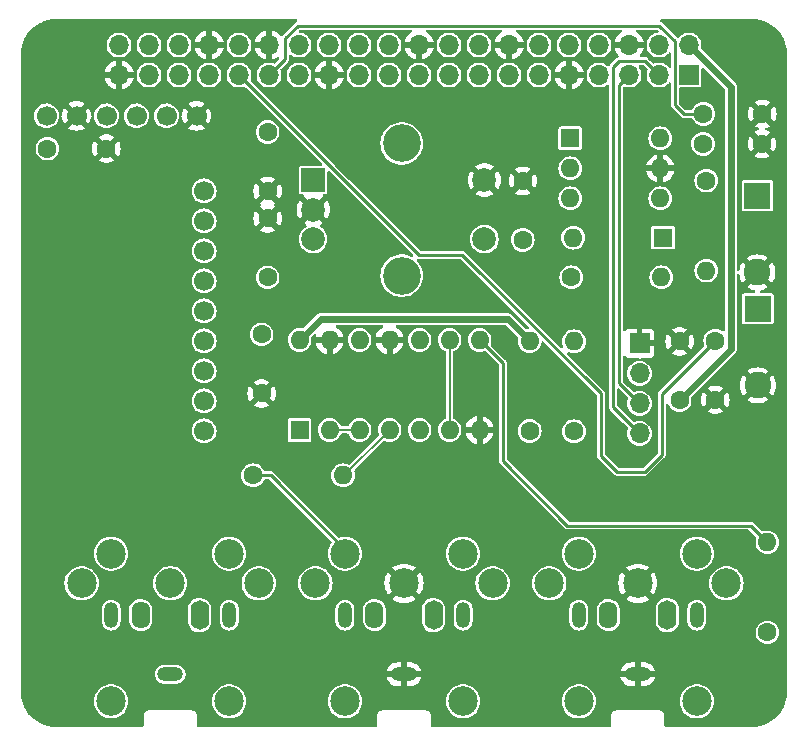
<source format=gbl>
G04 #@! TF.GenerationSoftware,KiCad,Pcbnew,7.0.9*
G04 #@! TF.CreationDate,2023-11-29T14:02:09+00:00*
G04 #@! TF.ProjectId,RPi-400-MIDI-MiniDexed,5250692d-3430-4302-9d4d-4944492d4d69,rev?*
G04 #@! TF.SameCoordinates,Original*
G04 #@! TF.FileFunction,Copper,L2,Bot*
G04 #@! TF.FilePolarity,Positive*
%FSLAX46Y46*%
G04 Gerber Fmt 4.6, Leading zero omitted, Abs format (unit mm)*
G04 Created by KiCad (PCBNEW 7.0.9) date 2023-11-29 14:02:09*
%MOMM*%
%LPD*%
G01*
G04 APERTURE LIST*
G04 #@! TA.AperFunction,ComponentPad*
%ADD10R,1.700000X1.700000*%
G04 #@! TD*
G04 #@! TA.AperFunction,ComponentPad*
%ADD11O,1.700000X1.700000*%
G04 #@! TD*
G04 #@! TA.AperFunction,WasherPad*
%ADD12C,2.499360*%
G04 #@! TD*
G04 #@! TA.AperFunction,ComponentPad*
%ADD13C,2.499360*%
G04 #@! TD*
G04 #@! TA.AperFunction,ComponentPad*
%ADD14O,1.200000X2.200000*%
G04 #@! TD*
G04 #@! TA.AperFunction,ComponentPad*
%ADD15O,1.600000X2.300000*%
G04 #@! TD*
G04 #@! TA.AperFunction,ComponentPad*
%ADD16O,2.200000X1.200000*%
G04 #@! TD*
G04 #@! TA.AperFunction,ComponentPad*
%ADD17O,1.600000X2.500000*%
G04 #@! TD*
G04 #@! TA.AperFunction,ComponentPad*
%ADD18C,1.600000*%
G04 #@! TD*
G04 #@! TA.AperFunction,ComponentPad*
%ADD19O,1.600000X1.600000*%
G04 #@! TD*
G04 #@! TA.AperFunction,ComponentPad*
%ADD20C,1.700000*%
G04 #@! TD*
G04 #@! TA.AperFunction,ComponentPad*
%ADD21R,1.600000X1.600000*%
G04 #@! TD*
G04 #@! TA.AperFunction,ComponentPad*
%ADD22R,2.250000X2.250000*%
G04 #@! TD*
G04 #@! TA.AperFunction,ComponentPad*
%ADD23C,2.250000*%
G04 #@! TD*
G04 #@! TA.AperFunction,ComponentPad*
%ADD24R,2.000000X2.000000*%
G04 #@! TD*
G04 #@! TA.AperFunction,ComponentPad*
%ADD25C,2.000000*%
G04 #@! TD*
G04 #@! TA.AperFunction,ComponentPad*
%ADD26C,3.200000*%
G04 #@! TD*
G04 #@! TA.AperFunction,Conductor*
%ADD27C,0.600000*%
G04 #@! TD*
G04 #@! TA.AperFunction,Conductor*
%ADD28C,0.200000*%
G04 #@! TD*
G04 #@! TA.AperFunction,Conductor*
%ADD29C,0.254000*%
G04 #@! TD*
G04 APERTURE END LIST*
D10*
X156630000Y-74770000D03*
D11*
X156630000Y-72230000D03*
X154090000Y-74770000D03*
X154090000Y-72230000D03*
X151550000Y-74770000D03*
X151550000Y-72230000D03*
X149010000Y-74770000D03*
X149010000Y-72230000D03*
X146470000Y-74770000D03*
X146470000Y-72230000D03*
X143930000Y-74770000D03*
X143930000Y-72230000D03*
X141390000Y-74770000D03*
X141390000Y-72230000D03*
X138850000Y-74770000D03*
X138850000Y-72230000D03*
X136310000Y-74770000D03*
X136310000Y-72230000D03*
X133770000Y-74770000D03*
X133770000Y-72230000D03*
X131230000Y-74770000D03*
X131230000Y-72230000D03*
X128690000Y-74770000D03*
X128690000Y-72230000D03*
X126150000Y-74770000D03*
X126150000Y-72230000D03*
X123610000Y-74770000D03*
X123610000Y-72230000D03*
X121070000Y-74770000D03*
X121070000Y-72230000D03*
X118530000Y-74770000D03*
X118530000Y-72230000D03*
X115990000Y-74770000D03*
X115990000Y-72230000D03*
X113450000Y-74770000D03*
X113450000Y-72230000D03*
X110910000Y-74770000D03*
X110910000Y-72230000D03*
X108370000Y-74770000D03*
X108370000Y-72230000D03*
D12*
X147298740Y-127797700D03*
X157301260Y-127797700D03*
D13*
X159798080Y-117802800D03*
X152300000Y-117800260D03*
X144801920Y-117802800D03*
X157296180Y-115300900D03*
X147303820Y-115300900D03*
D14*
X127500000Y-120500000D03*
D15*
X130000000Y-120500000D03*
D16*
X132500000Y-125500000D03*
D14*
X137500000Y-120500000D03*
D17*
X135000000Y-120500000D03*
D12*
X127498740Y-127797700D03*
X137501260Y-127797700D03*
D13*
X139998080Y-117802800D03*
X132500000Y-117800260D03*
X125001920Y-117802800D03*
X137496180Y-115300900D03*
X127503820Y-115300900D03*
D18*
X120950000Y-91910000D03*
X120950000Y-86910000D03*
X146660000Y-91900000D03*
D19*
X154280000Y-91900000D03*
D18*
X119720000Y-108660000D03*
D19*
X127340000Y-108660000D03*
D20*
X114935000Y-78230000D03*
X112395000Y-78230000D03*
X109855000Y-78230000D03*
X107315000Y-78230000D03*
X104775000Y-78230000D03*
X102235000Y-78230000D03*
X115570000Y-104900000D03*
X115570000Y-102360000D03*
X115570000Y-99820000D03*
X115570000Y-97280000D03*
X115570000Y-94740000D03*
X115570000Y-92200000D03*
X115570000Y-89660000D03*
X115570000Y-87120000D03*
X115570000Y-84580000D03*
D14*
X147300000Y-120500000D03*
D15*
X149800000Y-120500000D03*
D16*
X152300000Y-125500000D03*
D14*
X157300000Y-120500000D03*
D17*
X154800000Y-120500000D03*
D21*
X123660000Y-104820000D03*
D19*
X126200000Y-104820000D03*
X128740000Y-104820000D03*
X131280000Y-104820000D03*
X133820000Y-104820000D03*
X136360000Y-104820000D03*
X138900000Y-104820000D03*
X138900000Y-97200000D03*
X136360000Y-97200000D03*
X133820000Y-97200000D03*
X131280000Y-97200000D03*
X128740000Y-97200000D03*
X126200000Y-97200000D03*
X123660000Y-97200000D03*
D18*
X120950000Y-79600000D03*
X120950000Y-84600000D03*
D22*
X162420000Y-84980000D03*
D23*
X162420000Y-91480000D03*
D24*
X124810000Y-83660000D03*
D25*
X124810000Y-88660000D03*
X124810000Y-86160000D03*
D26*
X132310000Y-80560000D03*
X132310000Y-91760000D03*
D25*
X139310000Y-88660000D03*
X139310000Y-83660000D03*
D18*
X146890000Y-104940000D03*
D19*
X146890000Y-97320000D03*
D18*
X142560000Y-88730000D03*
X142560000Y-83730000D03*
X162820000Y-80610000D03*
X157820000Y-80610000D03*
X102310000Y-81000000D03*
X107310000Y-81000000D03*
X143140000Y-104910000D03*
D19*
X143140000Y-97290000D03*
D18*
X155830000Y-102320000D03*
X155830000Y-97320000D03*
D21*
X154440000Y-88540000D03*
D19*
X146820000Y-88540000D03*
D18*
X120440000Y-96730000D03*
X120440000Y-101730000D03*
D14*
X107700000Y-120500000D03*
D15*
X110200000Y-120500000D03*
D16*
X112700000Y-125500000D03*
D14*
X117700000Y-120500000D03*
D17*
X115200000Y-120500000D03*
D22*
X162460000Y-94550000D03*
D23*
X162460000Y-101050000D03*
D12*
X107698740Y-127797700D03*
X117701260Y-127797700D03*
D13*
X120198080Y-117802800D03*
X112700000Y-117800260D03*
X105201920Y-117802800D03*
X117696180Y-115300900D03*
X107703820Y-115300900D03*
D18*
X158860000Y-97260000D03*
X158860000Y-102260000D03*
D10*
X152440000Y-97490000D03*
D11*
X152440000Y-100030000D03*
X152440000Y-102570000D03*
X152440000Y-105110000D03*
D18*
X157850000Y-78060000D03*
X162850000Y-78060000D03*
D21*
X146580000Y-80120000D03*
D19*
X146580000Y-82660000D03*
X146580000Y-85200000D03*
X154200000Y-85200000D03*
X154200000Y-82660000D03*
X154200000Y-80120000D03*
D18*
X163270000Y-121970000D03*
D19*
X163270000Y-114350000D03*
D18*
X158090000Y-83710000D03*
D19*
X158090000Y-91330000D03*
D27*
X125430000Y-95430000D02*
X125520000Y-95430000D01*
X123660000Y-97200000D02*
X125430000Y-95430000D01*
X141280000Y-95430000D02*
X125520000Y-95430000D01*
D28*
X126200000Y-104820000D02*
X128740000Y-104820000D01*
X127440000Y-108660000D02*
X127340000Y-108660000D01*
X131280000Y-104820000D02*
X127440000Y-108660000D01*
X136360000Y-97200000D02*
X136360000Y-104820000D01*
D29*
X140870000Y-99170000D02*
X138900000Y-97200000D01*
X140870000Y-107460000D02*
X140870000Y-99170000D01*
X146330000Y-112920000D02*
X140870000Y-107460000D01*
X161860000Y-112920000D02*
X146330000Y-112920000D01*
X161860000Y-112940000D02*
X161860000Y-112920000D01*
X163270000Y-114350000D02*
X161860000Y-112940000D01*
X154320000Y-101800000D02*
X158860000Y-97260000D01*
X150560000Y-108370000D02*
X152870000Y-108370000D01*
X154320000Y-106920000D02*
X154320000Y-101800000D01*
X149185000Y-106995000D02*
X150560000Y-108370000D01*
X152870000Y-108370000D02*
X154320000Y-106920000D01*
X149155000Y-101711180D02*
X149155000Y-106995000D01*
X137430819Y-89987000D02*
X149155000Y-101711180D01*
X133747000Y-89987000D02*
X137430819Y-89987000D01*
X149155000Y-106995000D02*
X149185000Y-106995000D01*
X118530000Y-74770000D02*
X133747000Y-89987000D01*
X123520000Y-70590000D02*
X122433000Y-71677000D01*
X122433000Y-73407000D02*
X121070000Y-74770000D01*
X155453000Y-77313000D02*
X155453000Y-71920000D01*
X154123000Y-70590000D02*
X123520000Y-70590000D01*
X156200000Y-78060000D02*
X155453000Y-77313000D01*
X155453000Y-71920000D02*
X154123000Y-70590000D01*
X122433000Y-71677000D02*
X122433000Y-73407000D01*
X157850000Y-78060000D02*
X156200000Y-78060000D01*
X150191026Y-74118974D02*
X150191026Y-102851026D01*
X152913000Y-73593000D02*
X150717000Y-73593000D01*
X150191026Y-102851026D02*
X152430000Y-105090000D01*
X154090000Y-74770000D02*
X152913000Y-73593000D01*
X150717000Y-73593000D02*
X150191026Y-74118974D01*
X150700000Y-75620000D02*
X150700000Y-100820000D01*
X150700000Y-100820000D02*
X152430000Y-102550000D01*
X151550000Y-74770000D02*
X150700000Y-75620000D01*
D27*
X160160000Y-75760000D02*
X160160000Y-97990000D01*
X160160000Y-97990000D02*
X155830000Y-102320000D01*
X143140000Y-97290000D02*
X141280000Y-95430000D01*
X156630000Y-72230000D02*
X160160000Y-75760000D01*
D29*
X121212920Y-108660000D02*
X127503820Y-114950900D01*
X119720000Y-108660000D02*
X121212920Y-108660000D01*
G04 #@! TA.AperFunction,Conductor*
G36*
X123397787Y-70070185D02*
G01*
X123443542Y-70122989D01*
X123453486Y-70192147D01*
X123424461Y-70255703D01*
X123383158Y-70286880D01*
X123379454Y-70288606D01*
X123346087Y-70311970D01*
X123341527Y-70314875D01*
X123306242Y-70335247D01*
X123306239Y-70335250D01*
X123280053Y-70366457D01*
X123276398Y-70370446D01*
X122213453Y-71433391D01*
X122209469Y-71437043D01*
X122206559Y-71439485D01*
X122142554Y-71467505D01*
X122073561Y-71456473D01*
X122035377Y-71426937D01*
X122035041Y-71427274D01*
X122032402Y-71424635D01*
X122031855Y-71424212D01*
X122031208Y-71423441D01*
X121876554Y-71268787D01*
X121697387Y-71143333D01*
X121499159Y-71050898D01*
X121499150Y-71050894D01*
X121320000Y-71002891D01*
X121320000Y-71794498D01*
X121212315Y-71745320D01*
X121105763Y-71730000D01*
X121034237Y-71730000D01*
X120927685Y-71745320D01*
X120820000Y-71794498D01*
X120820000Y-71002892D01*
X120819999Y-71002891D01*
X120640849Y-71050894D01*
X120640840Y-71050898D01*
X120442612Y-71143333D01*
X120442608Y-71143335D01*
X120263450Y-71268783D01*
X120263444Y-71268788D01*
X120108788Y-71423444D01*
X120108783Y-71423450D01*
X119983335Y-71602608D01*
X119983333Y-71602612D01*
X119890898Y-71800840D01*
X119890894Y-71800849D01*
X119842891Y-71979999D01*
X119842892Y-71980000D01*
X120636314Y-71980000D01*
X120610507Y-72020156D01*
X120570000Y-72158111D01*
X120570000Y-72301889D01*
X120610507Y-72439844D01*
X120636314Y-72480000D01*
X119842892Y-72480000D01*
X119890894Y-72659150D01*
X119890898Y-72659159D01*
X119983333Y-72857387D01*
X120108787Y-73036554D01*
X120263445Y-73191212D01*
X120442612Y-73316666D01*
X120640843Y-73409103D01*
X120820000Y-73457106D01*
X120820000Y-72665501D01*
X120927685Y-72714680D01*
X121034237Y-72730000D01*
X121105763Y-72730000D01*
X121212315Y-72714680D01*
X121320000Y-72665501D01*
X121320000Y-73457105D01*
X121499156Y-73409103D01*
X121499157Y-73409103D01*
X121697388Y-73316666D01*
X121697394Y-73316663D01*
X121746519Y-73282265D01*
X121812725Y-73259937D01*
X121880492Y-73276947D01*
X121928305Y-73327894D01*
X121940984Y-73396604D01*
X121914503Y-73461261D01*
X121905324Y-73471520D01*
X121608994Y-73767849D01*
X121547671Y-73801334D01*
X121479801Y-73796480D01*
X121479784Y-73796537D01*
X121479534Y-73796461D01*
X121477979Y-73796350D01*
X121473981Y-73794776D01*
X121380624Y-73766457D01*
X121275934Y-73734700D01*
X121275932Y-73734699D01*
X121275934Y-73734699D01*
X121070000Y-73714417D01*
X120864067Y-73734699D01*
X120666043Y-73794769D01*
X120595586Y-73832430D01*
X120483550Y-73892315D01*
X120483548Y-73892316D01*
X120483547Y-73892317D01*
X120323589Y-74023589D01*
X120192318Y-74183546D01*
X120192315Y-74183550D01*
X120166951Y-74231003D01*
X120094769Y-74366043D01*
X120034699Y-74564067D01*
X120014417Y-74770000D01*
X120034699Y-74975932D01*
X120048067Y-75020000D01*
X120094768Y-75173954D01*
X120192315Y-75356450D01*
X120209881Y-75377854D01*
X120323589Y-75516410D01*
X120389327Y-75570359D01*
X120483550Y-75647685D01*
X120666046Y-75745232D01*
X120864066Y-75805300D01*
X120864065Y-75805300D01*
X120882529Y-75807118D01*
X121070000Y-75825583D01*
X121275934Y-75805300D01*
X121473954Y-75745232D01*
X121656450Y-75647685D01*
X121816410Y-75516410D01*
X121947685Y-75356450D01*
X122045232Y-75173954D01*
X122105300Y-74975934D01*
X122125583Y-74770000D01*
X122554417Y-74770000D01*
X122574699Y-74975932D01*
X122588067Y-75020000D01*
X122634768Y-75173954D01*
X122732315Y-75356450D01*
X122749881Y-75377854D01*
X122863589Y-75516410D01*
X122929327Y-75570359D01*
X123023550Y-75647685D01*
X123206046Y-75745232D01*
X123404066Y-75805300D01*
X123404065Y-75805300D01*
X123422529Y-75807118D01*
X123610000Y-75825583D01*
X123815934Y-75805300D01*
X124013954Y-75745232D01*
X124196450Y-75647685D01*
X124356410Y-75516410D01*
X124487685Y-75356450D01*
X124585232Y-75173954D01*
X124645300Y-74975934D01*
X124665583Y-74770000D01*
X124645300Y-74564066D01*
X124631933Y-74519999D01*
X124922891Y-74519999D01*
X124922892Y-74520000D01*
X125716314Y-74520000D01*
X125690507Y-74560156D01*
X125650000Y-74698111D01*
X125650000Y-74841889D01*
X125690507Y-74979844D01*
X125716314Y-75020000D01*
X124922892Y-75020000D01*
X124970894Y-75199150D01*
X124970898Y-75199159D01*
X125063333Y-75397387D01*
X125188787Y-75576554D01*
X125343445Y-75731212D01*
X125522612Y-75856666D01*
X125720843Y-75949103D01*
X125900000Y-75997106D01*
X125900000Y-75205501D01*
X126007685Y-75254680D01*
X126114237Y-75270000D01*
X126185763Y-75270000D01*
X126292315Y-75254680D01*
X126400000Y-75205501D01*
X126400000Y-75997105D01*
X126579156Y-75949103D01*
X126579157Y-75949103D01*
X126777387Y-75856666D01*
X126956554Y-75731212D01*
X127111212Y-75576554D01*
X127236666Y-75397387D01*
X127329101Y-75199159D01*
X127329105Y-75199150D01*
X127377108Y-75020000D01*
X126583686Y-75020000D01*
X126609493Y-74979844D01*
X126650000Y-74841889D01*
X126650000Y-74770000D01*
X127634417Y-74770000D01*
X127654699Y-74975932D01*
X127668067Y-75020000D01*
X127714768Y-75173954D01*
X127812315Y-75356450D01*
X127829881Y-75377854D01*
X127943589Y-75516410D01*
X128009327Y-75570359D01*
X128103550Y-75647685D01*
X128286046Y-75745232D01*
X128484066Y-75805300D01*
X128484065Y-75805300D01*
X128502529Y-75807118D01*
X128690000Y-75825583D01*
X128895934Y-75805300D01*
X129093954Y-75745232D01*
X129276450Y-75647685D01*
X129436410Y-75516410D01*
X129567685Y-75356450D01*
X129665232Y-75173954D01*
X129725300Y-74975934D01*
X129745583Y-74770000D01*
X130174417Y-74770000D01*
X130194699Y-74975932D01*
X130208067Y-75020000D01*
X130254768Y-75173954D01*
X130352315Y-75356450D01*
X130369881Y-75377854D01*
X130483589Y-75516410D01*
X130549327Y-75570359D01*
X130643550Y-75647685D01*
X130826046Y-75745232D01*
X131024066Y-75805300D01*
X131024065Y-75805300D01*
X131042529Y-75807118D01*
X131230000Y-75825583D01*
X131435934Y-75805300D01*
X131633954Y-75745232D01*
X131816450Y-75647685D01*
X131976410Y-75516410D01*
X132107685Y-75356450D01*
X132205232Y-75173954D01*
X132265300Y-74975934D01*
X132285583Y-74770000D01*
X132714417Y-74770000D01*
X132734699Y-74975932D01*
X132748067Y-75020000D01*
X132794768Y-75173954D01*
X132892315Y-75356450D01*
X132909881Y-75377854D01*
X133023589Y-75516410D01*
X133089327Y-75570359D01*
X133183550Y-75647685D01*
X133366046Y-75745232D01*
X133564066Y-75805300D01*
X133564065Y-75805300D01*
X133582529Y-75807118D01*
X133770000Y-75825583D01*
X133975934Y-75805300D01*
X134173954Y-75745232D01*
X134356450Y-75647685D01*
X134516410Y-75516410D01*
X134647685Y-75356450D01*
X134745232Y-75173954D01*
X134805300Y-74975934D01*
X134825583Y-74770000D01*
X135254417Y-74770000D01*
X135274699Y-74975932D01*
X135288067Y-75020000D01*
X135334768Y-75173954D01*
X135432315Y-75356450D01*
X135449881Y-75377854D01*
X135563589Y-75516410D01*
X135629327Y-75570359D01*
X135723550Y-75647685D01*
X135906046Y-75745232D01*
X136104066Y-75805300D01*
X136104065Y-75805300D01*
X136122529Y-75807118D01*
X136310000Y-75825583D01*
X136515934Y-75805300D01*
X136713954Y-75745232D01*
X136896450Y-75647685D01*
X137056410Y-75516410D01*
X137187685Y-75356450D01*
X137285232Y-75173954D01*
X137345300Y-74975934D01*
X137365583Y-74770000D01*
X137794417Y-74770000D01*
X137814699Y-74975932D01*
X137828067Y-75020000D01*
X137874768Y-75173954D01*
X137972315Y-75356450D01*
X137989881Y-75377854D01*
X138103589Y-75516410D01*
X138169327Y-75570359D01*
X138263550Y-75647685D01*
X138446046Y-75745232D01*
X138644066Y-75805300D01*
X138644065Y-75805300D01*
X138662529Y-75807118D01*
X138850000Y-75825583D01*
X139055934Y-75805300D01*
X139253954Y-75745232D01*
X139436450Y-75647685D01*
X139596410Y-75516410D01*
X139727685Y-75356450D01*
X139825232Y-75173954D01*
X139885300Y-74975934D01*
X139905583Y-74770000D01*
X140334417Y-74770000D01*
X140354699Y-74975932D01*
X140368067Y-75020000D01*
X140414768Y-75173954D01*
X140512315Y-75356450D01*
X140529881Y-75377854D01*
X140643589Y-75516410D01*
X140709327Y-75570359D01*
X140803550Y-75647685D01*
X140986046Y-75745232D01*
X141184066Y-75805300D01*
X141184065Y-75805300D01*
X141202529Y-75807118D01*
X141390000Y-75825583D01*
X141595934Y-75805300D01*
X141793954Y-75745232D01*
X141976450Y-75647685D01*
X142136410Y-75516410D01*
X142267685Y-75356450D01*
X142365232Y-75173954D01*
X142425300Y-74975934D01*
X142445583Y-74770000D01*
X142874417Y-74770000D01*
X142894699Y-74975932D01*
X142908067Y-75020000D01*
X142954768Y-75173954D01*
X143052315Y-75356450D01*
X143069881Y-75377854D01*
X143183589Y-75516410D01*
X143249327Y-75570359D01*
X143343550Y-75647685D01*
X143526046Y-75745232D01*
X143724066Y-75805300D01*
X143724065Y-75805300D01*
X143742529Y-75807118D01*
X143930000Y-75825583D01*
X144135934Y-75805300D01*
X144333954Y-75745232D01*
X144516450Y-75647685D01*
X144676410Y-75516410D01*
X144807685Y-75356450D01*
X144905232Y-75173954D01*
X144965300Y-74975934D01*
X144985583Y-74770000D01*
X144965300Y-74564066D01*
X144951933Y-74519999D01*
X145242891Y-74519999D01*
X145242892Y-74520000D01*
X146036314Y-74520000D01*
X146010507Y-74560156D01*
X145970000Y-74698111D01*
X145970000Y-74841889D01*
X146010507Y-74979844D01*
X146036314Y-75020000D01*
X145242892Y-75020000D01*
X145290894Y-75199150D01*
X145290898Y-75199159D01*
X145383333Y-75397387D01*
X145508787Y-75576554D01*
X145663445Y-75731212D01*
X145842612Y-75856666D01*
X146040843Y-75949103D01*
X146220000Y-75997106D01*
X146220000Y-75205501D01*
X146327685Y-75254680D01*
X146434237Y-75270000D01*
X146505763Y-75270000D01*
X146612315Y-75254680D01*
X146720000Y-75205501D01*
X146720000Y-75997105D01*
X146899156Y-75949103D01*
X146899157Y-75949103D01*
X147097387Y-75856666D01*
X147276554Y-75731212D01*
X147431212Y-75576554D01*
X147556666Y-75397387D01*
X147649101Y-75199159D01*
X147649105Y-75199150D01*
X147697108Y-75020000D01*
X146903686Y-75020000D01*
X146929493Y-74979844D01*
X146970000Y-74841889D01*
X146970000Y-74698111D01*
X146929493Y-74560156D01*
X146903686Y-74520000D01*
X147697108Y-74520000D01*
X147697108Y-74519999D01*
X147649105Y-74340849D01*
X147649101Y-74340840D01*
X147556666Y-74142612D01*
X147556664Y-74142608D01*
X147431216Y-73963450D01*
X147431211Y-73963444D01*
X147276554Y-73808787D01*
X147097387Y-73683333D01*
X146899159Y-73590898D01*
X146899150Y-73590894D01*
X146720000Y-73542891D01*
X146720000Y-74334498D01*
X146612315Y-74285320D01*
X146505763Y-74270000D01*
X146434237Y-74270000D01*
X146327685Y-74285320D01*
X146220000Y-74334498D01*
X146220000Y-73542892D01*
X146219999Y-73542891D01*
X146040849Y-73590894D01*
X146040840Y-73590898D01*
X145842612Y-73683333D01*
X145842608Y-73683335D01*
X145663450Y-73808783D01*
X145663444Y-73808788D01*
X145508788Y-73963444D01*
X145508783Y-73963450D01*
X145383335Y-74142608D01*
X145383333Y-74142612D01*
X145290898Y-74340840D01*
X145290894Y-74340849D01*
X145242891Y-74519999D01*
X144951933Y-74519999D01*
X144905232Y-74366046D01*
X144807685Y-74183550D01*
X144730903Y-74089990D01*
X144676410Y-74023589D01*
X144532169Y-73905215D01*
X144516450Y-73892315D01*
X144333954Y-73794768D01*
X144135934Y-73734700D01*
X144135932Y-73734699D01*
X144135934Y-73734699D01*
X143930000Y-73714417D01*
X143724067Y-73734699D01*
X143526043Y-73794769D01*
X143455586Y-73832430D01*
X143343550Y-73892315D01*
X143343548Y-73892316D01*
X143343547Y-73892317D01*
X143183589Y-74023589D01*
X143052318Y-74183546D01*
X143052315Y-74183550D01*
X143026951Y-74231003D01*
X142954769Y-74366043D01*
X142894699Y-74564067D01*
X142874417Y-74770000D01*
X142445583Y-74770000D01*
X142425300Y-74564066D01*
X142365232Y-74366046D01*
X142267685Y-74183550D01*
X142190903Y-74089990D01*
X142136410Y-74023589D01*
X141992169Y-73905215D01*
X141976450Y-73892315D01*
X141793954Y-73794768D01*
X141595934Y-73734700D01*
X141595932Y-73734699D01*
X141595934Y-73734699D01*
X141390000Y-73714417D01*
X141184067Y-73734699D01*
X140986043Y-73794769D01*
X140915586Y-73832430D01*
X140803550Y-73892315D01*
X140803548Y-73892316D01*
X140803547Y-73892317D01*
X140643589Y-74023589D01*
X140512318Y-74183546D01*
X140512315Y-74183550D01*
X140486951Y-74231003D01*
X140414769Y-74366043D01*
X140354699Y-74564067D01*
X140334417Y-74770000D01*
X139905583Y-74770000D01*
X139885300Y-74564066D01*
X139825232Y-74366046D01*
X139727685Y-74183550D01*
X139650903Y-74089990D01*
X139596410Y-74023589D01*
X139452169Y-73905215D01*
X139436450Y-73892315D01*
X139253954Y-73794768D01*
X139055934Y-73734700D01*
X139055932Y-73734699D01*
X139055934Y-73734699D01*
X138850000Y-73714417D01*
X138644067Y-73734699D01*
X138446043Y-73794769D01*
X138375586Y-73832430D01*
X138263550Y-73892315D01*
X138263548Y-73892316D01*
X138263547Y-73892317D01*
X138103589Y-74023589D01*
X137972318Y-74183546D01*
X137972315Y-74183550D01*
X137946951Y-74231003D01*
X137874769Y-74366043D01*
X137814699Y-74564067D01*
X137794417Y-74770000D01*
X137365583Y-74770000D01*
X137345300Y-74564066D01*
X137285232Y-74366046D01*
X137187685Y-74183550D01*
X137110903Y-74089990D01*
X137056410Y-74023589D01*
X136912169Y-73905215D01*
X136896450Y-73892315D01*
X136713954Y-73794768D01*
X136515934Y-73734700D01*
X136515932Y-73734699D01*
X136515934Y-73734699D01*
X136310000Y-73714417D01*
X136104067Y-73734699D01*
X135906043Y-73794769D01*
X135835586Y-73832430D01*
X135723550Y-73892315D01*
X135723548Y-73892316D01*
X135723547Y-73892317D01*
X135563589Y-74023589D01*
X135432318Y-74183546D01*
X135432315Y-74183550D01*
X135406951Y-74231003D01*
X135334769Y-74366043D01*
X135274699Y-74564067D01*
X135254417Y-74770000D01*
X134825583Y-74770000D01*
X134805300Y-74564066D01*
X134745232Y-74366046D01*
X134647685Y-74183550D01*
X134570903Y-74089990D01*
X134516410Y-74023589D01*
X134372169Y-73905215D01*
X134356450Y-73892315D01*
X134173954Y-73794768D01*
X133975934Y-73734700D01*
X133975932Y-73734699D01*
X133975934Y-73734699D01*
X133770000Y-73714417D01*
X133564067Y-73734699D01*
X133366043Y-73794769D01*
X133295586Y-73832430D01*
X133183550Y-73892315D01*
X133183548Y-73892316D01*
X133183547Y-73892317D01*
X133023589Y-74023589D01*
X132892318Y-74183546D01*
X132892315Y-74183550D01*
X132866951Y-74231003D01*
X132794769Y-74366043D01*
X132734699Y-74564067D01*
X132714417Y-74770000D01*
X132285583Y-74770000D01*
X132265300Y-74564066D01*
X132205232Y-74366046D01*
X132107685Y-74183550D01*
X132030903Y-74089990D01*
X131976410Y-74023589D01*
X131832169Y-73905215D01*
X131816450Y-73892315D01*
X131633954Y-73794768D01*
X131435934Y-73734700D01*
X131435932Y-73734699D01*
X131435934Y-73734699D01*
X131230000Y-73714417D01*
X131024067Y-73734699D01*
X130826043Y-73794769D01*
X130755586Y-73832430D01*
X130643550Y-73892315D01*
X130643548Y-73892316D01*
X130643547Y-73892317D01*
X130483589Y-74023589D01*
X130352318Y-74183546D01*
X130352315Y-74183550D01*
X130326951Y-74231003D01*
X130254769Y-74366043D01*
X130194699Y-74564067D01*
X130174417Y-74770000D01*
X129745583Y-74770000D01*
X129725300Y-74564066D01*
X129665232Y-74366046D01*
X129567685Y-74183550D01*
X129490903Y-74089990D01*
X129436410Y-74023589D01*
X129292169Y-73905215D01*
X129276450Y-73892315D01*
X129093954Y-73794768D01*
X128895934Y-73734700D01*
X128895932Y-73734699D01*
X128895934Y-73734699D01*
X128690000Y-73714417D01*
X128484067Y-73734699D01*
X128286043Y-73794769D01*
X128215586Y-73832430D01*
X128103550Y-73892315D01*
X128103548Y-73892316D01*
X128103547Y-73892317D01*
X127943589Y-74023589D01*
X127812318Y-74183546D01*
X127812315Y-74183550D01*
X127786951Y-74231003D01*
X127714769Y-74366043D01*
X127654699Y-74564067D01*
X127634417Y-74770000D01*
X126650000Y-74770000D01*
X126650000Y-74698111D01*
X126609493Y-74560156D01*
X126583686Y-74520000D01*
X127377108Y-74520000D01*
X127377108Y-74519999D01*
X127329105Y-74340849D01*
X127329101Y-74340840D01*
X127236666Y-74142612D01*
X127236664Y-74142608D01*
X127111216Y-73963450D01*
X127111211Y-73963444D01*
X126956554Y-73808787D01*
X126777387Y-73683333D01*
X126579159Y-73590898D01*
X126579150Y-73590894D01*
X126400000Y-73542891D01*
X126400000Y-74334498D01*
X126292315Y-74285320D01*
X126185763Y-74270000D01*
X126114237Y-74270000D01*
X126007685Y-74285320D01*
X125900000Y-74334498D01*
X125900000Y-73542892D01*
X125899999Y-73542891D01*
X125720849Y-73590894D01*
X125720840Y-73590898D01*
X125522612Y-73683333D01*
X125522608Y-73683335D01*
X125343450Y-73808783D01*
X125343444Y-73808788D01*
X125188788Y-73963444D01*
X125188783Y-73963450D01*
X125063335Y-74142608D01*
X125063333Y-74142612D01*
X124970898Y-74340840D01*
X124970894Y-74340849D01*
X124922891Y-74519999D01*
X124631933Y-74519999D01*
X124585232Y-74366046D01*
X124487685Y-74183550D01*
X124410903Y-74089990D01*
X124356410Y-74023589D01*
X124212169Y-73905215D01*
X124196450Y-73892315D01*
X124013954Y-73794768D01*
X123815934Y-73734700D01*
X123815932Y-73734699D01*
X123815934Y-73734699D01*
X123610000Y-73714417D01*
X123404067Y-73734699D01*
X123206043Y-73794769D01*
X123135586Y-73832430D01*
X123023550Y-73892315D01*
X123023548Y-73892316D01*
X123023547Y-73892317D01*
X122863589Y-74023589D01*
X122732318Y-74183546D01*
X122732315Y-74183550D01*
X122706951Y-74231003D01*
X122634769Y-74366043D01*
X122574699Y-74564067D01*
X122554417Y-74770000D01*
X122125583Y-74770000D01*
X122105300Y-74564066D01*
X122045232Y-74366046D01*
X122045230Y-74366043D01*
X122043463Y-74360216D01*
X122044594Y-74359872D01*
X122037803Y-74296658D01*
X122069083Y-74234181D01*
X122072122Y-74231031D01*
X122652561Y-73650592D01*
X122656523Y-73646961D01*
X122687750Y-73620760D01*
X122708126Y-73585466D01*
X122711026Y-73580913D01*
X122734394Y-73547543D01*
X122734395Y-73547537D01*
X122736549Y-73542919D01*
X122743752Y-73525531D01*
X122745493Y-73520744D01*
X122745497Y-73520739D01*
X122752576Y-73480586D01*
X122753732Y-73475368D01*
X122764287Y-73435984D01*
X122760735Y-73395398D01*
X122760500Y-73389995D01*
X122760500Y-73153982D01*
X122780185Y-73086943D01*
X122832989Y-73041188D01*
X122902147Y-73031244D01*
X122963165Y-73058129D01*
X123023546Y-73107682D01*
X123023550Y-73107685D01*
X123206046Y-73205232D01*
X123404066Y-73265300D01*
X123404065Y-73265300D01*
X123422529Y-73267118D01*
X123610000Y-73285583D01*
X123815934Y-73265300D01*
X124013954Y-73205232D01*
X124196450Y-73107685D01*
X124356410Y-72976410D01*
X124487685Y-72816450D01*
X124585232Y-72633954D01*
X124645300Y-72435934D01*
X124665583Y-72230000D01*
X125094417Y-72230000D01*
X125114699Y-72435932D01*
X125114700Y-72435934D01*
X125174768Y-72633954D01*
X125272315Y-72816450D01*
X125272317Y-72816452D01*
X125403589Y-72976410D01*
X125470406Y-73031244D01*
X125563550Y-73107685D01*
X125746046Y-73205232D01*
X125944066Y-73265300D01*
X125944065Y-73265300D01*
X125962529Y-73267118D01*
X126150000Y-73285583D01*
X126355934Y-73265300D01*
X126553954Y-73205232D01*
X126736450Y-73107685D01*
X126896410Y-72976410D01*
X127027685Y-72816450D01*
X127125232Y-72633954D01*
X127185300Y-72435934D01*
X127205583Y-72230000D01*
X127634417Y-72230000D01*
X127654699Y-72435932D01*
X127654700Y-72435934D01*
X127714768Y-72633954D01*
X127812315Y-72816450D01*
X127812317Y-72816452D01*
X127943589Y-72976410D01*
X128010406Y-73031244D01*
X128103550Y-73107685D01*
X128286046Y-73205232D01*
X128484066Y-73265300D01*
X128484065Y-73265300D01*
X128502529Y-73267118D01*
X128690000Y-73285583D01*
X128895934Y-73265300D01*
X129093954Y-73205232D01*
X129276450Y-73107685D01*
X129436410Y-72976410D01*
X129567685Y-72816450D01*
X129665232Y-72633954D01*
X129725300Y-72435934D01*
X129745583Y-72230000D01*
X130174417Y-72230000D01*
X130194699Y-72435932D01*
X130194700Y-72435934D01*
X130254768Y-72633954D01*
X130352315Y-72816450D01*
X130352317Y-72816452D01*
X130483589Y-72976410D01*
X130550406Y-73031244D01*
X130643550Y-73107685D01*
X130826046Y-73205232D01*
X131024066Y-73265300D01*
X131024065Y-73265300D01*
X131042529Y-73267118D01*
X131230000Y-73285583D01*
X131435934Y-73265300D01*
X131633954Y-73205232D01*
X131816450Y-73107685D01*
X131976410Y-72976410D01*
X132107685Y-72816450D01*
X132205232Y-72633954D01*
X132265300Y-72435934D01*
X132285583Y-72230000D01*
X132265300Y-72024066D01*
X132205232Y-71826046D01*
X132107685Y-71643550D01*
X132019797Y-71536457D01*
X131976410Y-71483589D01*
X131816452Y-71352317D01*
X131816453Y-71352317D01*
X131816450Y-71352315D01*
X131633954Y-71254768D01*
X131435934Y-71194700D01*
X131435932Y-71194699D01*
X131435934Y-71194699D01*
X131230000Y-71174417D01*
X131024067Y-71194699D01*
X130826043Y-71254769D01*
X130715898Y-71313643D01*
X130643550Y-71352315D01*
X130643548Y-71352316D01*
X130643547Y-71352317D01*
X130483589Y-71483589D01*
X130352317Y-71643547D01*
X130254769Y-71826043D01*
X130194699Y-72024067D01*
X130174417Y-72230000D01*
X129745583Y-72230000D01*
X129725300Y-72024066D01*
X129665232Y-71826046D01*
X129567685Y-71643550D01*
X129479797Y-71536457D01*
X129436410Y-71483589D01*
X129276452Y-71352317D01*
X129276453Y-71352317D01*
X129276450Y-71352315D01*
X129093954Y-71254768D01*
X128895934Y-71194700D01*
X128895932Y-71194699D01*
X128895934Y-71194699D01*
X128690000Y-71174417D01*
X128484067Y-71194699D01*
X128286043Y-71254769D01*
X128175898Y-71313643D01*
X128103550Y-71352315D01*
X128103548Y-71352316D01*
X128103547Y-71352317D01*
X127943589Y-71483589D01*
X127812317Y-71643547D01*
X127714769Y-71826043D01*
X127654699Y-72024067D01*
X127634417Y-72230000D01*
X127205583Y-72230000D01*
X127185300Y-72024066D01*
X127125232Y-71826046D01*
X127027685Y-71643550D01*
X126939797Y-71536457D01*
X126896410Y-71483589D01*
X126736452Y-71352317D01*
X126736453Y-71352317D01*
X126736450Y-71352315D01*
X126553954Y-71254768D01*
X126355934Y-71194700D01*
X126355932Y-71194699D01*
X126355934Y-71194699D01*
X126150000Y-71174417D01*
X125944067Y-71194699D01*
X125746043Y-71254769D01*
X125635898Y-71313643D01*
X125563550Y-71352315D01*
X125563548Y-71352316D01*
X125563547Y-71352317D01*
X125403589Y-71483589D01*
X125272317Y-71643547D01*
X125174769Y-71826043D01*
X125114699Y-72024067D01*
X125094417Y-72230000D01*
X124665583Y-72230000D01*
X124645300Y-72024066D01*
X124585232Y-71826046D01*
X124487685Y-71643550D01*
X124399797Y-71536457D01*
X124356410Y-71483589D01*
X124196452Y-71352317D01*
X124196453Y-71352317D01*
X124196450Y-71352315D01*
X124013954Y-71254768D01*
X123914944Y-71224734D01*
X123815932Y-71194699D01*
X123678592Y-71181172D01*
X123613805Y-71155011D01*
X123573447Y-71097976D01*
X123570330Y-71028176D01*
X123603068Y-70970085D01*
X123619342Y-70953813D01*
X123680667Y-70920332D01*
X123707018Y-70917500D01*
X133071858Y-70917500D01*
X133138897Y-70937185D01*
X133184652Y-70989989D01*
X133194596Y-71059147D01*
X133165571Y-71122703D01*
X133142981Y-71143075D01*
X132963450Y-71268783D01*
X132963444Y-71268788D01*
X132808788Y-71423444D01*
X132808783Y-71423450D01*
X132683335Y-71602608D01*
X132683333Y-71602612D01*
X132590898Y-71800840D01*
X132590894Y-71800849D01*
X132542891Y-71979999D01*
X132542892Y-71980000D01*
X133336314Y-71980000D01*
X133310507Y-72020156D01*
X133270000Y-72158111D01*
X133270000Y-72301889D01*
X133310507Y-72439844D01*
X133336314Y-72480000D01*
X132542892Y-72480000D01*
X132590894Y-72659150D01*
X132590898Y-72659159D01*
X132683333Y-72857387D01*
X132808787Y-73036554D01*
X132963445Y-73191212D01*
X133142612Y-73316666D01*
X133340843Y-73409103D01*
X133520000Y-73457106D01*
X133520000Y-72665501D01*
X133627685Y-72714680D01*
X133734237Y-72730000D01*
X133805763Y-72730000D01*
X133912315Y-72714680D01*
X134020000Y-72665501D01*
X134020000Y-73457105D01*
X134199156Y-73409103D01*
X134199157Y-73409103D01*
X134397387Y-73316666D01*
X134576554Y-73191212D01*
X134731212Y-73036554D01*
X134856666Y-72857387D01*
X134949101Y-72659159D01*
X134949105Y-72659150D01*
X134997108Y-72480000D01*
X134203686Y-72480000D01*
X134229493Y-72439844D01*
X134270000Y-72301889D01*
X134270000Y-72230000D01*
X135254417Y-72230000D01*
X135274699Y-72435932D01*
X135274700Y-72435934D01*
X135334768Y-72633954D01*
X135432315Y-72816450D01*
X135432317Y-72816452D01*
X135563589Y-72976410D01*
X135630406Y-73031244D01*
X135723550Y-73107685D01*
X135906046Y-73205232D01*
X136104066Y-73265300D01*
X136104065Y-73265300D01*
X136122529Y-73267118D01*
X136310000Y-73285583D01*
X136515934Y-73265300D01*
X136713954Y-73205232D01*
X136896450Y-73107685D01*
X137056410Y-72976410D01*
X137187685Y-72816450D01*
X137285232Y-72633954D01*
X137345300Y-72435934D01*
X137365583Y-72230000D01*
X137794417Y-72230000D01*
X137814699Y-72435932D01*
X137814700Y-72435934D01*
X137874768Y-72633954D01*
X137972315Y-72816450D01*
X137972317Y-72816452D01*
X138103589Y-72976410D01*
X138170406Y-73031244D01*
X138263550Y-73107685D01*
X138446046Y-73205232D01*
X138644066Y-73265300D01*
X138644065Y-73265300D01*
X138662529Y-73267118D01*
X138850000Y-73285583D01*
X139055934Y-73265300D01*
X139253954Y-73205232D01*
X139436450Y-73107685D01*
X139596410Y-72976410D01*
X139727685Y-72816450D01*
X139825232Y-72633954D01*
X139885300Y-72435934D01*
X139905583Y-72230000D01*
X139885300Y-72024066D01*
X139825232Y-71826046D01*
X139727685Y-71643550D01*
X139639797Y-71536457D01*
X139596410Y-71483589D01*
X139436452Y-71352317D01*
X139436453Y-71352317D01*
X139436450Y-71352315D01*
X139253954Y-71254768D01*
X139055934Y-71194700D01*
X139055932Y-71194699D01*
X139055934Y-71194699D01*
X138850000Y-71174417D01*
X138644067Y-71194699D01*
X138446043Y-71254769D01*
X138335898Y-71313643D01*
X138263550Y-71352315D01*
X138263548Y-71352316D01*
X138263547Y-71352317D01*
X138103589Y-71483589D01*
X137972317Y-71643547D01*
X137874769Y-71826043D01*
X137814699Y-72024067D01*
X137794417Y-72230000D01*
X137365583Y-72230000D01*
X137345300Y-72024066D01*
X137285232Y-71826046D01*
X137187685Y-71643550D01*
X137099797Y-71536457D01*
X137056410Y-71483589D01*
X136896452Y-71352317D01*
X136896453Y-71352317D01*
X136896450Y-71352315D01*
X136713954Y-71254768D01*
X136515934Y-71194700D01*
X136515932Y-71194699D01*
X136515934Y-71194699D01*
X136310000Y-71174417D01*
X136104067Y-71194699D01*
X135906043Y-71254769D01*
X135795898Y-71313643D01*
X135723550Y-71352315D01*
X135723548Y-71352316D01*
X135723547Y-71352317D01*
X135563589Y-71483589D01*
X135432317Y-71643547D01*
X135334769Y-71826043D01*
X135274699Y-72024067D01*
X135254417Y-72230000D01*
X134270000Y-72230000D01*
X134270000Y-72158111D01*
X134229493Y-72020156D01*
X134203686Y-71980000D01*
X134997108Y-71980000D01*
X134997108Y-71979999D01*
X134949105Y-71800849D01*
X134949101Y-71800840D01*
X134856666Y-71602612D01*
X134856664Y-71602608D01*
X134731216Y-71423450D01*
X134731211Y-71423444D01*
X134576554Y-71268787D01*
X134397019Y-71143075D01*
X134353394Y-71088498D01*
X134346202Y-71018999D01*
X134377724Y-70956645D01*
X134437954Y-70921231D01*
X134468143Y-70917500D01*
X140691858Y-70917500D01*
X140758897Y-70937185D01*
X140804652Y-70989989D01*
X140814596Y-71059147D01*
X140785571Y-71122703D01*
X140762981Y-71143075D01*
X140583450Y-71268783D01*
X140583444Y-71268788D01*
X140428788Y-71423444D01*
X140428783Y-71423450D01*
X140303335Y-71602608D01*
X140303333Y-71602612D01*
X140210898Y-71800840D01*
X140210894Y-71800849D01*
X140162891Y-71979999D01*
X140162892Y-71980000D01*
X140956314Y-71980000D01*
X140930507Y-72020156D01*
X140890000Y-72158111D01*
X140890000Y-72301889D01*
X140930507Y-72439844D01*
X140956314Y-72480000D01*
X140162892Y-72480000D01*
X140210894Y-72659150D01*
X140210898Y-72659159D01*
X140303333Y-72857387D01*
X140428787Y-73036554D01*
X140583445Y-73191212D01*
X140762612Y-73316666D01*
X140960843Y-73409103D01*
X141140000Y-73457106D01*
X141140000Y-72665501D01*
X141247685Y-72714680D01*
X141354237Y-72730000D01*
X141425763Y-72730000D01*
X141532315Y-72714680D01*
X141640000Y-72665501D01*
X141640000Y-73457105D01*
X141819156Y-73409103D01*
X141819157Y-73409103D01*
X142017387Y-73316666D01*
X142196554Y-73191212D01*
X142351212Y-73036554D01*
X142476666Y-72857387D01*
X142569101Y-72659159D01*
X142569105Y-72659150D01*
X142617108Y-72480000D01*
X141823686Y-72480000D01*
X141849493Y-72439844D01*
X141890000Y-72301889D01*
X141890000Y-72230000D01*
X142874417Y-72230000D01*
X142894699Y-72435932D01*
X142894700Y-72435934D01*
X142954768Y-72633954D01*
X143052315Y-72816450D01*
X143052317Y-72816452D01*
X143183589Y-72976410D01*
X143250406Y-73031244D01*
X143343550Y-73107685D01*
X143526046Y-73205232D01*
X143724066Y-73265300D01*
X143724065Y-73265300D01*
X143742529Y-73267118D01*
X143930000Y-73285583D01*
X144135934Y-73265300D01*
X144333954Y-73205232D01*
X144516450Y-73107685D01*
X144676410Y-72976410D01*
X144807685Y-72816450D01*
X144905232Y-72633954D01*
X144965300Y-72435934D01*
X144985583Y-72230000D01*
X145414417Y-72230000D01*
X145434699Y-72435932D01*
X145434700Y-72435934D01*
X145494768Y-72633954D01*
X145592315Y-72816450D01*
X145592317Y-72816452D01*
X145723589Y-72976410D01*
X145790406Y-73031244D01*
X145883550Y-73107685D01*
X146066046Y-73205232D01*
X146264066Y-73265300D01*
X146264065Y-73265300D01*
X146282529Y-73267118D01*
X146470000Y-73285583D01*
X146675934Y-73265300D01*
X146873954Y-73205232D01*
X147056450Y-73107685D01*
X147216410Y-72976410D01*
X147347685Y-72816450D01*
X147445232Y-72633954D01*
X147505300Y-72435934D01*
X147525583Y-72230000D01*
X147954417Y-72230000D01*
X147974699Y-72435932D01*
X147974700Y-72435934D01*
X148034768Y-72633954D01*
X148132315Y-72816450D01*
X148132317Y-72816452D01*
X148263589Y-72976410D01*
X148330406Y-73031244D01*
X148423550Y-73107685D01*
X148606046Y-73205232D01*
X148804066Y-73265300D01*
X148804065Y-73265300D01*
X148822529Y-73267118D01*
X149010000Y-73285583D01*
X149215934Y-73265300D01*
X149413954Y-73205232D01*
X149596450Y-73107685D01*
X149756410Y-72976410D01*
X149887685Y-72816450D01*
X149985232Y-72633954D01*
X150045300Y-72435934D01*
X150065583Y-72230000D01*
X150045300Y-72024066D01*
X149985232Y-71826046D01*
X149887685Y-71643550D01*
X149799797Y-71536457D01*
X149756410Y-71483589D01*
X149596452Y-71352317D01*
X149596453Y-71352317D01*
X149596450Y-71352315D01*
X149413954Y-71254768D01*
X149215934Y-71194700D01*
X149215932Y-71194699D01*
X149215934Y-71194699D01*
X149010000Y-71174417D01*
X148804067Y-71194699D01*
X148606043Y-71254769D01*
X148495898Y-71313643D01*
X148423550Y-71352315D01*
X148423548Y-71352316D01*
X148423547Y-71352317D01*
X148263589Y-71483589D01*
X148132317Y-71643547D01*
X148034769Y-71826043D01*
X147974699Y-72024067D01*
X147954417Y-72230000D01*
X147525583Y-72230000D01*
X147505300Y-72024066D01*
X147445232Y-71826046D01*
X147347685Y-71643550D01*
X147259797Y-71536457D01*
X147216410Y-71483589D01*
X147056452Y-71352317D01*
X147056453Y-71352317D01*
X147056450Y-71352315D01*
X146873954Y-71254768D01*
X146675934Y-71194700D01*
X146675932Y-71194699D01*
X146675934Y-71194699D01*
X146470000Y-71174417D01*
X146264067Y-71194699D01*
X146066043Y-71254769D01*
X145955898Y-71313643D01*
X145883550Y-71352315D01*
X145883548Y-71352316D01*
X145883547Y-71352317D01*
X145723589Y-71483589D01*
X145592317Y-71643547D01*
X145494769Y-71826043D01*
X145434699Y-72024067D01*
X145414417Y-72230000D01*
X144985583Y-72230000D01*
X144965300Y-72024066D01*
X144905232Y-71826046D01*
X144807685Y-71643550D01*
X144719797Y-71536457D01*
X144676410Y-71483589D01*
X144516452Y-71352317D01*
X144516453Y-71352317D01*
X144516450Y-71352315D01*
X144333954Y-71254768D01*
X144135934Y-71194700D01*
X144135932Y-71194699D01*
X144135934Y-71194699D01*
X143930000Y-71174417D01*
X143724067Y-71194699D01*
X143526043Y-71254769D01*
X143415898Y-71313643D01*
X143343550Y-71352315D01*
X143343548Y-71352316D01*
X143343547Y-71352317D01*
X143183589Y-71483589D01*
X143052317Y-71643547D01*
X142954769Y-71826043D01*
X142894699Y-72024067D01*
X142874417Y-72230000D01*
X141890000Y-72230000D01*
X141890000Y-72158111D01*
X141849493Y-72020156D01*
X141823686Y-71980000D01*
X142617108Y-71980000D01*
X142617108Y-71979999D01*
X142569105Y-71800849D01*
X142569101Y-71800840D01*
X142476666Y-71602612D01*
X142476664Y-71602608D01*
X142351216Y-71423450D01*
X142351211Y-71423444D01*
X142196554Y-71268787D01*
X142017019Y-71143075D01*
X141973394Y-71088498D01*
X141966202Y-71018999D01*
X141997724Y-70956645D01*
X142057954Y-70921231D01*
X142088143Y-70917500D01*
X150851858Y-70917500D01*
X150918897Y-70937185D01*
X150964652Y-70989989D01*
X150974596Y-71059147D01*
X150945571Y-71122703D01*
X150922981Y-71143075D01*
X150743450Y-71268783D01*
X150743444Y-71268788D01*
X150588788Y-71423444D01*
X150588783Y-71423450D01*
X150463335Y-71602608D01*
X150463333Y-71602612D01*
X150370898Y-71800840D01*
X150370894Y-71800849D01*
X150322891Y-71979999D01*
X150322892Y-71980000D01*
X151116314Y-71980000D01*
X151090507Y-72020156D01*
X151050000Y-72158111D01*
X151050000Y-72301889D01*
X151090507Y-72439844D01*
X151116314Y-72480000D01*
X150322892Y-72480000D01*
X150370894Y-72659150D01*
X150370898Y-72659159D01*
X150463333Y-72857387D01*
X150588787Y-73036554D01*
X150634474Y-73082241D01*
X150667959Y-73143564D01*
X150662975Y-73213256D01*
X150621103Y-73269189D01*
X150608775Y-73277320D01*
X150604710Y-73279666D01*
X150580991Y-73289489D01*
X150576456Y-73291604D01*
X150543086Y-73314971D01*
X150538523Y-73317878D01*
X150503240Y-73338249D01*
X150503239Y-73338250D01*
X150477053Y-73369457D01*
X150473398Y-73373446D01*
X149971477Y-73875367D01*
X149967488Y-73879023D01*
X149936276Y-73905213D01*
X149936274Y-73905215D01*
X149915902Y-73940500D01*
X149912997Y-73945061D01*
X149897708Y-73966897D01*
X149843132Y-74010523D01*
X149773634Y-74017718D01*
X149717467Y-73991630D01*
X149630794Y-73920500D01*
X149596450Y-73892315D01*
X149413954Y-73794768D01*
X149215934Y-73734700D01*
X149215932Y-73734699D01*
X149215934Y-73734699D01*
X149010000Y-73714417D01*
X148804067Y-73734699D01*
X148606043Y-73794769D01*
X148535586Y-73832430D01*
X148423550Y-73892315D01*
X148423548Y-73892316D01*
X148423547Y-73892317D01*
X148263589Y-74023589D01*
X148132318Y-74183546D01*
X148132315Y-74183550D01*
X148106951Y-74231003D01*
X148034769Y-74366043D01*
X147974699Y-74564067D01*
X147954417Y-74770000D01*
X147974699Y-74975932D01*
X147988067Y-75020000D01*
X148034768Y-75173954D01*
X148132315Y-75356450D01*
X148149881Y-75377854D01*
X148263589Y-75516410D01*
X148329327Y-75570359D01*
X148423550Y-75647685D01*
X148606046Y-75745232D01*
X148804066Y-75805300D01*
X148804065Y-75805300D01*
X148822529Y-75807118D01*
X149010000Y-75825583D01*
X149215934Y-75805300D01*
X149413954Y-75745232D01*
X149596450Y-75647685D01*
X149660862Y-75594823D01*
X149725172Y-75567512D01*
X149794039Y-75579303D01*
X149845599Y-75626456D01*
X149863526Y-75690678D01*
X149863526Y-102834020D01*
X149863290Y-102839427D01*
X149859738Y-102880009D01*
X149870283Y-102919361D01*
X149871454Y-102924644D01*
X149878529Y-102964766D01*
X149880258Y-102969517D01*
X149887494Y-102986985D01*
X149889632Y-102991570D01*
X149912998Y-103024940D01*
X149915905Y-103029504D01*
X149936273Y-103064783D01*
X149936277Y-103064787D01*
X149967489Y-103090977D01*
X149971468Y-103094622D01*
X151075961Y-104199116D01*
X151440884Y-104564039D01*
X151474369Y-104625362D01*
X151469385Y-104695054D01*
X151466988Y-104700368D01*
X151467100Y-104700415D01*
X151464771Y-104706036D01*
X151404699Y-104904067D01*
X151384417Y-105110000D01*
X151404699Y-105315932D01*
X151404700Y-105315934D01*
X151464768Y-105513954D01*
X151562315Y-105696450D01*
X151596969Y-105738677D01*
X151693589Y-105856410D01*
X151741860Y-105896024D01*
X151853550Y-105987685D01*
X152036046Y-106085232D01*
X152234066Y-106145300D01*
X152234065Y-106145300D01*
X152252529Y-106147118D01*
X152440000Y-106165583D01*
X152645934Y-106145300D01*
X152843954Y-106085232D01*
X153026450Y-105987685D01*
X153186410Y-105856410D01*
X153317685Y-105696450D01*
X153415232Y-105513954D01*
X153475300Y-105315934D01*
X153495583Y-105110000D01*
X153475300Y-104904066D01*
X153415232Y-104706046D01*
X153317685Y-104523550D01*
X153265702Y-104460209D01*
X153186410Y-104363589D01*
X153026452Y-104232317D01*
X153026453Y-104232317D01*
X153026450Y-104232315D01*
X152856554Y-104141502D01*
X152843956Y-104134769D01*
X152843955Y-104134768D01*
X152843954Y-104134768D01*
X152645934Y-104074700D01*
X152645932Y-104074699D01*
X152645934Y-104074699D01*
X152440000Y-104054417D01*
X152234067Y-104074699D01*
X152031881Y-104136031D01*
X151962014Y-104136654D01*
X151908205Y-104105051D01*
X150554845Y-102751690D01*
X150521360Y-102690367D01*
X150518526Y-102664009D01*
X150518526Y-101401042D01*
X150538211Y-101334003D01*
X150591015Y-101288248D01*
X150660173Y-101278304D01*
X150723729Y-101307329D01*
X150730203Y-101313358D01*
X151090433Y-101673588D01*
X151440884Y-102024039D01*
X151474369Y-102085362D01*
X151469385Y-102155054D01*
X151466988Y-102160368D01*
X151467100Y-102160415D01*
X151464771Y-102166036D01*
X151404699Y-102364067D01*
X151384417Y-102570000D01*
X151404699Y-102775932D01*
X151404700Y-102775934D01*
X151464768Y-102973954D01*
X151562315Y-103156450D01*
X151562317Y-103156452D01*
X151693589Y-103316410D01*
X151789718Y-103395300D01*
X151853550Y-103447685D01*
X152036046Y-103545232D01*
X152234066Y-103605300D01*
X152234065Y-103605300D01*
X152252529Y-103607118D01*
X152440000Y-103625583D01*
X152645934Y-103605300D01*
X152843954Y-103545232D01*
X153026450Y-103447685D01*
X153186410Y-103316410D01*
X153317685Y-103156450D01*
X153415232Y-102973954D01*
X153475300Y-102775934D01*
X153495583Y-102570000D01*
X153475300Y-102364066D01*
X153415232Y-102166046D01*
X153317685Y-101983550D01*
X153247637Y-101898196D01*
X153186410Y-101823589D01*
X153026452Y-101692317D01*
X153026453Y-101692317D01*
X153026450Y-101692315D01*
X152848955Y-101597441D01*
X152843956Y-101594769D01*
X152843955Y-101594768D01*
X152843954Y-101594768D01*
X152645934Y-101534700D01*
X152645932Y-101534699D01*
X152645934Y-101534699D01*
X152440000Y-101514417D01*
X152234067Y-101534699D01*
X152031881Y-101596031D01*
X151962014Y-101596654D01*
X151908205Y-101565051D01*
X151494594Y-101151440D01*
X151063819Y-100720664D01*
X151030334Y-100659341D01*
X151027500Y-100632983D01*
X151027500Y-98633604D01*
X151047185Y-98566565D01*
X151099989Y-98520810D01*
X151169147Y-98510866D01*
X151232703Y-98539891D01*
X151256471Y-98570265D01*
X151256626Y-98570153D01*
X151259764Y-98574473D01*
X151261986Y-98577312D01*
X151262359Y-98578044D01*
X151262363Y-98578050D01*
X151351949Y-98667636D01*
X151351953Y-98667639D01*
X151464855Y-98725166D01*
X151558514Y-98739999D01*
X152296002Y-98739999D01*
X152363041Y-98759683D01*
X152408796Y-98812487D01*
X152418740Y-98881646D01*
X152389715Y-98945202D01*
X152330937Y-98982976D01*
X152308157Y-98987402D01*
X152234067Y-98994699D01*
X152036043Y-99054769D01*
X151958190Y-99096383D01*
X151853550Y-99152315D01*
X151853548Y-99152316D01*
X151853547Y-99152317D01*
X151693589Y-99283589D01*
X151562317Y-99443547D01*
X151464769Y-99626043D01*
X151404699Y-99824067D01*
X151384417Y-100030000D01*
X151404699Y-100235932D01*
X151404700Y-100235934D01*
X151464768Y-100433954D01*
X151562315Y-100616450D01*
X151562317Y-100616452D01*
X151693589Y-100776410D01*
X151780266Y-100847543D01*
X151853550Y-100907685D01*
X152036046Y-101005232D01*
X152234066Y-101065300D01*
X152234065Y-101065300D01*
X152252529Y-101067118D01*
X152440000Y-101085583D01*
X152645934Y-101065300D01*
X152843954Y-101005232D01*
X153026450Y-100907685D01*
X153186410Y-100776410D01*
X153317685Y-100616450D01*
X153415232Y-100433954D01*
X153475300Y-100235934D01*
X153495583Y-100030000D01*
X153475300Y-99824066D01*
X153415232Y-99626046D01*
X153317685Y-99443550D01*
X153246669Y-99357016D01*
X153186410Y-99283589D01*
X153026452Y-99152317D01*
X153026453Y-99152317D01*
X153026450Y-99152315D01*
X152843954Y-99054768D01*
X152744944Y-99024734D01*
X152645932Y-98994699D01*
X152571841Y-98987402D01*
X152507054Y-98961241D01*
X152466696Y-98904206D01*
X152463579Y-98834406D01*
X152498694Y-98774001D01*
X152560892Y-98742170D01*
X152583996Y-98739999D01*
X153321479Y-98739999D01*
X153415149Y-98725164D01*
X153415155Y-98725162D01*
X153528041Y-98667643D01*
X153528050Y-98667636D01*
X153617636Y-98578050D01*
X153617639Y-98578046D01*
X153675166Y-98465144D01*
X153690000Y-98371486D01*
X153690000Y-97740000D01*
X152873686Y-97740000D01*
X152899493Y-97699844D01*
X152940000Y-97561889D01*
X152940000Y-97418111D01*
X152911192Y-97320000D01*
X154624859Y-97320000D01*
X154645378Y-97541439D01*
X154706240Y-97755350D01*
X154805369Y-97954428D01*
X154821137Y-97975308D01*
X154821138Y-97975308D01*
X155432046Y-97364400D01*
X155444835Y-97445148D01*
X155502359Y-97558045D01*
X155591955Y-97647641D01*
X155704852Y-97705165D01*
X155785599Y-97717953D01*
X155176672Y-98326879D01*
X155176672Y-98326880D01*
X155292821Y-98398797D01*
X155292822Y-98398798D01*
X155500195Y-98479134D01*
X155718807Y-98520000D01*
X155941193Y-98520000D01*
X156159809Y-98479133D01*
X156367168Y-98398801D01*
X156367181Y-98398795D01*
X156483326Y-98326879D01*
X155874401Y-97717953D01*
X155955148Y-97705165D01*
X156068045Y-97647641D01*
X156157641Y-97558045D01*
X156215165Y-97445148D01*
X156227953Y-97364400D01*
X156838861Y-97975308D01*
X156854631Y-97954425D01*
X156854633Y-97954422D01*
X156953759Y-97755350D01*
X157014621Y-97541439D01*
X157035141Y-97320000D01*
X157035141Y-97319999D01*
X157014621Y-97098560D01*
X156953759Y-96884649D01*
X156854635Y-96685580D01*
X156854630Y-96685572D01*
X156838860Y-96664690D01*
X156227953Y-97275598D01*
X156215165Y-97194852D01*
X156157641Y-97081955D01*
X156068045Y-96992359D01*
X155955148Y-96934835D01*
X155874401Y-96922046D01*
X156483327Y-96313119D01*
X156367178Y-96241202D01*
X156367177Y-96241201D01*
X156159804Y-96160865D01*
X155941193Y-96120000D01*
X155718807Y-96120000D01*
X155500195Y-96160865D01*
X155292824Y-96241200D01*
X155292823Y-96241201D01*
X155176671Y-96313119D01*
X155785599Y-96922046D01*
X155704852Y-96934835D01*
X155591955Y-96992359D01*
X155502359Y-97081955D01*
X155444835Y-97194852D01*
X155432046Y-97275599D01*
X154821138Y-96664691D01*
X154821137Y-96664691D01*
X154805368Y-96685574D01*
X154706240Y-96884649D01*
X154645378Y-97098560D01*
X154624859Y-97319999D01*
X154624859Y-97320000D01*
X152911192Y-97320000D01*
X152899493Y-97280156D01*
X152873686Y-97240000D01*
X153689999Y-97240000D01*
X153689999Y-96608520D01*
X153675164Y-96514850D01*
X153675162Y-96514844D01*
X153617643Y-96401958D01*
X153617636Y-96401949D01*
X153528050Y-96312363D01*
X153528046Y-96312360D01*
X153415144Y-96254833D01*
X153321486Y-96240000D01*
X152690000Y-96240000D01*
X152690000Y-97054498D01*
X152582315Y-97005320D01*
X152475763Y-96990000D01*
X152404237Y-96990000D01*
X152297685Y-97005320D01*
X152190000Y-97054498D01*
X152190000Y-96240000D01*
X151558520Y-96240000D01*
X151464850Y-96254835D01*
X151464844Y-96254837D01*
X151351958Y-96312356D01*
X151351949Y-96312363D01*
X151262363Y-96401949D01*
X151262358Y-96401956D01*
X151261984Y-96402691D01*
X151261294Y-96403421D01*
X151256626Y-96409847D01*
X151255795Y-96409243D01*
X151214009Y-96453487D01*
X151146188Y-96470281D01*
X151080053Y-96447743D01*
X151036602Y-96393027D01*
X151027500Y-96346395D01*
X151027500Y-91900000D01*
X153274659Y-91900000D01*
X153293975Y-92096129D01*
X153297009Y-92106132D01*
X153343324Y-92258811D01*
X153351188Y-92284733D01*
X153444086Y-92458532D01*
X153444090Y-92458539D01*
X153569116Y-92610883D01*
X153721460Y-92735909D01*
X153721467Y-92735913D01*
X153895266Y-92828811D01*
X153895269Y-92828811D01*
X153895273Y-92828814D01*
X154083868Y-92886024D01*
X154280000Y-92905341D01*
X154476132Y-92886024D01*
X154664727Y-92828814D01*
X154838538Y-92735910D01*
X154990883Y-92610883D01*
X155115910Y-92458538D01*
X155181761Y-92335340D01*
X155208811Y-92284733D01*
X155208811Y-92284732D01*
X155208814Y-92284727D01*
X155266024Y-92096132D01*
X155285341Y-91900000D01*
X155266024Y-91703868D01*
X155208814Y-91515273D01*
X155208811Y-91515269D01*
X155208811Y-91515266D01*
X155115913Y-91341467D01*
X155115909Y-91341460D01*
X155106504Y-91330000D01*
X157084659Y-91330000D01*
X157103975Y-91526129D01*
X157103976Y-91526132D01*
X157160925Y-91713868D01*
X157161188Y-91714733D01*
X157254086Y-91888532D01*
X157254090Y-91888539D01*
X157379116Y-92040883D01*
X157531460Y-92165909D01*
X157531467Y-92165913D01*
X157705266Y-92258811D01*
X157705269Y-92258811D01*
X157705273Y-92258814D01*
X157893868Y-92316024D01*
X158090000Y-92335341D01*
X158286132Y-92316024D01*
X158474727Y-92258814D01*
X158648538Y-92165910D01*
X158800883Y-92040883D01*
X158925910Y-91888538D01*
X158995173Y-91758956D01*
X159018811Y-91714733D01*
X159018811Y-91714732D01*
X159018814Y-91714727D01*
X159076024Y-91526132D01*
X159095341Y-91330000D01*
X159076024Y-91133868D01*
X159018814Y-90945273D01*
X159018811Y-90945269D01*
X159018811Y-90945266D01*
X158925913Y-90771467D01*
X158925909Y-90771460D01*
X158800883Y-90619116D01*
X158648539Y-90494090D01*
X158648532Y-90494086D01*
X158474733Y-90401188D01*
X158474727Y-90401186D01*
X158300601Y-90348365D01*
X158286129Y-90343975D01*
X158090000Y-90324659D01*
X157893870Y-90343975D01*
X157705266Y-90401188D01*
X157531467Y-90494086D01*
X157531460Y-90494090D01*
X157379116Y-90619116D01*
X157254090Y-90771460D01*
X157254086Y-90771467D01*
X157161188Y-90945266D01*
X157103975Y-91133870D01*
X157084659Y-91330000D01*
X155106504Y-91330000D01*
X154990883Y-91189116D01*
X154838539Y-91064090D01*
X154838532Y-91064086D01*
X154664733Y-90971188D01*
X154664727Y-90971186D01*
X154538997Y-90933046D01*
X154476129Y-90913975D01*
X154280000Y-90894659D01*
X154083870Y-90913975D01*
X153895266Y-90971188D01*
X153721467Y-91064086D01*
X153721460Y-91064090D01*
X153569116Y-91189116D01*
X153444090Y-91341460D01*
X153444086Y-91341467D01*
X153351188Y-91515266D01*
X153293975Y-91703870D01*
X153274659Y-91900000D01*
X151027500Y-91900000D01*
X151027500Y-89359752D01*
X153439500Y-89359752D01*
X153451131Y-89418229D01*
X153451132Y-89418230D01*
X153495447Y-89484552D01*
X153561769Y-89528867D01*
X153561770Y-89528868D01*
X153620247Y-89540499D01*
X153620250Y-89540500D01*
X153620252Y-89540500D01*
X155259750Y-89540500D01*
X155259751Y-89540499D01*
X155274568Y-89537552D01*
X155318229Y-89528868D01*
X155318229Y-89528867D01*
X155318231Y-89528867D01*
X155384552Y-89484552D01*
X155428867Y-89418231D01*
X155428867Y-89418229D01*
X155428868Y-89418229D01*
X155440499Y-89359752D01*
X155440500Y-89359750D01*
X155440500Y-87720249D01*
X155440499Y-87720247D01*
X155428868Y-87661770D01*
X155428867Y-87661769D01*
X155384552Y-87595447D01*
X155318230Y-87551132D01*
X155318229Y-87551131D01*
X155259752Y-87539500D01*
X155259748Y-87539500D01*
X153620252Y-87539500D01*
X153620247Y-87539500D01*
X153561770Y-87551131D01*
X153561769Y-87551132D01*
X153495447Y-87595447D01*
X153451132Y-87661769D01*
X153451131Y-87661770D01*
X153439500Y-87720247D01*
X153439500Y-89359752D01*
X151027500Y-89359752D01*
X151027500Y-85200000D01*
X153194659Y-85200000D01*
X153213975Y-85396129D01*
X153271188Y-85584733D01*
X153364086Y-85758532D01*
X153364090Y-85758539D01*
X153489116Y-85910883D01*
X153641460Y-86035909D01*
X153641467Y-86035913D01*
X153815266Y-86128811D01*
X153815269Y-86128811D01*
X153815273Y-86128814D01*
X154003868Y-86186024D01*
X154200000Y-86205341D01*
X154396132Y-86186024D01*
X154584727Y-86128814D01*
X154592327Y-86124752D01*
X154758532Y-86035913D01*
X154758538Y-86035910D01*
X154910883Y-85910883D01*
X155035910Y-85758538D01*
X155101631Y-85635582D01*
X155128811Y-85584733D01*
X155128811Y-85584732D01*
X155128814Y-85584727D01*
X155186024Y-85396132D01*
X155205341Y-85200000D01*
X155186024Y-85003868D01*
X155128814Y-84815273D01*
X155128811Y-84815269D01*
X155128811Y-84815266D01*
X155035913Y-84641467D01*
X155035909Y-84641460D01*
X154910883Y-84489116D01*
X154758539Y-84364090D01*
X154758532Y-84364086D01*
X154584733Y-84271188D01*
X154584727Y-84271186D01*
X154396132Y-84213976D01*
X154396129Y-84213975D01*
X154200000Y-84194659D01*
X154003870Y-84213975D01*
X153815266Y-84271188D01*
X153641467Y-84364086D01*
X153641460Y-84364090D01*
X153489116Y-84489116D01*
X153364090Y-84641460D01*
X153364086Y-84641467D01*
X153271188Y-84815266D01*
X153213975Y-85003870D01*
X153194659Y-85200000D01*
X151027500Y-85200000D01*
X151027500Y-82910000D01*
X153023505Y-82910000D01*
X153076239Y-83095349D01*
X153175368Y-83294425D01*
X153309391Y-83471900D01*
X153473738Y-83621721D01*
X153662820Y-83738797D01*
X153662822Y-83738798D01*
X153870195Y-83819135D01*
X153950000Y-83834052D01*
X153950000Y-82975686D01*
X153961955Y-82987641D01*
X154074852Y-83045165D01*
X154168519Y-83060000D01*
X154231481Y-83060000D01*
X154325148Y-83045165D01*
X154438045Y-82987641D01*
X154450000Y-82975686D01*
X154450000Y-83834052D01*
X154529804Y-83819135D01*
X154737177Y-83738798D01*
X154737179Y-83738797D01*
X154783687Y-83710000D01*
X157084659Y-83710000D01*
X157103975Y-83906129D01*
X157115673Y-83944691D01*
X157157796Y-84083553D01*
X157161188Y-84094733D01*
X157254086Y-84268532D01*
X157254090Y-84268539D01*
X157379116Y-84420883D01*
X157531460Y-84545909D01*
X157531467Y-84545913D01*
X157705266Y-84638811D01*
X157705269Y-84638811D01*
X157705273Y-84638814D01*
X157893868Y-84696024D01*
X158090000Y-84715341D01*
X158286132Y-84696024D01*
X158474727Y-84638814D01*
X158648538Y-84545910D01*
X158800883Y-84420883D01*
X158925910Y-84268538D01*
X159018814Y-84094727D01*
X159076024Y-83906132D01*
X159095341Y-83710000D01*
X159076024Y-83513868D01*
X159018814Y-83325273D01*
X159018811Y-83325269D01*
X159018811Y-83325266D01*
X158925913Y-83151467D01*
X158925909Y-83151460D01*
X158800883Y-82999116D01*
X158648539Y-82874090D01*
X158648532Y-82874086D01*
X158474733Y-82781188D01*
X158474727Y-82781186D01*
X158286132Y-82723976D01*
X158286129Y-82723975D01*
X158090000Y-82704659D01*
X157893870Y-82723975D01*
X157705266Y-82781188D01*
X157531467Y-82874086D01*
X157531460Y-82874090D01*
X157379116Y-82999116D01*
X157254090Y-83151460D01*
X157254086Y-83151467D01*
X157161188Y-83325266D01*
X157103975Y-83513870D01*
X157084659Y-83710000D01*
X154783687Y-83710000D01*
X154926261Y-83621721D01*
X155090608Y-83471900D01*
X155224631Y-83294425D01*
X155323760Y-83095349D01*
X155376495Y-82910000D01*
X154515686Y-82910000D01*
X154527641Y-82898045D01*
X154585165Y-82785148D01*
X154604986Y-82660000D01*
X154585165Y-82534852D01*
X154527641Y-82421955D01*
X154515686Y-82410000D01*
X155376495Y-82410000D01*
X155323760Y-82224650D01*
X155224631Y-82025574D01*
X155090608Y-81848099D01*
X154926261Y-81698278D01*
X154737179Y-81581202D01*
X154737177Y-81581201D01*
X154529799Y-81500864D01*
X154450000Y-81485946D01*
X154450000Y-82344314D01*
X154438045Y-82332359D01*
X154325148Y-82274835D01*
X154231481Y-82260000D01*
X154168519Y-82260000D01*
X154074852Y-82274835D01*
X153961955Y-82332359D01*
X153950000Y-82344314D01*
X153950000Y-81485946D01*
X153870200Y-81500864D01*
X153662822Y-81581201D01*
X153662820Y-81581202D01*
X153473738Y-81698278D01*
X153309391Y-81848099D01*
X153175368Y-82025574D01*
X153076239Y-82224650D01*
X153023505Y-82410000D01*
X153884314Y-82410000D01*
X153872359Y-82421955D01*
X153814835Y-82534852D01*
X153795014Y-82660000D01*
X153814835Y-82785148D01*
X153872359Y-82898045D01*
X153884314Y-82910000D01*
X153023505Y-82910000D01*
X151027500Y-82910000D01*
X151027500Y-80120000D01*
X153194659Y-80120000D01*
X153213975Y-80316129D01*
X153213976Y-80316132D01*
X153250310Y-80435910D01*
X153271188Y-80504733D01*
X153364086Y-80678532D01*
X153364090Y-80678539D01*
X153489116Y-80830883D01*
X153641460Y-80955909D01*
X153641467Y-80955913D01*
X153815266Y-81048811D01*
X153815269Y-81048811D01*
X153815273Y-81048814D01*
X154003868Y-81106024D01*
X154200000Y-81125341D01*
X154396132Y-81106024D01*
X154584727Y-81048814D01*
X154758538Y-80955910D01*
X154910883Y-80830883D01*
X155035910Y-80678538D01*
X155072544Y-80610000D01*
X156814659Y-80610000D01*
X156833975Y-80806129D01*
X156833976Y-80806132D01*
X156881729Y-80963553D01*
X156891188Y-80994733D01*
X156984086Y-81168532D01*
X156984090Y-81168539D01*
X157109116Y-81320883D01*
X157261460Y-81445909D01*
X157261467Y-81445913D01*
X157435266Y-81538811D01*
X157435269Y-81538811D01*
X157435273Y-81538814D01*
X157623868Y-81596024D01*
X157820000Y-81615341D01*
X158016132Y-81596024D01*
X158204727Y-81538814D01*
X158378538Y-81445910D01*
X158530883Y-81320883D01*
X158655910Y-81168538D01*
X158719904Y-81048814D01*
X158748811Y-80994733D01*
X158748811Y-80994732D01*
X158748814Y-80994727D01*
X158806024Y-80806132D01*
X158825341Y-80610000D01*
X158806024Y-80413868D01*
X158748814Y-80225273D01*
X158748811Y-80225269D01*
X158748811Y-80225266D01*
X158655913Y-80051467D01*
X158655909Y-80051460D01*
X158530883Y-79899116D01*
X158378539Y-79774090D01*
X158378532Y-79774086D01*
X158204733Y-79681188D01*
X158204727Y-79681186D01*
X158016132Y-79623976D01*
X158016129Y-79623975D01*
X157820000Y-79604659D01*
X157623870Y-79623975D01*
X157435266Y-79681188D01*
X157261467Y-79774086D01*
X157261460Y-79774090D01*
X157109116Y-79899116D01*
X156984090Y-80051460D01*
X156984086Y-80051467D01*
X156891188Y-80225266D01*
X156833975Y-80413870D01*
X156814659Y-80610000D01*
X155072544Y-80610000D01*
X155128814Y-80504727D01*
X155186024Y-80316132D01*
X155205341Y-80120000D01*
X155186024Y-79923868D01*
X155128814Y-79735273D01*
X155128811Y-79735269D01*
X155128811Y-79735266D01*
X155035913Y-79561467D01*
X155035909Y-79561460D01*
X154910883Y-79409116D01*
X154758539Y-79284090D01*
X154758532Y-79284086D01*
X154584733Y-79191188D01*
X154584727Y-79191186D01*
X154396132Y-79133976D01*
X154396129Y-79133975D01*
X154200000Y-79114659D01*
X154003870Y-79133975D01*
X153815266Y-79191188D01*
X153641467Y-79284086D01*
X153641460Y-79284090D01*
X153489116Y-79409116D01*
X153364090Y-79561460D01*
X153364086Y-79561467D01*
X153271188Y-79735266D01*
X153213975Y-79923870D01*
X153194659Y-80120000D01*
X151027500Y-80120000D01*
X151027500Y-75876465D01*
X151047185Y-75809426D01*
X151099989Y-75763671D01*
X151169147Y-75753727D01*
X151187476Y-75757799D01*
X151344066Y-75805300D01*
X151550000Y-75825583D01*
X151755934Y-75805300D01*
X151953954Y-75745232D01*
X152136450Y-75647685D01*
X152296410Y-75516410D01*
X152427685Y-75356450D01*
X152525232Y-75173954D01*
X152585300Y-74975934D01*
X152605583Y-74770000D01*
X152585300Y-74564066D01*
X152525232Y-74366046D01*
X152427685Y-74183550D01*
X152427682Y-74183546D01*
X152378129Y-74123165D01*
X152350816Y-74058855D01*
X152362607Y-73989987D01*
X152409760Y-73938427D01*
X152473982Y-73920500D01*
X152725984Y-73920500D01*
X152793023Y-73940185D01*
X152813665Y-73956819D01*
X153087850Y-74231004D01*
X153121335Y-74292327D01*
X153116481Y-74360200D01*
X153116537Y-74360217D01*
X153116462Y-74360463D01*
X153116351Y-74362019D01*
X153114776Y-74366022D01*
X153114769Y-74366042D01*
X153114768Y-74366046D01*
X153092577Y-74439202D01*
X153054699Y-74564067D01*
X153034417Y-74770000D01*
X153054699Y-74975932D01*
X153068067Y-75020000D01*
X153114768Y-75173954D01*
X153212315Y-75356450D01*
X153229881Y-75377854D01*
X153343589Y-75516410D01*
X153409327Y-75570359D01*
X153503550Y-75647685D01*
X153686046Y-75745232D01*
X153884066Y-75805300D01*
X153884065Y-75805300D01*
X153902529Y-75807118D01*
X154090000Y-75825583D01*
X154295934Y-75805300D01*
X154493954Y-75745232D01*
X154676450Y-75647685D01*
X154836410Y-75516410D01*
X154905646Y-75432044D01*
X154963392Y-75392710D01*
X155033236Y-75390839D01*
X155093005Y-75427026D01*
X155123721Y-75489782D01*
X155125500Y-75510709D01*
X155125500Y-77295994D01*
X155125264Y-77301401D01*
X155121712Y-77341983D01*
X155132257Y-77381335D01*
X155133428Y-77386618D01*
X155140503Y-77426740D01*
X155142232Y-77431491D01*
X155149468Y-77448959D01*
X155151606Y-77453544D01*
X155174972Y-77486914D01*
X155177879Y-77491478D01*
X155198247Y-77526757D01*
X155198251Y-77526761D01*
X155229463Y-77552951D01*
X155233442Y-77556596D01*
X155813170Y-78136325D01*
X155956391Y-78279546D01*
X155960046Y-78283535D01*
X155986240Y-78314750D01*
X156021516Y-78335116D01*
X156026082Y-78338025D01*
X156059455Y-78361394D01*
X156064058Y-78363540D01*
X156081482Y-78370757D01*
X156086257Y-78372494D01*
X156086261Y-78372497D01*
X156086265Y-78372497D01*
X156086266Y-78372498D01*
X156126384Y-78379572D01*
X156131660Y-78380741D01*
X156171016Y-78391287D01*
X156211607Y-78387735D01*
X156217008Y-78387500D01*
X156816275Y-78387500D01*
X156883314Y-78407185D01*
X156925633Y-78453047D01*
X157014086Y-78618532D01*
X157014090Y-78618539D01*
X157139116Y-78770883D01*
X157291460Y-78895909D01*
X157291467Y-78895913D01*
X157465266Y-78988811D01*
X157465269Y-78988811D01*
X157465273Y-78988814D01*
X157653868Y-79046024D01*
X157850000Y-79065341D01*
X158046132Y-79046024D01*
X158234727Y-78988814D01*
X158257934Y-78976410D01*
X158321632Y-78942362D01*
X158408538Y-78895910D01*
X158560883Y-78770883D01*
X158685910Y-78618538D01*
X158732362Y-78531632D01*
X158778811Y-78444733D01*
X158778811Y-78444732D01*
X158778814Y-78444727D01*
X158836024Y-78256132D01*
X158855341Y-78060000D01*
X158836024Y-77863868D01*
X158778814Y-77675273D01*
X158778811Y-77675269D01*
X158778811Y-77675266D01*
X158685913Y-77501467D01*
X158685909Y-77501460D01*
X158560883Y-77349116D01*
X158408539Y-77224090D01*
X158408532Y-77224086D01*
X158234733Y-77131188D01*
X158234727Y-77131186D01*
X158046132Y-77073976D01*
X158046129Y-77073975D01*
X157850000Y-77054659D01*
X157653870Y-77073975D01*
X157465266Y-77131188D01*
X157291467Y-77224086D01*
X157291460Y-77224090D01*
X157139116Y-77349116D01*
X157014090Y-77501460D01*
X157014086Y-77501467D01*
X156925633Y-77666953D01*
X156876671Y-77716797D01*
X156816275Y-77732500D01*
X156387017Y-77732500D01*
X156319978Y-77712815D01*
X156299336Y-77696181D01*
X155816819Y-77213664D01*
X155783334Y-77152341D01*
X155780500Y-77125983D01*
X155780500Y-75944500D01*
X155800185Y-75877461D01*
X155852989Y-75831706D01*
X155904500Y-75820500D01*
X157499750Y-75820500D01*
X157499751Y-75820499D01*
X157514568Y-75817552D01*
X157558229Y-75808868D01*
X157558229Y-75808867D01*
X157558231Y-75808867D01*
X157624552Y-75764552D01*
X157668867Y-75698231D01*
X157668867Y-75698229D01*
X157668868Y-75698229D01*
X157680499Y-75639752D01*
X157680500Y-75639750D01*
X157680500Y-74287676D01*
X157700185Y-74220637D01*
X157752989Y-74174882D01*
X157822147Y-74164938D01*
X157885703Y-74193963D01*
X157892181Y-74199995D01*
X159623181Y-75930995D01*
X159656666Y-75992318D01*
X159659500Y-76018676D01*
X159659500Y-96359666D01*
X159639815Y-96426705D01*
X159587011Y-96472460D01*
X159517853Y-96482404D01*
X159456835Y-96455519D01*
X159418539Y-96424091D01*
X159418532Y-96424086D01*
X159244733Y-96331188D01*
X159244727Y-96331186D01*
X159056132Y-96273976D01*
X159056129Y-96273975D01*
X158860000Y-96254659D01*
X158663870Y-96273975D01*
X158475266Y-96331188D01*
X158301467Y-96424086D01*
X158301460Y-96424090D01*
X158149116Y-96549116D01*
X158024090Y-96701460D01*
X158024086Y-96701467D01*
X157931188Y-96875266D01*
X157873975Y-97063870D01*
X157854659Y-97260000D01*
X157873976Y-97456134D01*
X157928447Y-97635698D01*
X157929071Y-97705565D01*
X157897468Y-97759375D01*
X154100451Y-101556393D01*
X154096462Y-101560049D01*
X154065250Y-101586239D01*
X154065248Y-101586241D01*
X154044876Y-101621526D01*
X154041971Y-101626087D01*
X154018604Y-101659459D01*
X154016473Y-101664028D01*
X154009225Y-101681528D01*
X154007502Y-101686264D01*
X154000427Y-101726383D01*
X153999256Y-101731662D01*
X153988712Y-101771016D01*
X153992264Y-101811598D01*
X153992500Y-101817005D01*
X153992500Y-106732983D01*
X153972815Y-106800022D01*
X153956181Y-106820664D01*
X152770665Y-108006181D01*
X152709342Y-108039666D01*
X152682984Y-108042500D01*
X150747017Y-108042500D01*
X150679978Y-108022815D01*
X150659336Y-108006181D01*
X149518819Y-106865664D01*
X149485334Y-106804341D01*
X149482500Y-106777983D01*
X149482500Y-101728185D01*
X149482736Y-101722778D01*
X149485401Y-101692317D01*
X149486287Y-101682196D01*
X149486286Y-101682195D01*
X149486287Y-101682194D01*
X149480114Y-101659158D01*
X149475739Y-101642834D01*
X149474575Y-101637585D01*
X149467497Y-101597441D01*
X149467496Y-101597439D01*
X149465759Y-101592669D01*
X149458546Y-101575252D01*
X149456393Y-101570635D01*
X149433032Y-101537273D01*
X149430123Y-101532708D01*
X149409750Y-101497420D01*
X149409746Y-101497416D01*
X149378535Y-101471226D01*
X149374546Y-101467571D01*
X146345582Y-98438607D01*
X146312097Y-98377284D01*
X146317081Y-98307592D01*
X146358953Y-98251659D01*
X146424417Y-98227242D01*
X146491716Y-98241567D01*
X146505273Y-98248814D01*
X146693868Y-98306024D01*
X146890000Y-98325341D01*
X147086132Y-98306024D01*
X147274727Y-98248814D01*
X147278376Y-98246864D01*
X147361632Y-98202362D01*
X147448538Y-98155910D01*
X147600883Y-98030883D01*
X147725910Y-97878538D01*
X147790055Y-97758532D01*
X147818811Y-97704733D01*
X147818811Y-97704732D01*
X147818814Y-97704727D01*
X147876024Y-97516132D01*
X147895341Y-97320000D01*
X147876024Y-97123868D01*
X147818814Y-96935273D01*
X147818811Y-96935269D01*
X147818811Y-96935266D01*
X147725913Y-96761467D01*
X147725909Y-96761460D01*
X147600883Y-96609116D01*
X147448539Y-96484090D01*
X147448532Y-96484086D01*
X147274733Y-96391188D01*
X147274727Y-96391186D01*
X147086132Y-96333976D01*
X147086129Y-96333975D01*
X146890000Y-96314659D01*
X146693870Y-96333975D01*
X146505266Y-96391188D01*
X146331467Y-96484086D01*
X146331460Y-96484090D01*
X146179116Y-96609116D01*
X146054090Y-96761460D01*
X146054086Y-96761467D01*
X145961188Y-96935266D01*
X145903975Y-97123870D01*
X145884659Y-97320000D01*
X145903975Y-97516129D01*
X145903976Y-97516132D01*
X145959563Y-97699377D01*
X145961188Y-97704732D01*
X145968433Y-97718287D01*
X145982673Y-97786690D01*
X145957671Y-97851934D01*
X145901364Y-97893302D01*
X145831631Y-97897662D01*
X145771393Y-97864418D01*
X139806974Y-91900000D01*
X145654659Y-91900000D01*
X145673975Y-92096129D01*
X145677009Y-92106132D01*
X145723324Y-92258811D01*
X145731188Y-92284733D01*
X145824086Y-92458532D01*
X145824090Y-92458539D01*
X145949116Y-92610883D01*
X146101460Y-92735909D01*
X146101467Y-92735913D01*
X146275266Y-92828811D01*
X146275269Y-92828811D01*
X146275273Y-92828814D01*
X146463868Y-92886024D01*
X146660000Y-92905341D01*
X146856132Y-92886024D01*
X147044727Y-92828814D01*
X147218538Y-92735910D01*
X147370883Y-92610883D01*
X147495910Y-92458538D01*
X147561761Y-92335340D01*
X147588811Y-92284733D01*
X147588811Y-92284732D01*
X147588814Y-92284727D01*
X147646024Y-92096132D01*
X147665341Y-91900000D01*
X147646024Y-91703868D01*
X147588814Y-91515273D01*
X147588811Y-91515269D01*
X147588811Y-91515266D01*
X147495913Y-91341467D01*
X147495909Y-91341460D01*
X147370883Y-91189116D01*
X147218539Y-91064090D01*
X147218532Y-91064086D01*
X147044733Y-90971188D01*
X147044727Y-90971186D01*
X146918997Y-90933046D01*
X146856129Y-90913975D01*
X146660000Y-90894659D01*
X146463870Y-90913975D01*
X146275266Y-90971188D01*
X146101467Y-91064086D01*
X146101460Y-91064090D01*
X145949116Y-91189116D01*
X145824090Y-91341460D01*
X145824086Y-91341467D01*
X145731188Y-91515266D01*
X145673975Y-91703870D01*
X145654659Y-91900000D01*
X139806974Y-91900000D01*
X137674410Y-89767436D01*
X137670765Y-89763457D01*
X137644580Y-89732250D01*
X137609292Y-89711876D01*
X137604730Y-89708970D01*
X137571360Y-89685604D01*
X137566787Y-89683472D01*
X137549306Y-89676231D01*
X137544559Y-89674503D01*
X137504437Y-89667428D01*
X137499154Y-89666257D01*
X137459800Y-89655712D01*
X137424396Y-89658811D01*
X137419217Y-89659264D01*
X137413814Y-89659500D01*
X133934017Y-89659500D01*
X133866978Y-89639815D01*
X133846336Y-89623181D01*
X132883155Y-88660000D01*
X138104357Y-88660000D01*
X138124884Y-88881535D01*
X138124885Y-88881537D01*
X138185769Y-89095523D01*
X138185775Y-89095538D01*
X138284938Y-89294683D01*
X138284943Y-89294691D01*
X138419020Y-89472238D01*
X138583437Y-89622123D01*
X138583439Y-89622125D01*
X138772595Y-89739245D01*
X138772596Y-89739245D01*
X138772599Y-89739247D01*
X138980060Y-89819618D01*
X139198757Y-89860500D01*
X139198759Y-89860500D01*
X139421241Y-89860500D01*
X139421243Y-89860500D01*
X139639940Y-89819618D01*
X139847401Y-89739247D01*
X140036562Y-89622124D01*
X140200981Y-89472236D01*
X140335058Y-89294689D01*
X140434229Y-89095528D01*
X140495115Y-88881536D01*
X140509157Y-88730000D01*
X141554659Y-88730000D01*
X141573975Y-88926129D01*
X141573976Y-88926132D01*
X141626275Y-89098539D01*
X141631188Y-89114733D01*
X141724086Y-89288532D01*
X141724090Y-89288539D01*
X141849116Y-89440883D01*
X142001460Y-89565909D01*
X142001467Y-89565913D01*
X142175266Y-89658811D01*
X142175269Y-89658811D01*
X142175273Y-89658814D01*
X142363868Y-89716024D01*
X142560000Y-89735341D01*
X142756132Y-89716024D01*
X142944727Y-89658814D01*
X142950531Y-89655712D01*
X143118532Y-89565913D01*
X143118538Y-89565910D01*
X143270883Y-89440883D01*
X143395910Y-89288538D01*
X143488814Y-89114727D01*
X143546024Y-88926132D01*
X143565341Y-88730000D01*
X143546628Y-88540000D01*
X145814659Y-88540000D01*
X145833975Y-88736129D01*
X145891188Y-88924733D01*
X145984086Y-89098532D01*
X145984090Y-89098539D01*
X146109116Y-89250883D01*
X146261460Y-89375909D01*
X146261467Y-89375913D01*
X146435266Y-89468811D01*
X146435269Y-89468811D01*
X146435273Y-89468814D01*
X146623868Y-89526024D01*
X146820000Y-89545341D01*
X147016132Y-89526024D01*
X147204727Y-89468814D01*
X147378538Y-89375910D01*
X147530883Y-89250883D01*
X147655910Y-89098538D01*
X147748814Y-88924727D01*
X147806024Y-88736132D01*
X147825341Y-88540000D01*
X147806024Y-88343868D01*
X147748814Y-88155273D01*
X147748811Y-88155269D01*
X147748811Y-88155266D01*
X147655913Y-87981467D01*
X147655909Y-87981460D01*
X147530883Y-87829116D01*
X147378539Y-87704090D01*
X147378532Y-87704086D01*
X147204733Y-87611188D01*
X147204727Y-87611186D01*
X147078997Y-87573046D01*
X147016129Y-87553975D01*
X146820000Y-87534659D01*
X146623870Y-87553975D01*
X146435266Y-87611188D01*
X146261467Y-87704086D01*
X146261460Y-87704090D01*
X146109116Y-87829116D01*
X145984090Y-87981460D01*
X145984086Y-87981467D01*
X145891188Y-88155266D01*
X145833975Y-88343870D01*
X145814659Y-88540000D01*
X143546628Y-88540000D01*
X143546024Y-88533868D01*
X143488814Y-88345273D01*
X143488811Y-88345269D01*
X143488811Y-88345266D01*
X143395913Y-88171467D01*
X143395909Y-88171460D01*
X143270883Y-88019116D01*
X143118539Y-87894090D01*
X143118532Y-87894086D01*
X142944733Y-87801188D01*
X142944727Y-87801186D01*
X142756132Y-87743976D01*
X142756129Y-87743975D01*
X142560000Y-87724659D01*
X142363870Y-87743975D01*
X142175266Y-87801188D01*
X142001467Y-87894086D01*
X142001460Y-87894090D01*
X141849116Y-88019116D01*
X141724090Y-88171460D01*
X141724086Y-88171467D01*
X141631188Y-88345266D01*
X141573975Y-88533870D01*
X141554659Y-88730000D01*
X140509157Y-88730000D01*
X140515643Y-88660000D01*
X140495115Y-88438464D01*
X140434229Y-88224472D01*
X140434224Y-88224461D01*
X140335061Y-88025316D01*
X140335056Y-88025308D01*
X140200979Y-87847761D01*
X140036562Y-87697876D01*
X140036560Y-87697874D01*
X139847404Y-87580754D01*
X139847398Y-87580752D01*
X139838965Y-87577485D01*
X139639940Y-87500382D01*
X139421243Y-87459500D01*
X139198757Y-87459500D01*
X138980060Y-87500382D01*
X138849062Y-87551131D01*
X138772601Y-87580752D01*
X138772595Y-87580754D01*
X138583439Y-87697874D01*
X138583437Y-87697876D01*
X138419020Y-87847761D01*
X138284943Y-88025308D01*
X138284938Y-88025316D01*
X138185775Y-88224461D01*
X138185769Y-88224476D01*
X138124885Y-88438462D01*
X138124884Y-88438464D01*
X138104357Y-88659999D01*
X138104357Y-88660000D01*
X132883155Y-88660000D01*
X129423155Y-85200000D01*
X145574659Y-85200000D01*
X145593975Y-85396129D01*
X145651188Y-85584733D01*
X145744086Y-85758532D01*
X145744090Y-85758539D01*
X145869116Y-85910883D01*
X146021460Y-86035909D01*
X146021467Y-86035913D01*
X146195266Y-86128811D01*
X146195269Y-86128811D01*
X146195273Y-86128814D01*
X146383868Y-86186024D01*
X146580000Y-86205341D01*
X146776132Y-86186024D01*
X146964727Y-86128814D01*
X146972327Y-86124752D01*
X147138532Y-86035913D01*
X147138538Y-86035910D01*
X147290883Y-85910883D01*
X147415910Y-85758538D01*
X147481631Y-85635582D01*
X147508811Y-85584733D01*
X147508811Y-85584732D01*
X147508814Y-85584727D01*
X147566024Y-85396132D01*
X147585341Y-85200000D01*
X147566024Y-85003868D01*
X147508814Y-84815273D01*
X147508811Y-84815269D01*
X147508811Y-84815266D01*
X147415913Y-84641467D01*
X147415909Y-84641460D01*
X147290883Y-84489116D01*
X147138539Y-84364090D01*
X147138532Y-84364086D01*
X146964733Y-84271188D01*
X146964727Y-84271186D01*
X146776132Y-84213976D01*
X146776129Y-84213975D01*
X146580000Y-84194659D01*
X146383870Y-84213975D01*
X146195266Y-84271188D01*
X146021467Y-84364086D01*
X146021460Y-84364090D01*
X145869116Y-84489116D01*
X145744090Y-84641460D01*
X145744086Y-84641467D01*
X145651188Y-84815266D01*
X145593975Y-85003870D01*
X145574659Y-85200000D01*
X129423155Y-85200000D01*
X127883160Y-83660005D01*
X137905202Y-83660005D01*
X137924361Y-83891218D01*
X137981317Y-84116135D01*
X138074516Y-84328609D01*
X138158811Y-84457633D01*
X138826922Y-83789523D01*
X138850507Y-83869844D01*
X138928239Y-83990798D01*
X139036900Y-84084952D01*
X139167685Y-84144680D01*
X139177466Y-84146086D01*
X138511199Y-84812351D01*
X138541650Y-84836050D01*
X138745697Y-84946476D01*
X138745706Y-84946479D01*
X138965139Y-85021811D01*
X139193993Y-85060000D01*
X139426007Y-85060000D01*
X139654860Y-85021811D01*
X139874293Y-84946479D01*
X139874302Y-84946476D01*
X140078350Y-84836050D01*
X140108798Y-84812351D01*
X139442533Y-84146086D01*
X139452315Y-84144680D01*
X139583100Y-84084952D01*
X139691761Y-83990798D01*
X139769493Y-83869844D01*
X139793076Y-83789524D01*
X140461186Y-84457634D01*
X140545484Y-84328606D01*
X140638682Y-84116135D01*
X140695638Y-83891218D01*
X140708998Y-83730000D01*
X141354859Y-83730000D01*
X141375378Y-83951439D01*
X141436240Y-84165350D01*
X141535369Y-84364428D01*
X141551137Y-84385308D01*
X141551138Y-84385308D01*
X142162046Y-83774400D01*
X142174835Y-83855148D01*
X142232359Y-83968045D01*
X142321955Y-84057641D01*
X142434852Y-84115165D01*
X142515599Y-84127953D01*
X141906672Y-84736879D01*
X141906672Y-84736880D01*
X142022821Y-84808797D01*
X142022822Y-84808798D01*
X142230195Y-84889134D01*
X142448807Y-84930000D01*
X142671193Y-84930000D01*
X142889809Y-84889133D01*
X143097168Y-84808801D01*
X143097181Y-84808795D01*
X143213326Y-84736879D01*
X142604401Y-84127953D01*
X142685148Y-84115165D01*
X142798045Y-84057641D01*
X142887641Y-83968045D01*
X142945165Y-83855148D01*
X142957953Y-83774400D01*
X143568861Y-84385308D01*
X143584631Y-84364425D01*
X143584633Y-84364422D01*
X143683759Y-84165350D01*
X143744621Y-83951439D01*
X143765141Y-83730000D01*
X143765141Y-83729999D01*
X143744621Y-83508560D01*
X143683759Y-83294649D01*
X143584635Y-83095580D01*
X143584630Y-83095572D01*
X143568860Y-83074690D01*
X142957953Y-83685598D01*
X142945165Y-83604852D01*
X142887641Y-83491955D01*
X142798045Y-83402359D01*
X142685148Y-83344835D01*
X142604401Y-83332046D01*
X143213327Y-82723119D01*
X143111387Y-82660000D01*
X145574659Y-82660000D01*
X145593975Y-82856129D01*
X145651188Y-83044733D01*
X145744086Y-83218532D01*
X145744090Y-83218539D01*
X145869116Y-83370883D01*
X146021460Y-83495909D01*
X146021467Y-83495913D01*
X146195266Y-83588811D01*
X146195269Y-83588811D01*
X146195273Y-83588814D01*
X146383868Y-83646024D01*
X146580000Y-83665341D01*
X146776132Y-83646024D01*
X146964727Y-83588814D01*
X146966043Y-83588111D01*
X147104941Y-83513868D01*
X147138538Y-83495910D01*
X147290883Y-83370883D01*
X147415910Y-83218538D01*
X147462362Y-83131632D01*
X147508811Y-83044733D01*
X147508811Y-83044732D01*
X147508814Y-83044727D01*
X147566024Y-82856132D01*
X147585341Y-82660000D01*
X147566024Y-82463868D01*
X147508814Y-82275273D01*
X147508811Y-82275269D01*
X147508811Y-82275266D01*
X147415913Y-82101467D01*
X147415909Y-82101460D01*
X147290883Y-81949116D01*
X147138539Y-81824090D01*
X147138532Y-81824086D01*
X146964733Y-81731188D01*
X146964727Y-81731186D01*
X146776132Y-81673976D01*
X146776129Y-81673975D01*
X146580000Y-81654659D01*
X146383870Y-81673975D01*
X146195266Y-81731188D01*
X146021467Y-81824086D01*
X146021460Y-81824090D01*
X145869116Y-81949116D01*
X145744090Y-82101460D01*
X145744086Y-82101467D01*
X145651188Y-82275266D01*
X145593975Y-82463870D01*
X145574659Y-82660000D01*
X143111387Y-82660000D01*
X143097178Y-82651202D01*
X143097177Y-82651201D01*
X142889804Y-82570865D01*
X142671193Y-82530000D01*
X142448807Y-82530000D01*
X142230195Y-82570865D01*
X142022824Y-82651200D01*
X142022823Y-82651201D01*
X141906671Y-82723119D01*
X142515599Y-83332046D01*
X142434852Y-83344835D01*
X142321955Y-83402359D01*
X142232359Y-83491955D01*
X142174835Y-83604852D01*
X142162046Y-83685599D01*
X141551138Y-83074691D01*
X141551137Y-83074691D01*
X141535368Y-83095574D01*
X141436240Y-83294649D01*
X141375378Y-83508560D01*
X141354859Y-83729999D01*
X141354859Y-83730000D01*
X140708998Y-83730000D01*
X140714798Y-83660005D01*
X140714798Y-83659994D01*
X140695638Y-83428781D01*
X140638682Y-83203864D01*
X140545483Y-82991390D01*
X140461186Y-82862364D01*
X139793076Y-83530475D01*
X139769493Y-83450156D01*
X139691761Y-83329202D01*
X139583100Y-83235048D01*
X139452315Y-83175320D01*
X139442534Y-83173913D01*
X140108799Y-82507648D01*
X140108799Y-82507647D01*
X140078349Y-82483949D01*
X139874302Y-82373523D01*
X139874293Y-82373520D01*
X139654860Y-82298188D01*
X139426007Y-82260000D01*
X139193993Y-82260000D01*
X138965139Y-82298188D01*
X138745706Y-82373520D01*
X138745698Y-82373523D01*
X138541644Y-82483952D01*
X138511200Y-82507646D01*
X138511200Y-82507647D01*
X139177466Y-83173913D01*
X139167685Y-83175320D01*
X139036900Y-83235048D01*
X138928239Y-83329202D01*
X138850507Y-83450156D01*
X138826923Y-83530476D01*
X138158812Y-82862365D01*
X138074516Y-82991391D01*
X138074514Y-82991395D01*
X137981317Y-83203864D01*
X137924361Y-83428781D01*
X137905202Y-83659994D01*
X137905202Y-83660005D01*
X127883160Y-83660005D01*
X126694286Y-82471131D01*
X124783159Y-80560004D01*
X130504451Y-80560004D01*
X130524616Y-80829101D01*
X130584664Y-81092188D01*
X130584666Y-81092195D01*
X130652608Y-81265308D01*
X130683257Y-81343398D01*
X130818185Y-81577102D01*
X130914820Y-81698278D01*
X130986442Y-81788089D01*
X131138109Y-81928814D01*
X131184259Y-81971635D01*
X131407226Y-82123651D01*
X131650359Y-82240738D01*
X131908228Y-82320280D01*
X131908229Y-82320280D01*
X131908232Y-82320281D01*
X132175063Y-82360499D01*
X132175068Y-82360499D01*
X132175071Y-82360500D01*
X132175072Y-82360500D01*
X132444928Y-82360500D01*
X132444929Y-82360500D01*
X132444936Y-82360499D01*
X132711767Y-82320281D01*
X132711768Y-82320280D01*
X132711772Y-82320280D01*
X132969641Y-82240738D01*
X133212775Y-82123651D01*
X133435741Y-81971635D01*
X133633561Y-81788085D01*
X133801815Y-81577102D01*
X133936743Y-81343398D01*
X134035334Y-81092195D01*
X134070128Y-80939752D01*
X145579500Y-80939752D01*
X145591131Y-80998229D01*
X145591132Y-80998230D01*
X145635447Y-81064552D01*
X145701769Y-81108867D01*
X145701770Y-81108868D01*
X145760247Y-81120499D01*
X145760250Y-81120500D01*
X145760252Y-81120500D01*
X147399750Y-81120500D01*
X147399751Y-81120499D01*
X147414568Y-81117552D01*
X147458229Y-81108868D01*
X147458229Y-81108867D01*
X147458231Y-81108867D01*
X147524552Y-81064552D01*
X147568867Y-80998231D01*
X147568867Y-80998229D01*
X147568868Y-80998229D01*
X147580499Y-80939752D01*
X147580500Y-80939750D01*
X147580500Y-79300249D01*
X147580499Y-79300247D01*
X147568868Y-79241770D01*
X147568867Y-79241769D01*
X147524552Y-79175447D01*
X147458230Y-79131132D01*
X147458229Y-79131131D01*
X147399752Y-79119500D01*
X147399748Y-79119500D01*
X145760252Y-79119500D01*
X145760247Y-79119500D01*
X145701770Y-79131131D01*
X145701769Y-79131132D01*
X145635447Y-79175447D01*
X145591132Y-79241769D01*
X145591131Y-79241770D01*
X145579500Y-79300247D01*
X145579500Y-80939752D01*
X134070128Y-80939752D01*
X134095383Y-80829103D01*
X134106666Y-80678538D01*
X134115549Y-80560004D01*
X134115549Y-80559995D01*
X134095383Y-80290898D01*
X134095383Y-80290897D01*
X134035334Y-80027805D01*
X133936743Y-79776602D01*
X133801815Y-79542898D01*
X133633561Y-79331915D01*
X133633560Y-79331914D01*
X133633557Y-79331910D01*
X133435741Y-79148365D01*
X133386303Y-79114659D01*
X133212775Y-78996349D01*
X133212769Y-78996346D01*
X133212768Y-78996345D01*
X133212767Y-78996344D01*
X132969643Y-78879263D01*
X132969645Y-78879263D01*
X132711773Y-78799720D01*
X132711767Y-78799718D01*
X132444936Y-78759500D01*
X132444929Y-78759500D01*
X132175071Y-78759500D01*
X132175063Y-78759500D01*
X131908232Y-78799718D01*
X131908226Y-78799720D01*
X131650358Y-78879262D01*
X131407230Y-78996346D01*
X131184258Y-79148365D01*
X130986442Y-79331910D01*
X130818185Y-79542898D01*
X130683258Y-79776599D01*
X130683256Y-79776603D01*
X130584666Y-80027804D01*
X130584664Y-80027811D01*
X130524616Y-80290898D01*
X130504451Y-80559995D01*
X130504451Y-80560004D01*
X124783159Y-80560004D01*
X119532149Y-75308995D01*
X119498665Y-75247673D01*
X119503518Y-75179800D01*
X119503463Y-75179784D01*
X119503537Y-75179537D01*
X119503649Y-75177981D01*
X119505224Y-75173977D01*
X119505229Y-75173958D01*
X119505232Y-75173954D01*
X119565300Y-74975934D01*
X119585583Y-74770000D01*
X119565300Y-74564066D01*
X119505232Y-74366046D01*
X119407685Y-74183550D01*
X119330903Y-74089990D01*
X119276410Y-74023589D01*
X119132169Y-73905215D01*
X119116450Y-73892315D01*
X118933954Y-73794768D01*
X118735934Y-73734700D01*
X118735932Y-73734699D01*
X118735934Y-73734699D01*
X118530000Y-73714417D01*
X118324067Y-73734699D01*
X118126043Y-73794769D01*
X118055586Y-73832430D01*
X117943550Y-73892315D01*
X117943548Y-73892316D01*
X117943547Y-73892317D01*
X117783589Y-74023589D01*
X117652318Y-74183546D01*
X117652315Y-74183550D01*
X117626951Y-74231003D01*
X117554769Y-74366043D01*
X117494699Y-74564067D01*
X117474417Y-74770000D01*
X117494699Y-74975932D01*
X117508067Y-75020000D01*
X117554768Y-75173954D01*
X117652315Y-75356450D01*
X117669881Y-75377854D01*
X117783589Y-75516410D01*
X117849327Y-75570359D01*
X117943550Y-75647685D01*
X118126046Y-75745232D01*
X118324066Y-75805300D01*
X118324065Y-75805300D01*
X118342529Y-75807118D01*
X118530000Y-75825583D01*
X118735934Y-75805300D01*
X118933954Y-75745232D01*
X118933956Y-75745230D01*
X118939784Y-75743463D01*
X118940127Y-75744595D01*
X119003333Y-75737802D01*
X119065812Y-75769077D01*
X119068996Y-75772150D01*
X125544665Y-82247819D01*
X125578150Y-82309142D01*
X125573166Y-82378834D01*
X125531294Y-82434767D01*
X125465830Y-82459184D01*
X125456984Y-82459500D01*
X123790247Y-82459500D01*
X123731770Y-82471131D01*
X123731769Y-82471132D01*
X123665447Y-82515447D01*
X123621132Y-82581769D01*
X123621131Y-82581770D01*
X123609500Y-82640247D01*
X123609500Y-84679752D01*
X123621131Y-84738229D01*
X123621132Y-84738230D01*
X123665447Y-84804552D01*
X123731769Y-84848867D01*
X123731770Y-84848868D01*
X123790247Y-84860499D01*
X123790250Y-84860500D01*
X123888399Y-84860500D01*
X123955438Y-84880185D01*
X124001193Y-84932989D01*
X124012161Y-84992186D01*
X124011200Y-85007647D01*
X124677466Y-85673913D01*
X124667685Y-85675320D01*
X124536900Y-85735048D01*
X124428239Y-85829202D01*
X124350507Y-85950156D01*
X124326923Y-86030476D01*
X123658812Y-85362365D01*
X123574516Y-85491391D01*
X123574514Y-85491395D01*
X123481317Y-85703864D01*
X123424361Y-85928781D01*
X123405202Y-86159994D01*
X123405202Y-86160005D01*
X123424361Y-86391218D01*
X123481317Y-86616135D01*
X123574516Y-86828609D01*
X123658811Y-86957633D01*
X124326922Y-86289523D01*
X124350507Y-86369844D01*
X124428239Y-86490798D01*
X124536900Y-86584952D01*
X124667685Y-86644680D01*
X124677466Y-86646086D01*
X124011199Y-87312351D01*
X124041650Y-87336050D01*
X124187590Y-87415030D01*
X124237180Y-87464250D01*
X124252288Y-87532466D01*
X124228117Y-87598022D01*
X124193850Y-87629512D01*
X124083436Y-87697877D01*
X123919020Y-87847761D01*
X123784943Y-88025308D01*
X123784938Y-88025316D01*
X123685775Y-88224461D01*
X123685769Y-88224476D01*
X123624885Y-88438462D01*
X123624884Y-88438464D01*
X123604357Y-88659999D01*
X123604357Y-88660000D01*
X123624884Y-88881535D01*
X123624885Y-88881537D01*
X123685769Y-89095523D01*
X123685775Y-89095538D01*
X123784938Y-89294683D01*
X123784943Y-89294691D01*
X123919020Y-89472238D01*
X124083437Y-89622123D01*
X124083439Y-89622125D01*
X124272595Y-89739245D01*
X124272596Y-89739245D01*
X124272599Y-89739247D01*
X124480060Y-89819618D01*
X124698757Y-89860500D01*
X124698759Y-89860500D01*
X124921241Y-89860500D01*
X124921243Y-89860500D01*
X125139940Y-89819618D01*
X125347401Y-89739247D01*
X125536562Y-89622124D01*
X125700981Y-89472236D01*
X125835058Y-89294689D01*
X125934229Y-89095528D01*
X125995115Y-88881536D01*
X126015643Y-88660000D01*
X125995115Y-88438464D01*
X125934229Y-88224472D01*
X125934224Y-88224461D01*
X125835061Y-88025316D01*
X125835056Y-88025308D01*
X125700979Y-87847761D01*
X125536562Y-87697876D01*
X125536560Y-87697874D01*
X125426150Y-87629512D01*
X125379514Y-87577485D01*
X125368410Y-87508503D01*
X125396363Y-87444468D01*
X125432410Y-87415030D01*
X125578346Y-87336053D01*
X125578349Y-87336051D01*
X125608798Y-87312351D01*
X124942533Y-86646086D01*
X124952315Y-86644680D01*
X125083100Y-86584952D01*
X125191761Y-86490798D01*
X125269493Y-86369844D01*
X125293076Y-86289524D01*
X125961186Y-86957634D01*
X126045484Y-86828606D01*
X126138682Y-86616135D01*
X126195638Y-86391218D01*
X126214798Y-86160005D01*
X126214798Y-86159994D01*
X126195638Y-85928781D01*
X126138682Y-85703864D01*
X126045483Y-85491390D01*
X125961186Y-85362364D01*
X125293076Y-86030475D01*
X125269493Y-85950156D01*
X125191761Y-85829202D01*
X125083100Y-85735048D01*
X124952315Y-85675320D01*
X124942533Y-85673913D01*
X125608799Y-85007647D01*
X125607839Y-84992185D01*
X125623331Y-84924054D01*
X125673198Y-84875115D01*
X125731601Y-84860500D01*
X125829750Y-84860500D01*
X125829751Y-84860499D01*
X125844568Y-84857552D01*
X125888229Y-84848868D01*
X125888229Y-84848867D01*
X125888231Y-84848867D01*
X125954552Y-84804552D01*
X125998867Y-84738231D01*
X125998867Y-84738229D01*
X125998868Y-84738229D01*
X126010499Y-84679752D01*
X126010500Y-84679750D01*
X126010500Y-83013016D01*
X126030185Y-82945977D01*
X126082989Y-82900222D01*
X126152147Y-82890278D01*
X126215703Y-82919303D01*
X126222181Y-82925335D01*
X133237626Y-89940781D01*
X133271111Y-90002104D01*
X133266127Y-90071796D01*
X133224255Y-90127729D01*
X133158791Y-90152146D01*
X133096144Y-90140182D01*
X132969643Y-90079263D01*
X132969645Y-90079263D01*
X132711773Y-89999720D01*
X132711767Y-89999718D01*
X132444936Y-89959500D01*
X132444929Y-89959500D01*
X132175071Y-89959500D01*
X132175063Y-89959500D01*
X131908232Y-89999718D01*
X131908226Y-89999720D01*
X131650358Y-90079262D01*
X131407230Y-90196346D01*
X131184258Y-90348365D01*
X130986442Y-90531910D01*
X130818185Y-90742898D01*
X130683258Y-90976599D01*
X130683256Y-90976603D01*
X130584666Y-91227804D01*
X130584664Y-91227811D01*
X130524616Y-91490898D01*
X130504451Y-91759995D01*
X130504451Y-91760004D01*
X130524616Y-92029101D01*
X130584664Y-92292188D01*
X130584666Y-92292195D01*
X130649951Y-92458538D01*
X130683257Y-92543398D01*
X130818185Y-92777102D01*
X130943978Y-92934841D01*
X130986442Y-92988089D01*
X131156967Y-93146312D01*
X131184259Y-93171635D01*
X131407226Y-93323651D01*
X131650359Y-93440738D01*
X131908228Y-93520280D01*
X131908229Y-93520280D01*
X131908232Y-93520281D01*
X132175063Y-93560499D01*
X132175068Y-93560499D01*
X132175071Y-93560500D01*
X132175072Y-93560500D01*
X132444928Y-93560500D01*
X132444929Y-93560500D01*
X132444936Y-93560499D01*
X132711767Y-93520281D01*
X132711768Y-93520280D01*
X132711772Y-93520280D01*
X132969641Y-93440738D01*
X133212775Y-93323651D01*
X133435741Y-93171635D01*
X133589259Y-93029190D01*
X133633557Y-92988089D01*
X133633557Y-92988087D01*
X133633561Y-92988085D01*
X133801815Y-92777102D01*
X133936743Y-92543398D01*
X134035334Y-92292195D01*
X134095383Y-92029103D01*
X134115549Y-91760000D01*
X134112156Y-91714727D01*
X134095383Y-91490898D01*
X134092896Y-91480000D01*
X134035334Y-91227805D01*
X133936743Y-90976602D01*
X133801815Y-90742898D01*
X133633561Y-90531915D01*
X133633559Y-90531913D01*
X133633555Y-90531908D01*
X133630397Y-90528504D01*
X133631626Y-90527363D01*
X133599537Y-90473499D01*
X133601906Y-90403669D01*
X133641652Y-90346206D01*
X133706156Y-90319353D01*
X133708823Y-90319091D01*
X133718015Y-90318286D01*
X133718016Y-90318287D01*
X133758600Y-90314735D01*
X133764005Y-90314500D01*
X137243803Y-90314500D01*
X137310842Y-90334185D01*
X137331484Y-90350819D01*
X140261113Y-93280448D01*
X143068701Y-96088035D01*
X143102186Y-96149358D01*
X143097202Y-96219050D01*
X143055330Y-96274983D01*
X142993176Y-96299119D01*
X142943864Y-96303976D01*
X142940413Y-96304663D01*
X142938569Y-96304498D01*
X142937808Y-96304573D01*
X142937793Y-96304428D01*
X142870821Y-96298436D01*
X142828540Y-96270727D01*
X142273045Y-95715232D01*
X141681385Y-95123571D01*
X141664750Y-95102928D01*
X141662145Y-95098874D01*
X141662142Y-95098871D01*
X141655147Y-95092810D01*
X141622932Y-95064896D01*
X141619700Y-95061886D01*
X141608596Y-95050782D01*
X141608588Y-95050775D01*
X141596013Y-95041362D01*
X141592583Y-95038598D01*
X141553373Y-95004623D01*
X141553371Y-95004622D01*
X141553367Y-95004619D01*
X141548983Y-95002617D01*
X141526194Y-94989096D01*
X141522331Y-94986204D01*
X141522329Y-94986203D01*
X141473716Y-94968071D01*
X141469642Y-94966383D01*
X141427667Y-94947214D01*
X141422455Y-94944834D01*
X141417682Y-94944148D01*
X141392000Y-94937593D01*
X141387485Y-94935909D01*
X141335740Y-94932207D01*
X141331343Y-94931734D01*
X141315799Y-94929500D01*
X141300094Y-94929500D01*
X141295671Y-94929342D01*
X141278083Y-94928084D01*
X141243929Y-94925641D01*
X141243925Y-94925641D01*
X141239215Y-94926666D01*
X141212857Y-94929500D01*
X125497143Y-94929500D01*
X125470785Y-94926666D01*
X125466074Y-94925641D01*
X125466070Y-94925641D01*
X125427552Y-94928396D01*
X125414328Y-94929342D01*
X125409906Y-94929500D01*
X125394199Y-94929500D01*
X125378656Y-94931734D01*
X125374260Y-94932207D01*
X125322517Y-94935909D01*
X125322513Y-94935910D01*
X125317986Y-94937598D01*
X125292327Y-94944146D01*
X125287550Y-94944833D01*
X125287543Y-94944835D01*
X125240353Y-94966385D01*
X125236264Y-94968078D01*
X125187675Y-94986200D01*
X125187664Y-94986206D01*
X125183799Y-94989100D01*
X125161020Y-95002615D01*
X125156636Y-95004617D01*
X125156626Y-95004623D01*
X125132676Y-95025375D01*
X125117433Y-95038584D01*
X125113996Y-95041354D01*
X125101402Y-95050781D01*
X125090291Y-95061892D01*
X125087055Y-95064905D01*
X125047861Y-95098867D01*
X125047854Y-95098876D01*
X125045243Y-95102938D01*
X125028616Y-95123568D01*
X123971458Y-96180726D01*
X123910135Y-96214211D01*
X123859593Y-96214664D01*
X123856133Y-96213976D01*
X123660000Y-96194659D01*
X123463870Y-96213975D01*
X123275266Y-96271188D01*
X123101467Y-96364086D01*
X123101460Y-96364090D01*
X122949116Y-96489116D01*
X122824090Y-96641460D01*
X122824086Y-96641467D01*
X122731188Y-96815266D01*
X122673975Y-97003870D01*
X122654659Y-97200000D01*
X122673975Y-97396129D01*
X122731188Y-97584733D01*
X122824086Y-97758532D01*
X122824090Y-97758539D01*
X122949116Y-97910883D01*
X123101460Y-98035909D01*
X123101467Y-98035913D01*
X123275266Y-98128811D01*
X123275269Y-98128811D01*
X123275273Y-98128814D01*
X123463868Y-98186024D01*
X123660000Y-98205341D01*
X123856132Y-98186024D01*
X124044727Y-98128814D01*
X124046825Y-98127693D01*
X124218532Y-98035913D01*
X124218538Y-98035910D01*
X124370883Y-97910883D01*
X124495910Y-97758538D01*
X124572098Y-97616000D01*
X124588811Y-97584733D01*
X124588811Y-97584732D01*
X124588814Y-97584727D01*
X124646024Y-97396132D01*
X124665341Y-97200000D01*
X124646024Y-97003868D01*
X124646023Y-97003864D01*
X124645337Y-97000412D01*
X124645502Y-96998567D01*
X124645427Y-96997805D01*
X124645571Y-96997790D01*
X124651564Y-96930820D01*
X124679270Y-96888542D01*
X124847229Y-96720583D01*
X124908550Y-96687100D01*
X124978242Y-96692084D01*
X125034175Y-96733956D01*
X125058592Y-96799420D01*
X125054175Y-96842199D01*
X125023504Y-96950000D01*
X125884314Y-96950000D01*
X125872359Y-96961955D01*
X125814835Y-97074852D01*
X125795014Y-97200000D01*
X125814835Y-97325148D01*
X125872359Y-97438045D01*
X125884314Y-97450000D01*
X125023505Y-97450000D01*
X125076239Y-97635349D01*
X125175368Y-97834425D01*
X125309391Y-98011900D01*
X125473738Y-98161721D01*
X125662820Y-98278797D01*
X125662822Y-98278798D01*
X125870195Y-98359135D01*
X125950000Y-98374052D01*
X125950000Y-97515686D01*
X125961955Y-97527641D01*
X126074852Y-97585165D01*
X126168519Y-97600000D01*
X126231481Y-97600000D01*
X126325148Y-97585165D01*
X126438045Y-97527641D01*
X126450000Y-97515686D01*
X126450000Y-98374052D01*
X126529804Y-98359135D01*
X126737177Y-98278798D01*
X126737179Y-98278797D01*
X126926261Y-98161721D01*
X127090608Y-98011900D01*
X127224631Y-97834425D01*
X127323760Y-97635349D01*
X127376495Y-97450000D01*
X126515686Y-97450000D01*
X126527641Y-97438045D01*
X126585165Y-97325148D01*
X126604986Y-97200000D01*
X127734659Y-97200000D01*
X127753975Y-97396129D01*
X127811188Y-97584733D01*
X127904086Y-97758532D01*
X127904090Y-97758539D01*
X128029116Y-97910883D01*
X128181460Y-98035909D01*
X128181467Y-98035913D01*
X128355266Y-98128811D01*
X128355269Y-98128811D01*
X128355273Y-98128814D01*
X128543868Y-98186024D01*
X128740000Y-98205341D01*
X128936132Y-98186024D01*
X129124727Y-98128814D01*
X129126825Y-98127693D01*
X129298532Y-98035913D01*
X129298538Y-98035910D01*
X129450883Y-97910883D01*
X129575910Y-97758538D01*
X129652098Y-97616000D01*
X129668811Y-97584733D01*
X129668811Y-97584732D01*
X129668814Y-97584727D01*
X129726024Y-97396132D01*
X129745341Y-97200000D01*
X129726024Y-97003868D01*
X129668814Y-96815273D01*
X129668811Y-96815269D01*
X129668811Y-96815266D01*
X129575913Y-96641467D01*
X129575909Y-96641460D01*
X129450883Y-96489116D01*
X129298539Y-96364090D01*
X129298532Y-96364086D01*
X129124733Y-96271188D01*
X129124727Y-96271186D01*
X128936132Y-96213976D01*
X128936129Y-96213975D01*
X128740000Y-96194659D01*
X128543870Y-96213975D01*
X128355266Y-96271188D01*
X128181467Y-96364086D01*
X128181460Y-96364090D01*
X128029116Y-96489116D01*
X127904090Y-96641460D01*
X127904086Y-96641467D01*
X127811188Y-96815266D01*
X127753975Y-97003870D01*
X127734659Y-97200000D01*
X126604986Y-97200000D01*
X126585165Y-97074852D01*
X126527641Y-96961955D01*
X126515686Y-96950000D01*
X127376495Y-96950000D01*
X127323760Y-96764650D01*
X127224631Y-96565574D01*
X127090608Y-96388099D01*
X126926261Y-96238278D01*
X126799721Y-96159927D01*
X126753086Y-96107899D01*
X126741982Y-96038917D01*
X126769935Y-95974883D01*
X126828071Y-95936126D01*
X126864999Y-95930500D01*
X130615001Y-95930500D01*
X130682040Y-95950185D01*
X130727795Y-96002989D01*
X130737739Y-96072147D01*
X130708714Y-96135703D01*
X130680279Y-96159927D01*
X130553738Y-96238278D01*
X130389391Y-96388099D01*
X130255368Y-96565574D01*
X130156239Y-96764650D01*
X130103505Y-96950000D01*
X130964314Y-96950000D01*
X130952359Y-96961955D01*
X130894835Y-97074852D01*
X130875014Y-97200000D01*
X130894835Y-97325148D01*
X130952359Y-97438045D01*
X130964314Y-97450000D01*
X130103505Y-97450000D01*
X130156239Y-97635349D01*
X130255368Y-97834425D01*
X130389391Y-98011900D01*
X130553738Y-98161721D01*
X130742820Y-98278797D01*
X130742822Y-98278798D01*
X130950195Y-98359135D01*
X131030000Y-98374052D01*
X131030000Y-97515686D01*
X131041955Y-97527641D01*
X131154852Y-97585165D01*
X131248519Y-97600000D01*
X131311481Y-97600000D01*
X131405148Y-97585165D01*
X131518045Y-97527641D01*
X131530000Y-97515686D01*
X131530000Y-98374052D01*
X131609804Y-98359135D01*
X131817177Y-98278798D01*
X131817179Y-98278797D01*
X132006261Y-98161721D01*
X132170608Y-98011900D01*
X132304631Y-97834425D01*
X132403760Y-97635349D01*
X132456495Y-97450000D01*
X131595686Y-97450000D01*
X131607641Y-97438045D01*
X131665165Y-97325148D01*
X131684986Y-97200000D01*
X132814659Y-97200000D01*
X132833975Y-97396129D01*
X132891188Y-97584733D01*
X132984086Y-97758532D01*
X132984090Y-97758539D01*
X133109116Y-97910883D01*
X133261460Y-98035909D01*
X133261467Y-98035913D01*
X133435266Y-98128811D01*
X133435269Y-98128811D01*
X133435273Y-98128814D01*
X133623868Y-98186024D01*
X133820000Y-98205341D01*
X134016132Y-98186024D01*
X134204727Y-98128814D01*
X134206825Y-98127693D01*
X134378532Y-98035913D01*
X134378538Y-98035910D01*
X134530883Y-97910883D01*
X134655910Y-97758538D01*
X134732098Y-97616000D01*
X134748811Y-97584733D01*
X134748811Y-97584732D01*
X134748814Y-97584727D01*
X134806024Y-97396132D01*
X134825341Y-97200000D01*
X134806024Y-97003868D01*
X134748814Y-96815273D01*
X134748811Y-96815269D01*
X134748811Y-96815266D01*
X134655913Y-96641467D01*
X134655909Y-96641460D01*
X134530883Y-96489116D01*
X134378539Y-96364090D01*
X134378532Y-96364086D01*
X134204733Y-96271188D01*
X134204727Y-96271186D01*
X134016132Y-96213976D01*
X134016129Y-96213975D01*
X133820000Y-96194659D01*
X133623870Y-96213975D01*
X133435266Y-96271188D01*
X133261467Y-96364086D01*
X133261460Y-96364090D01*
X133109116Y-96489116D01*
X132984090Y-96641460D01*
X132984086Y-96641467D01*
X132891188Y-96815266D01*
X132833975Y-97003870D01*
X132814659Y-97200000D01*
X131684986Y-97200000D01*
X131665165Y-97074852D01*
X131607641Y-96961955D01*
X131595686Y-96950000D01*
X132456495Y-96950000D01*
X132403760Y-96764650D01*
X132304631Y-96565574D01*
X132170608Y-96388099D01*
X132006261Y-96238278D01*
X131879721Y-96159927D01*
X131833086Y-96107899D01*
X131821982Y-96038917D01*
X131849935Y-95974883D01*
X131908071Y-95936126D01*
X131944999Y-95930500D01*
X141021324Y-95930500D01*
X141088363Y-95950185D01*
X141109005Y-95966819D01*
X142120727Y-96978540D01*
X142154212Y-97039863D01*
X142154663Y-97090413D01*
X142153976Y-97093865D01*
X142134659Y-97290000D01*
X142153975Y-97486129D01*
X142163076Y-97516132D01*
X142183886Y-97584733D01*
X142211188Y-97674733D01*
X142304086Y-97848532D01*
X142304090Y-97848539D01*
X142429116Y-98000883D01*
X142581460Y-98125909D01*
X142581467Y-98125913D01*
X142755266Y-98218811D01*
X142755269Y-98218811D01*
X142755273Y-98218814D01*
X142943868Y-98276024D01*
X143140000Y-98295341D01*
X143336132Y-98276024D01*
X143524727Y-98218814D01*
X143698538Y-98125910D01*
X143850883Y-98000883D01*
X143975910Y-97848538D01*
X144052545Y-97705165D01*
X144068811Y-97674733D01*
X144068811Y-97674732D01*
X144068814Y-97674727D01*
X144126024Y-97486132D01*
X144130880Y-97436825D01*
X144157040Y-97372038D01*
X144214075Y-97331679D01*
X144283875Y-97328562D01*
X144341964Y-97361298D01*
X148791181Y-101810515D01*
X148824666Y-101871838D01*
X148827500Y-101898196D01*
X148827500Y-106937253D01*
X148827500Y-107052747D01*
X148833741Y-107069896D01*
X148839332Y-107090763D01*
X148842502Y-107108738D01*
X148842502Y-107108739D01*
X148851627Y-107124544D01*
X148860759Y-107144125D01*
X148867002Y-107161276D01*
X148867003Y-107161277D01*
X148878727Y-107175250D01*
X148891121Y-107192951D01*
X148900246Y-107208755D01*
X148900250Y-107208760D01*
X148914226Y-107220487D01*
X148929510Y-107235771D01*
X148941240Y-107249750D01*
X148957040Y-107258872D01*
X148974741Y-107271265D01*
X148988724Y-107282998D01*
X148996096Y-107285681D01*
X149041367Y-107314521D01*
X149733026Y-108006181D01*
X150316391Y-108589546D01*
X150320046Y-108593535D01*
X150346240Y-108624750D01*
X150381516Y-108645116D01*
X150386082Y-108648025D01*
X150419455Y-108671394D01*
X150424058Y-108673540D01*
X150441482Y-108680757D01*
X150446254Y-108682493D01*
X150446261Y-108682497D01*
X150486401Y-108689574D01*
X150491655Y-108690739D01*
X150531016Y-108701287D01*
X150571601Y-108697735D01*
X150577005Y-108697500D01*
X152852995Y-108697500D01*
X152858398Y-108697735D01*
X152898984Y-108701287D01*
X152938368Y-108690732D01*
X152943586Y-108689576D01*
X152983739Y-108682497D01*
X152983744Y-108682493D01*
X152988531Y-108680752D01*
X153005919Y-108673549D01*
X153010537Y-108671395D01*
X153010543Y-108671394D01*
X153043937Y-108648009D01*
X153048451Y-108645134D01*
X153083760Y-108624750D01*
X153109966Y-108593517D01*
X153113597Y-108589555D01*
X154539561Y-107163592D01*
X154543522Y-107159962D01*
X154574750Y-107133760D01*
X154595119Y-107098477D01*
X154598027Y-107093914D01*
X154621395Y-107060543D01*
X154623545Y-107055931D01*
X154630754Y-107038528D01*
X154632496Y-107033741D01*
X154632496Y-107033740D01*
X154632497Y-107033739D01*
X154639573Y-106993602D01*
X154640735Y-106988360D01*
X154651287Y-106948984D01*
X154647735Y-106908397D01*
X154647500Y-106902994D01*
X154647500Y-102704376D01*
X154667185Y-102637337D01*
X154719989Y-102591582D01*
X154789147Y-102581638D01*
X154852703Y-102610663D01*
X154890160Y-102668379D01*
X154896830Y-102690367D01*
X154901187Y-102704731D01*
X154994086Y-102878532D01*
X154994090Y-102878539D01*
X155119116Y-103030883D01*
X155271460Y-103155909D01*
X155271467Y-103155913D01*
X155445266Y-103248811D01*
X155445269Y-103248811D01*
X155445273Y-103248814D01*
X155633868Y-103306024D01*
X155830000Y-103325341D01*
X156026132Y-103306024D01*
X156214727Y-103248814D01*
X156235554Y-103237682D01*
X156387524Y-103156452D01*
X156388538Y-103155910D01*
X156540883Y-103030883D01*
X156665910Y-102878538D01*
X156727155Y-102763956D01*
X156758811Y-102704733D01*
X156758812Y-102704731D01*
X156758814Y-102704727D01*
X156816024Y-102516132D01*
X156835341Y-102320000D01*
X156829432Y-102260000D01*
X157654859Y-102260000D01*
X157675378Y-102481439D01*
X157736240Y-102695350D01*
X157835369Y-102894428D01*
X157851137Y-102915308D01*
X157851138Y-102915308D01*
X158462046Y-102304400D01*
X158474835Y-102385148D01*
X158532359Y-102498045D01*
X158621955Y-102587641D01*
X158734852Y-102645165D01*
X158815599Y-102657953D01*
X158206672Y-103266879D01*
X158206672Y-103266880D01*
X158322821Y-103338797D01*
X158322822Y-103338798D01*
X158530195Y-103419134D01*
X158748807Y-103460000D01*
X158971193Y-103460000D01*
X159189809Y-103419133D01*
X159397168Y-103338801D01*
X159397181Y-103338795D01*
X159513326Y-103266879D01*
X158904401Y-102657953D01*
X158985148Y-102645165D01*
X159098045Y-102587641D01*
X159187641Y-102498045D01*
X159245165Y-102385148D01*
X159257953Y-102304400D01*
X159868861Y-102915308D01*
X159884631Y-102894425D01*
X159884633Y-102894422D01*
X159983759Y-102695350D01*
X160044621Y-102481439D01*
X160065141Y-102260000D01*
X160065141Y-102259999D01*
X160044621Y-102038560D01*
X159983759Y-101824649D01*
X159884635Y-101625580D01*
X159884630Y-101625572D01*
X159868860Y-101604690D01*
X159257953Y-102215598D01*
X159245165Y-102134852D01*
X159187641Y-102021955D01*
X159098045Y-101932359D01*
X158985148Y-101874835D01*
X158904401Y-101862046D01*
X159513327Y-101253119D01*
X159397178Y-101181202D01*
X159397177Y-101181201D01*
X159189804Y-101100865D01*
X158971193Y-101060000D01*
X158748807Y-101060000D01*
X158530195Y-101100865D01*
X158322824Y-101181200D01*
X158322823Y-101181201D01*
X158206671Y-101253119D01*
X158815599Y-101862046D01*
X158734852Y-101874835D01*
X158621955Y-101932359D01*
X158532359Y-102021955D01*
X158474835Y-102134852D01*
X158462046Y-102215599D01*
X157851138Y-101604691D01*
X157851137Y-101604691D01*
X157835368Y-101625574D01*
X157736240Y-101824649D01*
X157675378Y-102038560D01*
X157654859Y-102259999D01*
X157654859Y-102260000D01*
X156829432Y-102260000D01*
X156816024Y-102123868D01*
X156816023Y-102123864D01*
X156815337Y-102120412D01*
X156815502Y-102118567D01*
X156815427Y-102117805D01*
X156815571Y-102117790D01*
X156821564Y-102050820D01*
X156849271Y-102008541D01*
X157807812Y-101050000D01*
X160930284Y-101050000D01*
X160949116Y-101289295D01*
X161005155Y-101522711D01*
X161005158Y-101522719D01*
X161097010Y-101744473D01*
X161097012Y-101744476D01*
X161216684Y-101939761D01*
X161857452Y-101298993D01*
X161867188Y-101328956D01*
X161955186Y-101467619D01*
X162074903Y-101580040D01*
X162209510Y-101654041D01*
X161570237Y-102293314D01*
X161570237Y-102293315D01*
X161765523Y-102412987D01*
X161765526Y-102412989D01*
X161987280Y-102504841D01*
X161987288Y-102504844D01*
X162220704Y-102560883D01*
X162460000Y-102579715D01*
X162699295Y-102560883D01*
X162932711Y-102504844D01*
X162932719Y-102504841D01*
X163154471Y-102412989D01*
X163349761Y-102293314D01*
X162707534Y-101651086D01*
X162775629Y-101624126D01*
X162908492Y-101527595D01*
X163013175Y-101401055D01*
X163061631Y-101298078D01*
X163703314Y-101939761D01*
X163822989Y-101744471D01*
X163914841Y-101522719D01*
X163914844Y-101522711D01*
X163970883Y-101289295D01*
X163989715Y-101050000D01*
X163970883Y-100810704D01*
X163914844Y-100577288D01*
X163914841Y-100577280D01*
X163822989Y-100355526D01*
X163822987Y-100355523D01*
X163703314Y-100160237D01*
X163062546Y-100801004D01*
X163052812Y-100771044D01*
X162964814Y-100632381D01*
X162845097Y-100519960D01*
X162710488Y-100445957D01*
X163349761Y-99806684D01*
X163349761Y-99806683D01*
X163154476Y-99687012D01*
X163154473Y-99687010D01*
X162932719Y-99595158D01*
X162932711Y-99595155D01*
X162699295Y-99539116D01*
X162460000Y-99520284D01*
X162220704Y-99539116D01*
X161987288Y-99595155D01*
X161987280Y-99595158D01*
X161765526Y-99687010D01*
X161765523Y-99687012D01*
X161570237Y-99806684D01*
X162212466Y-100448912D01*
X162144371Y-100475874D01*
X162011508Y-100572405D01*
X161906825Y-100698945D01*
X161858368Y-100801921D01*
X161216684Y-100160237D01*
X161097012Y-100355523D01*
X161097010Y-100355526D01*
X161005158Y-100577280D01*
X161005155Y-100577288D01*
X160949116Y-100810704D01*
X160930284Y-101050000D01*
X157807812Y-101050000D01*
X160466431Y-98391381D01*
X160487068Y-98374751D01*
X160491128Y-98372143D01*
X160491698Y-98371486D01*
X160502399Y-98359135D01*
X160525109Y-98332925D01*
X160528092Y-98329720D01*
X160539221Y-98318593D01*
X160546453Y-98308930D01*
X160548637Y-98306014D01*
X160551417Y-98302564D01*
X160557677Y-98295340D01*
X160585377Y-98263373D01*
X160587375Y-98258995D01*
X160600907Y-98236189D01*
X160603796Y-98232331D01*
X160608839Y-98218811D01*
X160619005Y-98191552D01*
X160621922Y-98183728D01*
X160623614Y-98179645D01*
X160633643Y-98157685D01*
X160645165Y-98132457D01*
X160645850Y-98127685D01*
X160652409Y-98101992D01*
X160652920Y-98100622D01*
X160654091Y-98097483D01*
X160657791Y-98045740D01*
X160658265Y-98041340D01*
X160659046Y-98035913D01*
X160660500Y-98025799D01*
X160660500Y-98010094D01*
X160660658Y-98005669D01*
X160661779Y-97990000D01*
X160664359Y-97953927D01*
X160663332Y-97949206D01*
X160660500Y-97922858D01*
X160660500Y-91716337D01*
X160680185Y-91649298D01*
X160732989Y-91603543D01*
X160802147Y-91593599D01*
X160865703Y-91622624D01*
X160903477Y-91681402D01*
X160908118Y-91706609D01*
X160909116Y-91719295D01*
X160965155Y-91952711D01*
X160965158Y-91952719D01*
X161057010Y-92174473D01*
X161057012Y-92174476D01*
X161176684Y-92369761D01*
X161817452Y-91728993D01*
X161827188Y-91758956D01*
X161915186Y-91897619D01*
X162034903Y-92010040D01*
X162169510Y-92084041D01*
X161530237Y-92723314D01*
X161530237Y-92723315D01*
X161725523Y-92842987D01*
X161725526Y-92842989D01*
X161947280Y-92934841D01*
X161947288Y-92934844D01*
X162135064Y-92979926D01*
X162195655Y-93014717D01*
X162227819Y-93076744D01*
X162221343Y-93146312D01*
X162178283Y-93201336D01*
X162112311Y-93224345D01*
X162106116Y-93224500D01*
X161315247Y-93224500D01*
X161256770Y-93236131D01*
X161256769Y-93236132D01*
X161190447Y-93280447D01*
X161146132Y-93346769D01*
X161146131Y-93346770D01*
X161134500Y-93405247D01*
X161134500Y-95694752D01*
X161146131Y-95753229D01*
X161146132Y-95753230D01*
X161190447Y-95819552D01*
X161256769Y-95863867D01*
X161256770Y-95863868D01*
X161315247Y-95875499D01*
X161315250Y-95875500D01*
X161315252Y-95875500D01*
X163604750Y-95875500D01*
X163604751Y-95875499D01*
X163619568Y-95872552D01*
X163663229Y-95863868D01*
X163663229Y-95863867D01*
X163663231Y-95863867D01*
X163729552Y-95819552D01*
X163773867Y-95753231D01*
X163773867Y-95753229D01*
X163773868Y-95753229D01*
X163785499Y-95694752D01*
X163785500Y-95694750D01*
X163785500Y-93405249D01*
X163785499Y-93405247D01*
X163773868Y-93346770D01*
X163773867Y-93346769D01*
X163729552Y-93280447D01*
X163663230Y-93236132D01*
X163663229Y-93236131D01*
X163604752Y-93224500D01*
X163604748Y-93224500D01*
X162733884Y-93224500D01*
X162666845Y-93204815D01*
X162621090Y-93152011D01*
X162611146Y-93082853D01*
X162640171Y-93019297D01*
X162698949Y-92981523D01*
X162704936Y-92979926D01*
X162892711Y-92934844D01*
X162892719Y-92934841D01*
X163114471Y-92842989D01*
X163309761Y-92723314D01*
X162667534Y-92081086D01*
X162735629Y-92054126D01*
X162868492Y-91957595D01*
X162973175Y-91831055D01*
X163021631Y-91728078D01*
X163663314Y-92369761D01*
X163782989Y-92174471D01*
X163874841Y-91952719D01*
X163874844Y-91952711D01*
X163930883Y-91719295D01*
X163949715Y-91480000D01*
X163930883Y-91240704D01*
X163874844Y-91007288D01*
X163874841Y-91007280D01*
X163782989Y-90785526D01*
X163782987Y-90785523D01*
X163663314Y-90590237D01*
X163022546Y-91231004D01*
X163012812Y-91201044D01*
X162924814Y-91062381D01*
X162805097Y-90949960D01*
X162670488Y-90875957D01*
X163309761Y-90236684D01*
X163309761Y-90236683D01*
X163114476Y-90117012D01*
X163114473Y-90117010D01*
X162892719Y-90025158D01*
X162892711Y-90025155D01*
X162659295Y-89969116D01*
X162420000Y-89950284D01*
X162180704Y-89969116D01*
X161947288Y-90025155D01*
X161947280Y-90025158D01*
X161725526Y-90117010D01*
X161725523Y-90117012D01*
X161530237Y-90236684D01*
X162172466Y-90878912D01*
X162104371Y-90905874D01*
X161971508Y-91002405D01*
X161866825Y-91128945D01*
X161818368Y-91231921D01*
X161176684Y-90590237D01*
X161057012Y-90785523D01*
X161057010Y-90785526D01*
X160965158Y-91007280D01*
X160965155Y-91007288D01*
X160909116Y-91240704D01*
X160908118Y-91253391D01*
X160883234Y-91318679D01*
X160827003Y-91360150D01*
X160757278Y-91364637D01*
X160696195Y-91330715D01*
X160663149Y-91269155D01*
X160660500Y-91243662D01*
X160660500Y-86124752D01*
X161094500Y-86124752D01*
X161106131Y-86183229D01*
X161106132Y-86183230D01*
X161150447Y-86249552D01*
X161216769Y-86293867D01*
X161216770Y-86293868D01*
X161275247Y-86305499D01*
X161275250Y-86305500D01*
X161275252Y-86305500D01*
X163564750Y-86305500D01*
X163564751Y-86305499D01*
X163579568Y-86302552D01*
X163623229Y-86293868D01*
X163623229Y-86293867D01*
X163623231Y-86293867D01*
X163689552Y-86249552D01*
X163733867Y-86183231D01*
X163733867Y-86183229D01*
X163733868Y-86183229D01*
X163745499Y-86124752D01*
X163745500Y-86124750D01*
X163745500Y-83835249D01*
X163745499Y-83835247D01*
X163733868Y-83776770D01*
X163733867Y-83776769D01*
X163689552Y-83710447D01*
X163623230Y-83666132D01*
X163623229Y-83666131D01*
X163564752Y-83654500D01*
X163564748Y-83654500D01*
X161275252Y-83654500D01*
X161275247Y-83654500D01*
X161216770Y-83666131D01*
X161216769Y-83666132D01*
X161150447Y-83710447D01*
X161106132Y-83776769D01*
X161106131Y-83776770D01*
X161094500Y-83835247D01*
X161094500Y-86124752D01*
X160660500Y-86124752D01*
X160660500Y-80610000D01*
X161614859Y-80610000D01*
X161635378Y-80831439D01*
X161696240Y-81045350D01*
X161795369Y-81244428D01*
X161811137Y-81265308D01*
X161811138Y-81265308D01*
X162422046Y-80654400D01*
X162434835Y-80735148D01*
X162492359Y-80848045D01*
X162581955Y-80937641D01*
X162694852Y-80995165D01*
X162775599Y-81007953D01*
X162166672Y-81616879D01*
X162166672Y-81616880D01*
X162282821Y-81688797D01*
X162282822Y-81688798D01*
X162490195Y-81769134D01*
X162708807Y-81810000D01*
X162931193Y-81810000D01*
X163149809Y-81769133D01*
X163357168Y-81688801D01*
X163357181Y-81688795D01*
X163473326Y-81616879D01*
X162864401Y-81007953D01*
X162945148Y-80995165D01*
X163058045Y-80937641D01*
X163147641Y-80848045D01*
X163205165Y-80735148D01*
X163217953Y-80654400D01*
X163828861Y-81265308D01*
X163844631Y-81244425D01*
X163844633Y-81244422D01*
X163943759Y-81045350D01*
X164004621Y-80831439D01*
X164025141Y-80610000D01*
X164025141Y-80609999D01*
X164004621Y-80388560D01*
X163943759Y-80174649D01*
X163844635Y-79975580D01*
X163844630Y-79975572D01*
X163828860Y-79954690D01*
X163217953Y-80565598D01*
X163205165Y-80484852D01*
X163147641Y-80371955D01*
X163058045Y-80282359D01*
X162945148Y-80224835D01*
X162864401Y-80212046D01*
X163473327Y-79603119D01*
X163357178Y-79531202D01*
X163357177Y-79531201D01*
X163162479Y-79455775D01*
X163107077Y-79413202D01*
X163083487Y-79347435D01*
X163099198Y-79279355D01*
X163149222Y-79230576D01*
X163174585Y-79221723D01*
X163174295Y-79220703D01*
X163179806Y-79219135D01*
X163387168Y-79138801D01*
X163387181Y-79138795D01*
X163503326Y-79066879D01*
X162894401Y-78457953D01*
X162975148Y-78445165D01*
X163088045Y-78387641D01*
X163177641Y-78298045D01*
X163235165Y-78185148D01*
X163247953Y-78104400D01*
X163858861Y-78715308D01*
X163874631Y-78694425D01*
X163874633Y-78694422D01*
X163973759Y-78495350D01*
X164034621Y-78281439D01*
X164055141Y-78060000D01*
X164055141Y-78059999D01*
X164034621Y-77838560D01*
X163973759Y-77624649D01*
X163874635Y-77425580D01*
X163874630Y-77425572D01*
X163858860Y-77404690D01*
X163247953Y-78015598D01*
X163235165Y-77934852D01*
X163177641Y-77821955D01*
X163088045Y-77732359D01*
X162975148Y-77674835D01*
X162894401Y-77662046D01*
X163503327Y-77053119D01*
X163387178Y-76981202D01*
X163387177Y-76981201D01*
X163179804Y-76900865D01*
X162961193Y-76860000D01*
X162738807Y-76860000D01*
X162520195Y-76900865D01*
X162312824Y-76981200D01*
X162312823Y-76981201D01*
X162196671Y-77053119D01*
X162805599Y-77662046D01*
X162724852Y-77674835D01*
X162611955Y-77732359D01*
X162522359Y-77821955D01*
X162464835Y-77934852D01*
X162452046Y-78015599D01*
X161841138Y-77404691D01*
X161841137Y-77404691D01*
X161825368Y-77425574D01*
X161726240Y-77624649D01*
X161665378Y-77838560D01*
X161644859Y-78059999D01*
X161644859Y-78060000D01*
X161665378Y-78281439D01*
X161726240Y-78495350D01*
X161825369Y-78694428D01*
X161841137Y-78715308D01*
X161841138Y-78715308D01*
X162452046Y-78104400D01*
X162464835Y-78185148D01*
X162522359Y-78298045D01*
X162611955Y-78387641D01*
X162724852Y-78445165D01*
X162805599Y-78457953D01*
X162196672Y-79066879D01*
X162196672Y-79066880D01*
X162312821Y-79138797D01*
X162312822Y-79138798D01*
X162507520Y-79214224D01*
X162562921Y-79256797D01*
X162586512Y-79322564D01*
X162570801Y-79390644D01*
X162520777Y-79439423D01*
X162495418Y-79448290D01*
X162495705Y-79449297D01*
X162490203Y-79450862D01*
X162282824Y-79531200D01*
X162282823Y-79531201D01*
X162166671Y-79603119D01*
X162775599Y-80212046D01*
X162694852Y-80224835D01*
X162581955Y-80282359D01*
X162492359Y-80371955D01*
X162434835Y-80484852D01*
X162422046Y-80565599D01*
X161811138Y-79954691D01*
X161811137Y-79954691D01*
X161795368Y-79975574D01*
X161696240Y-80174649D01*
X161635378Y-80388560D01*
X161614859Y-80609999D01*
X161614859Y-80610000D01*
X160660500Y-80610000D01*
X160660500Y-75827143D01*
X160663334Y-75800785D01*
X160664359Y-75796073D01*
X160660658Y-75744329D01*
X160660500Y-75739904D01*
X160660500Y-75724201D01*
X160658264Y-75708657D01*
X160657791Y-75704254D01*
X160656820Y-75690678D01*
X160654091Y-75652517D01*
X160652407Y-75648002D01*
X160645850Y-75622312D01*
X160645165Y-75617543D01*
X160623612Y-75570351D01*
X160621932Y-75566295D01*
X160603796Y-75517669D01*
X160600905Y-75513807D01*
X160587379Y-75491010D01*
X160585377Y-75486627D01*
X160577856Y-75477947D01*
X160551411Y-75447427D01*
X160548633Y-75443979D01*
X160539229Y-75431417D01*
X160539224Y-75431412D01*
X160539221Y-75431407D01*
X160528097Y-75420283D01*
X160525103Y-75417067D01*
X160491128Y-75377857D01*
X160491125Y-75377854D01*
X160487066Y-75375246D01*
X160466428Y-75358614D01*
X157689563Y-72581749D01*
X157656078Y-72520426D01*
X157658585Y-72458069D01*
X157665300Y-72435934D01*
X157685583Y-72230000D01*
X157665300Y-72024066D01*
X157605232Y-71826046D01*
X157507685Y-71643550D01*
X157419797Y-71536457D01*
X157376410Y-71483589D01*
X157216452Y-71352317D01*
X157216453Y-71352317D01*
X157216450Y-71352315D01*
X157033954Y-71254768D01*
X156835934Y-71194700D01*
X156835932Y-71194699D01*
X156835934Y-71194699D01*
X156630000Y-71174417D01*
X156424067Y-71194699D01*
X156226043Y-71254769D01*
X156115898Y-71313643D01*
X156043550Y-71352315D01*
X156043548Y-71352316D01*
X156043547Y-71352317D01*
X155883589Y-71483590D01*
X155788347Y-71599643D01*
X155730601Y-71638977D01*
X155660757Y-71640848D01*
X155604813Y-71608659D01*
X154986143Y-70989989D01*
X154366596Y-70370442D01*
X154362951Y-70366463D01*
X154336761Y-70335251D01*
X154336757Y-70335247D01*
X154301478Y-70314879D01*
X154296914Y-70311972D01*
X154263547Y-70288608D01*
X154259847Y-70286883D01*
X154255045Y-70282655D01*
X154254658Y-70282384D01*
X154254688Y-70282340D01*
X154207408Y-70240711D01*
X154188255Y-70173517D01*
X154208470Y-70106636D01*
X154261635Y-70061301D01*
X154312251Y-70050500D01*
X161983592Y-70050500D01*
X161998258Y-70050500D01*
X162001735Y-70050598D01*
X162156276Y-70059276D01*
X162326771Y-70068851D01*
X162333661Y-70069627D01*
X162606033Y-70115905D01*
X162652887Y-70123866D01*
X162659671Y-70125414D01*
X162970812Y-70215052D01*
X162977376Y-70217349D01*
X163276531Y-70341262D01*
X163282779Y-70344272D01*
X163452594Y-70438125D01*
X163566184Y-70500904D01*
X163572062Y-70504597D01*
X163836148Y-70691977D01*
X163841571Y-70696301D01*
X163980061Y-70820064D01*
X164083012Y-70912067D01*
X164087932Y-70916987D01*
X164187298Y-71028176D01*
X164303696Y-71158426D01*
X164308024Y-71163853D01*
X164495398Y-71427932D01*
X164499095Y-71433815D01*
X164570638Y-71563261D01*
X164649659Y-71706240D01*
X164655723Y-71717211D01*
X164658740Y-71723476D01*
X164667788Y-71745320D01*
X164782649Y-72022620D01*
X164784947Y-72029187D01*
X164874585Y-72340328D01*
X164876133Y-72347112D01*
X164930370Y-72666324D01*
X164931149Y-72673238D01*
X164949402Y-72998264D01*
X164949500Y-73001741D01*
X164949500Y-126998258D01*
X164949402Y-127001735D01*
X164931149Y-127326761D01*
X164930370Y-127333675D01*
X164876133Y-127652887D01*
X164874585Y-127659671D01*
X164784947Y-127970812D01*
X164782649Y-127977379D01*
X164658742Y-128276519D01*
X164655723Y-128282788D01*
X164499095Y-128566184D01*
X164495393Y-128572076D01*
X164308029Y-128836140D01*
X164303691Y-128841580D01*
X164087932Y-129083012D01*
X164083012Y-129087932D01*
X163841580Y-129303691D01*
X163836140Y-129308029D01*
X163572076Y-129495393D01*
X163566184Y-129499095D01*
X163282788Y-129655723D01*
X163276519Y-129658742D01*
X162977379Y-129782649D01*
X162970812Y-129784947D01*
X162659671Y-129874585D01*
X162652887Y-129876133D01*
X162333675Y-129930370D01*
X162326761Y-129931149D01*
X162001735Y-129949402D01*
X161998258Y-129949500D01*
X154674500Y-129949500D01*
X154607461Y-129929815D01*
X154561706Y-129877011D01*
X154550500Y-129825500D01*
X154550500Y-128940693D01*
X154550500Y-128940691D01*
X154519799Y-128826114D01*
X154460489Y-128723387D01*
X154376613Y-128639511D01*
X154273886Y-128580201D01*
X154159309Y-128549500D01*
X154110045Y-128549500D01*
X150516408Y-128549500D01*
X150500000Y-128549500D01*
X150440691Y-128549500D01*
X150326114Y-128580201D01*
X150326112Y-128580201D01*
X150326112Y-128580202D01*
X150223387Y-128639511D01*
X150223384Y-128639513D01*
X150139513Y-128723384D01*
X150139511Y-128723387D01*
X150080201Y-128826114D01*
X150049500Y-128940691D01*
X150049500Y-128940693D01*
X150049500Y-129825500D01*
X150029815Y-129892539D01*
X149977011Y-129938294D01*
X149925500Y-129949500D01*
X134874500Y-129949500D01*
X134807461Y-129929815D01*
X134761706Y-129877011D01*
X134750500Y-129825500D01*
X134750500Y-128940693D01*
X134750500Y-128940691D01*
X134719799Y-128826114D01*
X134660489Y-128723387D01*
X134576613Y-128639511D01*
X134473886Y-128580201D01*
X134359309Y-128549500D01*
X134310045Y-128549500D01*
X130716408Y-128549500D01*
X130700000Y-128549500D01*
X130640691Y-128549500D01*
X130526114Y-128580201D01*
X130526112Y-128580201D01*
X130526112Y-128580202D01*
X130423387Y-128639511D01*
X130423384Y-128639513D01*
X130339513Y-128723384D01*
X130339511Y-128723387D01*
X130280201Y-128826114D01*
X130249500Y-128940691D01*
X130249500Y-128940693D01*
X130249500Y-129825500D01*
X130229815Y-129892539D01*
X130177011Y-129938294D01*
X130125500Y-129949500D01*
X115074500Y-129949500D01*
X115007461Y-129929815D01*
X114961706Y-129877011D01*
X114950500Y-129825500D01*
X114950500Y-128940693D01*
X114950500Y-128940691D01*
X114919799Y-128826114D01*
X114860489Y-128723387D01*
X114776613Y-128639511D01*
X114673886Y-128580201D01*
X114559309Y-128549500D01*
X114510045Y-128549500D01*
X110916408Y-128549500D01*
X110900000Y-128549500D01*
X110840691Y-128549500D01*
X110726114Y-128580201D01*
X110726112Y-128580201D01*
X110726112Y-128580202D01*
X110623387Y-128639511D01*
X110623384Y-128639513D01*
X110539513Y-128723384D01*
X110539511Y-128723387D01*
X110480201Y-128826114D01*
X110449500Y-128940691D01*
X110449500Y-128940693D01*
X110449500Y-129825500D01*
X110429815Y-129892539D01*
X110377011Y-129938294D01*
X110325500Y-129949500D01*
X103001742Y-129949500D01*
X102998265Y-129949402D01*
X102673238Y-129931149D01*
X102666324Y-129930370D01*
X102347112Y-129876133D01*
X102340328Y-129874585D01*
X102029187Y-129784947D01*
X102022620Y-129782649D01*
X101832992Y-129704103D01*
X101723476Y-129658740D01*
X101717211Y-129655723D01*
X101433815Y-129499095D01*
X101427932Y-129495398D01*
X101163853Y-129308024D01*
X101158426Y-129303696D01*
X100964384Y-129130289D01*
X100916987Y-129087932D01*
X100912067Y-129083012D01*
X100784880Y-128940691D01*
X100696301Y-128841571D01*
X100691977Y-128836148D01*
X100504597Y-128572062D01*
X100500904Y-128566184D01*
X100491683Y-128549500D01*
X100344272Y-128282779D01*
X100341262Y-128276531D01*
X100217349Y-127977376D01*
X100215052Y-127970812D01*
X100165181Y-127797706D01*
X106243590Y-127797706D01*
X106263434Y-128037202D01*
X106263436Y-128037213D01*
X106322433Y-128270186D01*
X106418973Y-128490274D01*
X106550419Y-128691469D01*
X106713196Y-128868291D01*
X106713200Y-128868294D01*
X106902848Y-129015903D01*
X107114213Y-129130288D01*
X107227867Y-129169305D01*
X107341518Y-129208322D01*
X107341520Y-129208322D01*
X107341522Y-129208323D01*
X107578575Y-129247880D01*
X107578576Y-129247880D01*
X107818904Y-129247880D01*
X107818905Y-129247880D01*
X108055958Y-129208323D01*
X108283267Y-129130288D01*
X108494632Y-129015903D01*
X108684286Y-128868289D01*
X108847058Y-128691472D01*
X108978506Y-128490275D01*
X109075046Y-128270186D01*
X109134044Y-128037210D01*
X109153890Y-127797706D01*
X116246110Y-127797706D01*
X116265954Y-128037202D01*
X116265956Y-128037213D01*
X116324953Y-128270186D01*
X116421493Y-128490274D01*
X116552939Y-128691469D01*
X116715716Y-128868291D01*
X116715720Y-128868294D01*
X116905368Y-129015903D01*
X117116733Y-129130288D01*
X117230387Y-129169305D01*
X117344038Y-129208322D01*
X117344040Y-129208322D01*
X117344042Y-129208323D01*
X117581095Y-129247880D01*
X117581096Y-129247880D01*
X117821424Y-129247880D01*
X117821425Y-129247880D01*
X118058478Y-129208323D01*
X118285787Y-129130288D01*
X118497152Y-129015903D01*
X118686806Y-128868289D01*
X118849578Y-128691472D01*
X118981026Y-128490275D01*
X119077566Y-128270186D01*
X119136564Y-128037210D01*
X119156410Y-127797706D01*
X126043590Y-127797706D01*
X126063434Y-128037202D01*
X126063436Y-128037213D01*
X126122433Y-128270186D01*
X126218973Y-128490274D01*
X126350419Y-128691469D01*
X126513196Y-128868291D01*
X126513200Y-128868294D01*
X126702848Y-129015903D01*
X126914213Y-129130288D01*
X127027867Y-129169305D01*
X127141518Y-129208322D01*
X127141520Y-129208322D01*
X127141522Y-129208323D01*
X127378575Y-129247880D01*
X127378576Y-129247880D01*
X127618904Y-129247880D01*
X127618905Y-129247880D01*
X127855958Y-129208323D01*
X128083267Y-129130288D01*
X128294632Y-129015903D01*
X128484286Y-128868289D01*
X128647058Y-128691472D01*
X128778506Y-128490275D01*
X128875046Y-128270186D01*
X128934044Y-128037210D01*
X128953890Y-127797706D01*
X136046110Y-127797706D01*
X136065954Y-128037202D01*
X136065956Y-128037213D01*
X136124953Y-128270186D01*
X136221493Y-128490274D01*
X136352939Y-128691469D01*
X136515716Y-128868291D01*
X136515720Y-128868294D01*
X136705368Y-129015903D01*
X136916733Y-129130288D01*
X137030387Y-129169305D01*
X137144038Y-129208322D01*
X137144040Y-129208322D01*
X137144042Y-129208323D01*
X137381095Y-129247880D01*
X137381096Y-129247880D01*
X137621424Y-129247880D01*
X137621425Y-129247880D01*
X137858478Y-129208323D01*
X138085787Y-129130288D01*
X138297152Y-129015903D01*
X138486806Y-128868289D01*
X138649578Y-128691472D01*
X138781026Y-128490275D01*
X138877566Y-128270186D01*
X138936564Y-128037210D01*
X138956410Y-127797706D01*
X145843590Y-127797706D01*
X145863434Y-128037202D01*
X145863436Y-128037213D01*
X145922433Y-128270186D01*
X146018973Y-128490274D01*
X146150419Y-128691469D01*
X146313196Y-128868291D01*
X146313200Y-128868294D01*
X146502848Y-129015903D01*
X146714213Y-129130288D01*
X146827867Y-129169305D01*
X146941518Y-129208322D01*
X146941520Y-129208322D01*
X146941522Y-129208323D01*
X147178575Y-129247880D01*
X147178576Y-129247880D01*
X147418904Y-129247880D01*
X147418905Y-129247880D01*
X147655958Y-129208323D01*
X147883267Y-129130288D01*
X148094632Y-129015903D01*
X148284286Y-128868289D01*
X148447058Y-128691472D01*
X148578506Y-128490275D01*
X148675046Y-128270186D01*
X148734044Y-128037210D01*
X148753890Y-127797706D01*
X155846110Y-127797706D01*
X155865954Y-128037202D01*
X155865956Y-128037213D01*
X155924953Y-128270186D01*
X156021493Y-128490274D01*
X156152939Y-128691469D01*
X156315716Y-128868291D01*
X156315720Y-128868294D01*
X156505368Y-129015903D01*
X156716733Y-129130288D01*
X156830387Y-129169305D01*
X156944038Y-129208322D01*
X156944040Y-129208322D01*
X156944042Y-129208323D01*
X157181095Y-129247880D01*
X157181096Y-129247880D01*
X157421424Y-129247880D01*
X157421425Y-129247880D01*
X157658478Y-129208323D01*
X157885787Y-129130288D01*
X158097152Y-129015903D01*
X158286806Y-128868289D01*
X158449578Y-128691472D01*
X158581026Y-128490275D01*
X158677566Y-128270186D01*
X158736564Y-128037210D01*
X158756410Y-127797700D01*
X158756410Y-127797693D01*
X158736565Y-127558197D01*
X158736563Y-127558186D01*
X158677566Y-127325213D01*
X158581026Y-127105125D01*
X158449580Y-126903930D01*
X158286803Y-126727108D01*
X158286799Y-126727105D01*
X158200809Y-126660177D01*
X158097152Y-126579497D01*
X158097151Y-126579496D01*
X157885788Y-126465112D01*
X157885782Y-126465110D01*
X157658481Y-126387077D01*
X157480688Y-126357409D01*
X157421425Y-126347520D01*
X157181095Y-126347520D01*
X157133684Y-126355431D01*
X156944038Y-126387077D01*
X156716737Y-126465110D01*
X156716731Y-126465112D01*
X156505368Y-126579496D01*
X156505364Y-126579500D01*
X156315720Y-126727105D01*
X156315716Y-126727108D01*
X156152939Y-126903930D01*
X156021493Y-127105125D01*
X155924953Y-127325213D01*
X155865956Y-127558186D01*
X155865954Y-127558197D01*
X155846110Y-127797693D01*
X155846110Y-127797706D01*
X148753890Y-127797706D01*
X148753890Y-127797700D01*
X148753890Y-127797693D01*
X148734045Y-127558197D01*
X148734043Y-127558186D01*
X148675046Y-127325213D01*
X148578506Y-127105125D01*
X148447060Y-126903930D01*
X148284283Y-126727108D01*
X148284279Y-126727105D01*
X148198289Y-126660177D01*
X148094632Y-126579497D01*
X148094631Y-126579496D01*
X147883268Y-126465112D01*
X147883262Y-126465110D01*
X147655961Y-126387077D01*
X147478168Y-126357409D01*
X147418905Y-126347520D01*
X147178575Y-126347520D01*
X147131164Y-126355431D01*
X146941518Y-126387077D01*
X146714217Y-126465110D01*
X146714211Y-126465112D01*
X146502848Y-126579496D01*
X146502844Y-126579500D01*
X146313200Y-126727105D01*
X146313196Y-126727108D01*
X146150419Y-126903930D01*
X146018973Y-127105125D01*
X145922433Y-127325213D01*
X145863436Y-127558186D01*
X145863434Y-127558197D01*
X145843590Y-127797693D01*
X145843590Y-127797706D01*
X138956410Y-127797706D01*
X138956410Y-127797700D01*
X138956410Y-127797693D01*
X138936565Y-127558197D01*
X138936563Y-127558186D01*
X138877566Y-127325213D01*
X138781026Y-127105125D01*
X138649580Y-126903930D01*
X138486803Y-126727108D01*
X138486799Y-126727105D01*
X138400809Y-126660177D01*
X138297152Y-126579497D01*
X138297151Y-126579496D01*
X138085788Y-126465112D01*
X138085782Y-126465110D01*
X137858481Y-126387077D01*
X137680688Y-126357409D01*
X137621425Y-126347520D01*
X137381095Y-126347520D01*
X137333684Y-126355431D01*
X137144038Y-126387077D01*
X136916737Y-126465110D01*
X136916731Y-126465112D01*
X136705368Y-126579496D01*
X136705364Y-126579500D01*
X136515720Y-126727105D01*
X136515716Y-126727108D01*
X136352939Y-126903930D01*
X136221493Y-127105125D01*
X136124953Y-127325213D01*
X136065956Y-127558186D01*
X136065954Y-127558197D01*
X136046110Y-127797693D01*
X136046110Y-127797706D01*
X128953890Y-127797706D01*
X128953890Y-127797700D01*
X128953890Y-127797693D01*
X128934045Y-127558197D01*
X128934043Y-127558186D01*
X128875046Y-127325213D01*
X128778506Y-127105125D01*
X128647060Y-126903930D01*
X128484283Y-126727108D01*
X128484279Y-126727105D01*
X128398289Y-126660177D01*
X128294632Y-126579497D01*
X128294631Y-126579496D01*
X128083268Y-126465112D01*
X128083262Y-126465110D01*
X127855961Y-126387077D01*
X127678168Y-126357409D01*
X127618905Y-126347520D01*
X127378575Y-126347520D01*
X127331164Y-126355431D01*
X127141518Y-126387077D01*
X126914217Y-126465110D01*
X126914211Y-126465112D01*
X126702848Y-126579496D01*
X126702844Y-126579500D01*
X126513200Y-126727105D01*
X126513196Y-126727108D01*
X126350419Y-126903930D01*
X126218973Y-127105125D01*
X126122433Y-127325213D01*
X126063436Y-127558186D01*
X126063434Y-127558197D01*
X126043590Y-127797693D01*
X126043590Y-127797706D01*
X119156410Y-127797706D01*
X119156410Y-127797700D01*
X119156410Y-127797693D01*
X119136565Y-127558197D01*
X119136563Y-127558186D01*
X119077566Y-127325213D01*
X118981026Y-127105125D01*
X118849580Y-126903930D01*
X118686803Y-126727108D01*
X118686799Y-126727105D01*
X118600809Y-126660177D01*
X118497152Y-126579497D01*
X118497151Y-126579496D01*
X118285788Y-126465112D01*
X118285782Y-126465110D01*
X118058481Y-126387077D01*
X117880688Y-126357409D01*
X117821425Y-126347520D01*
X117581095Y-126347520D01*
X117533684Y-126355431D01*
X117344038Y-126387077D01*
X117116737Y-126465110D01*
X117116731Y-126465112D01*
X116905368Y-126579496D01*
X116905364Y-126579500D01*
X116715720Y-126727105D01*
X116715716Y-126727108D01*
X116552939Y-126903930D01*
X116421493Y-127105125D01*
X116324953Y-127325213D01*
X116265956Y-127558186D01*
X116265954Y-127558197D01*
X116246110Y-127797693D01*
X116246110Y-127797706D01*
X109153890Y-127797706D01*
X109153890Y-127797700D01*
X109153890Y-127797693D01*
X109134045Y-127558197D01*
X109134043Y-127558186D01*
X109075046Y-127325213D01*
X108978506Y-127105125D01*
X108847060Y-126903930D01*
X108684283Y-126727108D01*
X108684279Y-126727105D01*
X108598289Y-126660177D01*
X108494632Y-126579497D01*
X108494631Y-126579496D01*
X108283268Y-126465112D01*
X108283262Y-126465110D01*
X108055961Y-126387077D01*
X107878168Y-126357409D01*
X107818905Y-126347520D01*
X107578575Y-126347520D01*
X107531164Y-126355431D01*
X107341518Y-126387077D01*
X107114217Y-126465110D01*
X107114211Y-126465112D01*
X106902848Y-126579496D01*
X106902844Y-126579500D01*
X106713200Y-126727105D01*
X106713196Y-126727108D01*
X106550419Y-126903930D01*
X106418973Y-127105125D01*
X106322433Y-127325213D01*
X106263436Y-127558186D01*
X106263434Y-127558197D01*
X106243590Y-127797693D01*
X106243590Y-127797706D01*
X100165181Y-127797706D01*
X100125414Y-127659671D01*
X100123866Y-127652887D01*
X100107776Y-127558190D01*
X100069627Y-127333661D01*
X100068851Y-127326771D01*
X100056404Y-127105125D01*
X100050598Y-127001735D01*
X100050500Y-126998258D01*
X100050500Y-125500003D01*
X111394435Y-125500003D01*
X111414630Y-125679249D01*
X111414631Y-125679254D01*
X111474211Y-125849523D01*
X111532736Y-125942664D01*
X111570184Y-126002262D01*
X111697738Y-126129816D01*
X111850478Y-126225789D01*
X111955872Y-126262668D01*
X112020745Y-126285368D01*
X112020750Y-126285369D01*
X112111246Y-126295565D01*
X112155040Y-126300499D01*
X112155043Y-126300500D01*
X112155046Y-126300500D01*
X113244957Y-126300500D01*
X113244958Y-126300499D01*
X113312104Y-126292934D01*
X113379249Y-126285369D01*
X113379252Y-126285368D01*
X113379255Y-126285368D01*
X113549522Y-126225789D01*
X113702262Y-126129816D01*
X113829816Y-126002262D01*
X113925789Y-125849522D01*
X113960613Y-125750000D01*
X131026634Y-125750000D01*
X131026931Y-125751946D01*
X131026933Y-125751952D01*
X131097562Y-125942657D01*
X131097565Y-125942664D01*
X131205149Y-126115267D01*
X131345264Y-126262668D01*
X131345266Y-126262669D01*
X131512195Y-126378856D01*
X131699092Y-126459059D01*
X131898310Y-126500000D01*
X132250000Y-126500000D01*
X132250000Y-125750000D01*
X132750000Y-125750000D01*
X132750000Y-126500000D01*
X133050713Y-126500000D01*
X133202338Y-126484581D01*
X133396381Y-126423700D01*
X133396391Y-126423695D01*
X133574215Y-126324994D01*
X133574216Y-126324994D01*
X133728530Y-126192521D01*
X133728531Y-126192520D01*
X133853018Y-126031695D01*
X133942588Y-125849093D01*
X133968246Y-125750000D01*
X150826634Y-125750000D01*
X150826931Y-125751946D01*
X150826933Y-125751952D01*
X150897562Y-125942657D01*
X150897565Y-125942664D01*
X151005149Y-126115267D01*
X151145264Y-126262668D01*
X151145266Y-126262669D01*
X151312195Y-126378856D01*
X151499092Y-126459059D01*
X151698310Y-126500000D01*
X152050000Y-126500000D01*
X152050000Y-125750000D01*
X152550000Y-125750000D01*
X152550000Y-126500000D01*
X152850713Y-126500000D01*
X153002338Y-126484581D01*
X153196381Y-126423700D01*
X153196391Y-126423695D01*
X153374215Y-126324994D01*
X153374216Y-126324994D01*
X153528530Y-126192521D01*
X153528531Y-126192520D01*
X153653018Y-126031695D01*
X153742588Y-125849093D01*
X153768246Y-125750000D01*
X152550000Y-125750000D01*
X152050000Y-125750000D01*
X150826634Y-125750000D01*
X133968246Y-125750000D01*
X132750000Y-125750000D01*
X132250000Y-125750000D01*
X131026634Y-125750000D01*
X113960613Y-125750000D01*
X113985368Y-125679255D01*
X114000422Y-125545649D01*
X131800000Y-125545649D01*
X131839613Y-125627905D01*
X131910992Y-125684827D01*
X131977468Y-125700000D01*
X133022532Y-125700000D01*
X133089008Y-125684827D01*
X133160387Y-125627905D01*
X133200000Y-125545649D01*
X151600000Y-125545649D01*
X151639613Y-125627905D01*
X151710992Y-125684827D01*
X151777468Y-125700000D01*
X152822532Y-125700000D01*
X152889008Y-125684827D01*
X152960387Y-125627905D01*
X153000000Y-125545649D01*
X153000000Y-125454351D01*
X152960387Y-125372095D01*
X152889008Y-125315173D01*
X152822532Y-125300000D01*
X151777468Y-125300000D01*
X151710992Y-125315173D01*
X151639613Y-125372095D01*
X151600000Y-125454351D01*
X151600000Y-125545649D01*
X133200000Y-125545649D01*
X133200000Y-125454351D01*
X133160387Y-125372095D01*
X133089008Y-125315173D01*
X133022532Y-125300000D01*
X131977468Y-125300000D01*
X131910992Y-125315173D01*
X131839613Y-125372095D01*
X131800000Y-125454351D01*
X131800000Y-125545649D01*
X114000422Y-125545649D01*
X114005565Y-125500000D01*
X113985368Y-125320745D01*
X113960613Y-125250000D01*
X131031754Y-125250000D01*
X132250000Y-125250000D01*
X132250000Y-124500000D01*
X132750000Y-124500000D01*
X132750000Y-125250000D01*
X133973366Y-125250000D01*
X150831754Y-125250000D01*
X152050000Y-125250000D01*
X152050000Y-124500000D01*
X152550000Y-124500000D01*
X152550000Y-125250000D01*
X153773366Y-125250000D01*
X153773068Y-125248053D01*
X153773066Y-125248047D01*
X153702437Y-125057342D01*
X153702434Y-125057335D01*
X153594850Y-124884732D01*
X153454735Y-124737331D01*
X153454733Y-124737330D01*
X153287804Y-124621143D01*
X153100907Y-124540940D01*
X152901690Y-124500000D01*
X152550000Y-124500000D01*
X152050000Y-124500000D01*
X151749287Y-124500000D01*
X151597661Y-124515418D01*
X151403618Y-124576299D01*
X151403608Y-124576304D01*
X151225784Y-124675005D01*
X151225783Y-124675005D01*
X151071469Y-124807478D01*
X151071468Y-124807479D01*
X150946981Y-124968304D01*
X150857411Y-125150906D01*
X150831754Y-125250000D01*
X133973366Y-125250000D01*
X133973068Y-125248053D01*
X133973066Y-125248047D01*
X133902437Y-125057342D01*
X133902434Y-125057335D01*
X133794850Y-124884732D01*
X133654735Y-124737331D01*
X133654733Y-124737330D01*
X133487804Y-124621143D01*
X133300907Y-124540940D01*
X133101690Y-124500000D01*
X132750000Y-124500000D01*
X132250000Y-124500000D01*
X131949287Y-124500000D01*
X131797661Y-124515418D01*
X131603618Y-124576299D01*
X131603608Y-124576304D01*
X131425784Y-124675005D01*
X131425783Y-124675005D01*
X131271469Y-124807478D01*
X131271468Y-124807479D01*
X131146981Y-124968304D01*
X131057411Y-125150906D01*
X131031754Y-125250000D01*
X113960613Y-125250000D01*
X113925789Y-125150478D01*
X113829816Y-124997738D01*
X113702262Y-124870184D01*
X113602468Y-124807479D01*
X113549523Y-124774211D01*
X113379254Y-124714631D01*
X113379249Y-124714630D01*
X113244960Y-124699500D01*
X113244954Y-124699500D01*
X112155046Y-124699500D01*
X112155039Y-124699500D01*
X112020750Y-124714630D01*
X112020745Y-124714631D01*
X111850476Y-124774211D01*
X111697737Y-124870184D01*
X111570184Y-124997737D01*
X111474211Y-125150476D01*
X111414631Y-125320745D01*
X111414630Y-125320750D01*
X111394435Y-125499996D01*
X111394435Y-125500003D01*
X100050500Y-125500003D01*
X100050500Y-121970000D01*
X162264659Y-121970000D01*
X162283975Y-122166129D01*
X162341188Y-122354733D01*
X162434086Y-122528532D01*
X162434090Y-122528539D01*
X162559116Y-122680883D01*
X162711460Y-122805909D01*
X162711467Y-122805913D01*
X162885266Y-122898811D01*
X162885269Y-122898811D01*
X162885273Y-122898814D01*
X163073868Y-122956024D01*
X163270000Y-122975341D01*
X163466132Y-122956024D01*
X163654727Y-122898814D01*
X163828538Y-122805910D01*
X163980883Y-122680883D01*
X164105910Y-122528538D01*
X164198814Y-122354727D01*
X164256024Y-122166132D01*
X164275341Y-121970000D01*
X164256024Y-121773868D01*
X164198814Y-121585273D01*
X164198811Y-121585269D01*
X164198811Y-121585266D01*
X164105913Y-121411467D01*
X164105909Y-121411460D01*
X163980883Y-121259116D01*
X163828539Y-121134090D01*
X163828532Y-121134086D01*
X163654733Y-121041188D01*
X163654727Y-121041186D01*
X163466132Y-120983976D01*
X163466129Y-120983975D01*
X163270000Y-120964659D01*
X163073870Y-120983975D01*
X162885266Y-121041188D01*
X162711467Y-121134086D01*
X162711460Y-121134090D01*
X162559116Y-121259116D01*
X162434090Y-121411460D01*
X162434086Y-121411467D01*
X162341188Y-121585266D01*
X162283975Y-121773870D01*
X162264659Y-121970000D01*
X100050500Y-121970000D01*
X100050500Y-121044960D01*
X106899500Y-121044960D01*
X106914630Y-121179249D01*
X106914631Y-121179254D01*
X106974211Y-121349523D01*
X107021322Y-121424499D01*
X107070184Y-121502262D01*
X107197738Y-121629816D01*
X107275844Y-121678893D01*
X107314922Y-121703448D01*
X107350478Y-121725789D01*
X107487880Y-121773868D01*
X107520745Y-121785368D01*
X107520750Y-121785369D01*
X107699996Y-121805565D01*
X107700000Y-121805565D01*
X107700004Y-121805565D01*
X107879249Y-121785369D01*
X107879252Y-121785368D01*
X107879255Y-121785368D01*
X108049522Y-121725789D01*
X108202262Y-121629816D01*
X108329816Y-121502262D01*
X108425789Y-121349522D01*
X108485368Y-121179255D01*
X108488390Y-121152439D01*
X108492934Y-121112104D01*
X108500500Y-121044954D01*
X108500500Y-120900743D01*
X109199500Y-120900743D01*
X109214925Y-121052439D01*
X109275837Y-121246579D01*
X109275844Y-121246594D01*
X109374589Y-121424499D01*
X109374592Y-121424504D01*
X109507132Y-121578893D01*
X109507134Y-121578895D01*
X109668037Y-121703445D01*
X109668038Y-121703445D01*
X109668042Y-121703448D01*
X109850729Y-121793060D01*
X110047715Y-121844063D01*
X110250936Y-121854369D01*
X110452071Y-121823556D01*
X110642887Y-121752886D01*
X110815571Y-121645252D01*
X110963053Y-121505059D01*
X111079295Y-121338049D01*
X111159540Y-121151058D01*
X111190430Y-121000743D01*
X114199500Y-121000743D01*
X114214925Y-121152439D01*
X114275837Y-121346579D01*
X114275844Y-121346594D01*
X114374589Y-121524499D01*
X114374592Y-121524504D01*
X114507132Y-121678893D01*
X114507134Y-121678895D01*
X114668037Y-121803445D01*
X114668038Y-121803445D01*
X114668042Y-121803448D01*
X114850729Y-121893060D01*
X115047715Y-121944063D01*
X115250936Y-121954369D01*
X115452071Y-121923556D01*
X115642887Y-121852886D01*
X115815571Y-121745252D01*
X115963053Y-121605059D01*
X116079295Y-121438049D01*
X116159540Y-121251058D01*
X116200500Y-121051741D01*
X116200500Y-121044960D01*
X116899500Y-121044960D01*
X116914630Y-121179249D01*
X116914631Y-121179254D01*
X116974211Y-121349523D01*
X117021322Y-121424499D01*
X117070184Y-121502262D01*
X117197738Y-121629816D01*
X117275844Y-121678893D01*
X117314922Y-121703448D01*
X117350478Y-121725789D01*
X117487880Y-121773868D01*
X117520745Y-121785368D01*
X117520750Y-121785369D01*
X117699996Y-121805565D01*
X117700000Y-121805565D01*
X117700004Y-121805565D01*
X117879249Y-121785369D01*
X117879252Y-121785368D01*
X117879255Y-121785368D01*
X118049522Y-121725789D01*
X118202262Y-121629816D01*
X118329816Y-121502262D01*
X118425789Y-121349522D01*
X118485368Y-121179255D01*
X118488390Y-121152439D01*
X118492934Y-121112104D01*
X118500499Y-121044960D01*
X126699500Y-121044960D01*
X126714630Y-121179249D01*
X126714631Y-121179254D01*
X126774211Y-121349523D01*
X126821322Y-121424499D01*
X126870184Y-121502262D01*
X126997738Y-121629816D01*
X127075844Y-121678893D01*
X127114922Y-121703448D01*
X127150478Y-121725789D01*
X127287880Y-121773868D01*
X127320745Y-121785368D01*
X127320750Y-121785369D01*
X127499996Y-121805565D01*
X127500000Y-121805565D01*
X127500004Y-121805565D01*
X127679249Y-121785369D01*
X127679252Y-121785368D01*
X127679255Y-121785368D01*
X127849522Y-121725789D01*
X128002262Y-121629816D01*
X128129816Y-121502262D01*
X128225789Y-121349522D01*
X128285368Y-121179255D01*
X128288390Y-121152439D01*
X128292934Y-121112104D01*
X128300500Y-121044954D01*
X128300500Y-120900743D01*
X128999500Y-120900743D01*
X129014925Y-121052439D01*
X129075837Y-121246579D01*
X129075844Y-121246594D01*
X129174589Y-121424499D01*
X129174592Y-121424504D01*
X129307132Y-121578893D01*
X129307134Y-121578895D01*
X129468037Y-121703445D01*
X129468038Y-121703445D01*
X129468042Y-121703448D01*
X129650729Y-121793060D01*
X129847715Y-121844063D01*
X130050936Y-121854369D01*
X130252071Y-121823556D01*
X130442887Y-121752886D01*
X130615571Y-121645252D01*
X130763053Y-121505059D01*
X130879295Y-121338049D01*
X130959540Y-121151058D01*
X130990430Y-121000743D01*
X133999500Y-121000743D01*
X134014925Y-121152439D01*
X134075837Y-121346579D01*
X134075844Y-121346594D01*
X134174589Y-121524499D01*
X134174592Y-121524504D01*
X134307132Y-121678893D01*
X134307134Y-121678895D01*
X134468037Y-121803445D01*
X134468038Y-121803445D01*
X134468042Y-121803448D01*
X134650729Y-121893060D01*
X134847715Y-121944063D01*
X135050936Y-121954369D01*
X135252071Y-121923556D01*
X135442887Y-121852886D01*
X135615571Y-121745252D01*
X135763053Y-121605059D01*
X135879295Y-121438049D01*
X135959540Y-121251058D01*
X136000500Y-121051741D01*
X136000500Y-121044960D01*
X136699500Y-121044960D01*
X136714630Y-121179249D01*
X136714631Y-121179254D01*
X136774211Y-121349523D01*
X136821322Y-121424499D01*
X136870184Y-121502262D01*
X136997738Y-121629816D01*
X137075844Y-121678893D01*
X137114922Y-121703448D01*
X137150478Y-121725789D01*
X137287880Y-121773868D01*
X137320745Y-121785368D01*
X137320750Y-121785369D01*
X137499996Y-121805565D01*
X137500000Y-121805565D01*
X137500004Y-121805565D01*
X137679249Y-121785369D01*
X137679252Y-121785368D01*
X137679255Y-121785368D01*
X137849522Y-121725789D01*
X138002262Y-121629816D01*
X138129816Y-121502262D01*
X138225789Y-121349522D01*
X138285368Y-121179255D01*
X138288390Y-121152439D01*
X138292934Y-121112104D01*
X138300499Y-121044960D01*
X146499500Y-121044960D01*
X146514630Y-121179249D01*
X146514631Y-121179254D01*
X146574211Y-121349523D01*
X146621322Y-121424499D01*
X146670184Y-121502262D01*
X146797738Y-121629816D01*
X146875844Y-121678893D01*
X146914922Y-121703448D01*
X146950478Y-121725789D01*
X147087880Y-121773868D01*
X147120745Y-121785368D01*
X147120750Y-121785369D01*
X147299996Y-121805565D01*
X147300000Y-121805565D01*
X147300004Y-121805565D01*
X147479249Y-121785369D01*
X147479252Y-121785368D01*
X147479255Y-121785368D01*
X147649522Y-121725789D01*
X147802262Y-121629816D01*
X147929816Y-121502262D01*
X148025789Y-121349522D01*
X148085368Y-121179255D01*
X148088390Y-121152439D01*
X148092934Y-121112104D01*
X148100500Y-121044954D01*
X148100500Y-120900743D01*
X148799500Y-120900743D01*
X148814925Y-121052439D01*
X148875837Y-121246579D01*
X148875844Y-121246594D01*
X148974589Y-121424499D01*
X148974592Y-121424504D01*
X149107132Y-121578893D01*
X149107134Y-121578895D01*
X149268037Y-121703445D01*
X149268038Y-121703445D01*
X149268042Y-121703448D01*
X149450729Y-121793060D01*
X149647715Y-121844063D01*
X149850936Y-121854369D01*
X150052071Y-121823556D01*
X150242887Y-121752886D01*
X150415571Y-121645252D01*
X150563053Y-121505059D01*
X150679295Y-121338049D01*
X150759540Y-121151058D01*
X150790430Y-121000743D01*
X153799500Y-121000743D01*
X153814925Y-121152439D01*
X153875837Y-121346579D01*
X153875844Y-121346594D01*
X153974589Y-121524499D01*
X153974592Y-121524504D01*
X154107132Y-121678893D01*
X154107134Y-121678895D01*
X154268037Y-121803445D01*
X154268038Y-121803445D01*
X154268042Y-121803448D01*
X154450729Y-121893060D01*
X154647715Y-121944063D01*
X154850936Y-121954369D01*
X155052071Y-121923556D01*
X155242887Y-121852886D01*
X155415571Y-121745252D01*
X155563053Y-121605059D01*
X155679295Y-121438049D01*
X155759540Y-121251058D01*
X155800500Y-121051741D01*
X155800500Y-121044960D01*
X156499500Y-121044960D01*
X156514630Y-121179249D01*
X156514631Y-121179254D01*
X156574211Y-121349523D01*
X156621322Y-121424499D01*
X156670184Y-121502262D01*
X156797738Y-121629816D01*
X156875844Y-121678893D01*
X156914922Y-121703448D01*
X156950478Y-121725789D01*
X157087880Y-121773868D01*
X157120745Y-121785368D01*
X157120750Y-121785369D01*
X157299996Y-121805565D01*
X157300000Y-121805565D01*
X157300004Y-121805565D01*
X157479249Y-121785369D01*
X157479252Y-121785368D01*
X157479255Y-121785368D01*
X157649522Y-121725789D01*
X157802262Y-121629816D01*
X157929816Y-121502262D01*
X158025789Y-121349522D01*
X158085368Y-121179255D01*
X158088390Y-121152439D01*
X158092934Y-121112104D01*
X158100500Y-121044954D01*
X158100500Y-119955046D01*
X158088390Y-119847562D01*
X158085369Y-119820750D01*
X158085368Y-119820745D01*
X158060243Y-119748942D01*
X158025789Y-119650478D01*
X157929816Y-119497738D01*
X157802262Y-119370184D01*
X157649523Y-119274211D01*
X157479254Y-119214631D01*
X157479249Y-119214630D01*
X157300004Y-119194435D01*
X157299996Y-119194435D01*
X157120750Y-119214630D01*
X157120745Y-119214631D01*
X156950476Y-119274211D01*
X156797737Y-119370184D01*
X156670184Y-119497737D01*
X156574211Y-119650476D01*
X156514631Y-119820745D01*
X156514630Y-119820750D01*
X156499500Y-119955039D01*
X156499500Y-121044960D01*
X155800500Y-121044960D01*
X155800500Y-119999258D01*
X155796004Y-119955039D01*
X155785074Y-119847560D01*
X155724162Y-119653420D01*
X155724160Y-119653416D01*
X155724159Y-119653412D01*
X155625409Y-119475498D01*
X155625408Y-119475497D01*
X155625407Y-119475495D01*
X155492867Y-119321106D01*
X155492865Y-119321104D01*
X155331962Y-119196554D01*
X155331959Y-119196553D01*
X155331958Y-119196552D01*
X155149271Y-119106940D01*
X154952285Y-119055937D01*
X154952287Y-119055937D01*
X154816804Y-119049066D01*
X154749064Y-119045631D01*
X154749063Y-119045631D01*
X154749061Y-119045631D01*
X154547936Y-119076442D01*
X154547924Y-119076445D01*
X154357118Y-119147111D01*
X154357111Y-119147115D01*
X154184432Y-119254745D01*
X154184427Y-119254749D01*
X154036949Y-119394938D01*
X154036948Y-119394940D01*
X153920705Y-119561949D01*
X153840459Y-119748943D01*
X153799500Y-119948258D01*
X153799500Y-121000743D01*
X150790430Y-121000743D01*
X150800500Y-120951741D01*
X150800500Y-120099258D01*
X150785835Y-119955039D01*
X150785074Y-119947560D01*
X150724162Y-119753420D01*
X150724160Y-119753416D01*
X150724159Y-119753412D01*
X150625409Y-119575498D01*
X150625408Y-119575497D01*
X150625407Y-119575495D01*
X150492867Y-119421106D01*
X150492865Y-119421104D01*
X150331962Y-119296554D01*
X150331959Y-119296553D01*
X150331958Y-119296552D01*
X150149271Y-119206940D01*
X149952285Y-119155937D01*
X149952287Y-119155937D01*
X149816804Y-119149066D01*
X149749064Y-119145631D01*
X149749063Y-119145631D01*
X149749061Y-119145631D01*
X149547936Y-119176442D01*
X149547924Y-119176445D01*
X149357118Y-119247111D01*
X149357111Y-119247115D01*
X149184432Y-119354745D01*
X149184427Y-119354749D01*
X149036949Y-119494938D01*
X149036947Y-119494940D01*
X149036947Y-119494941D01*
X149016113Y-119524873D01*
X148920705Y-119661949D01*
X148840459Y-119848943D01*
X148799500Y-120048258D01*
X148799500Y-120900743D01*
X148100500Y-120900743D01*
X148100500Y-119955046D01*
X148088390Y-119847562D01*
X148085369Y-119820750D01*
X148085368Y-119820745D01*
X148060243Y-119748942D01*
X148025789Y-119650478D01*
X147929816Y-119497738D01*
X147802262Y-119370184D01*
X147649523Y-119274211D01*
X147479254Y-119214631D01*
X147479249Y-119214630D01*
X147300004Y-119194435D01*
X147299996Y-119194435D01*
X147120750Y-119214630D01*
X147120745Y-119214631D01*
X146950476Y-119274211D01*
X146797737Y-119370184D01*
X146670184Y-119497737D01*
X146574211Y-119650476D01*
X146514631Y-119820745D01*
X146514630Y-119820750D01*
X146499500Y-119955039D01*
X146499500Y-121044960D01*
X138300499Y-121044960D01*
X138300500Y-121044954D01*
X138300500Y-119955046D01*
X138288390Y-119847562D01*
X138285369Y-119820750D01*
X138285368Y-119820745D01*
X138260243Y-119748942D01*
X138225789Y-119650478D01*
X138129816Y-119497738D01*
X138002262Y-119370184D01*
X137849523Y-119274211D01*
X137679254Y-119214631D01*
X137679249Y-119214630D01*
X137500004Y-119194435D01*
X137499996Y-119194435D01*
X137320750Y-119214630D01*
X137320745Y-119214631D01*
X137150476Y-119274211D01*
X136997737Y-119370184D01*
X136870184Y-119497737D01*
X136774211Y-119650476D01*
X136714631Y-119820745D01*
X136714630Y-119820750D01*
X136699500Y-119955039D01*
X136699500Y-121044960D01*
X136000500Y-121044960D01*
X136000500Y-119999258D01*
X135996004Y-119955039D01*
X135985074Y-119847560D01*
X135924162Y-119653420D01*
X135924160Y-119653416D01*
X135924159Y-119653412D01*
X135825409Y-119475498D01*
X135825408Y-119475497D01*
X135825407Y-119475495D01*
X135692867Y-119321106D01*
X135692865Y-119321104D01*
X135531962Y-119196554D01*
X135531959Y-119196553D01*
X135531958Y-119196552D01*
X135349271Y-119106940D01*
X135152285Y-119055937D01*
X135152287Y-119055937D01*
X135016804Y-119049066D01*
X134949064Y-119045631D01*
X134949063Y-119045631D01*
X134949061Y-119045631D01*
X134747936Y-119076442D01*
X134747924Y-119076445D01*
X134557118Y-119147111D01*
X134557111Y-119147115D01*
X134384432Y-119254745D01*
X134384427Y-119254749D01*
X134236949Y-119394938D01*
X134236948Y-119394940D01*
X134120705Y-119561949D01*
X134040459Y-119748943D01*
X133999500Y-119948258D01*
X133999500Y-121000743D01*
X130990430Y-121000743D01*
X131000500Y-120951741D01*
X131000500Y-120099258D01*
X130985835Y-119955039D01*
X130985074Y-119947560D01*
X130924162Y-119753420D01*
X130924160Y-119753416D01*
X130924159Y-119753412D01*
X130825409Y-119575498D01*
X130825408Y-119575497D01*
X130825407Y-119575495D01*
X130692867Y-119421106D01*
X130692865Y-119421104D01*
X130531962Y-119296554D01*
X130531959Y-119296553D01*
X130531958Y-119296552D01*
X130349271Y-119206940D01*
X130152285Y-119155937D01*
X130152287Y-119155937D01*
X130016804Y-119149066D01*
X129949064Y-119145631D01*
X129949063Y-119145631D01*
X129949061Y-119145631D01*
X129747936Y-119176442D01*
X129747924Y-119176445D01*
X129557118Y-119247111D01*
X129557111Y-119247115D01*
X129384432Y-119354745D01*
X129384427Y-119354749D01*
X129236949Y-119494938D01*
X129236947Y-119494940D01*
X129236947Y-119494941D01*
X129216113Y-119524873D01*
X129120705Y-119661949D01*
X129040459Y-119848943D01*
X128999500Y-120048258D01*
X128999500Y-120900743D01*
X128300500Y-120900743D01*
X128300500Y-119955046D01*
X128288390Y-119847562D01*
X128285369Y-119820750D01*
X128285368Y-119820745D01*
X128260243Y-119748942D01*
X128225789Y-119650478D01*
X128129816Y-119497738D01*
X128002262Y-119370184D01*
X127849523Y-119274211D01*
X127679254Y-119214631D01*
X127679249Y-119214630D01*
X127500004Y-119194435D01*
X127499996Y-119194435D01*
X127320750Y-119214630D01*
X127320745Y-119214631D01*
X127150476Y-119274211D01*
X126997737Y-119370184D01*
X126870184Y-119497737D01*
X126774211Y-119650476D01*
X126714631Y-119820745D01*
X126714630Y-119820750D01*
X126699500Y-119955039D01*
X126699500Y-121044960D01*
X118500499Y-121044960D01*
X118500500Y-121044954D01*
X118500500Y-119955046D01*
X118488390Y-119847562D01*
X118485369Y-119820750D01*
X118485368Y-119820745D01*
X118460243Y-119748942D01*
X118425789Y-119650478D01*
X118329816Y-119497738D01*
X118202262Y-119370184D01*
X118049523Y-119274211D01*
X117879254Y-119214631D01*
X117879249Y-119214630D01*
X117700004Y-119194435D01*
X117699996Y-119194435D01*
X117520750Y-119214630D01*
X117520745Y-119214631D01*
X117350476Y-119274211D01*
X117197737Y-119370184D01*
X117070184Y-119497737D01*
X116974211Y-119650476D01*
X116914631Y-119820745D01*
X116914630Y-119820750D01*
X116899500Y-119955039D01*
X116899500Y-121044960D01*
X116200500Y-121044960D01*
X116200500Y-119999258D01*
X116196004Y-119955039D01*
X116185074Y-119847560D01*
X116124162Y-119653420D01*
X116124160Y-119653416D01*
X116124159Y-119653412D01*
X116025409Y-119475498D01*
X116025408Y-119475497D01*
X116025407Y-119475495D01*
X115892867Y-119321106D01*
X115892865Y-119321104D01*
X115731962Y-119196554D01*
X115731959Y-119196553D01*
X115731958Y-119196552D01*
X115549271Y-119106940D01*
X115352285Y-119055937D01*
X115352287Y-119055937D01*
X115216804Y-119049066D01*
X115149064Y-119045631D01*
X115149063Y-119045631D01*
X115149061Y-119045631D01*
X114947936Y-119076442D01*
X114947924Y-119076445D01*
X114757118Y-119147111D01*
X114757111Y-119147115D01*
X114584432Y-119254745D01*
X114584427Y-119254749D01*
X114436949Y-119394938D01*
X114436948Y-119394940D01*
X114320705Y-119561949D01*
X114240459Y-119748943D01*
X114199500Y-119948258D01*
X114199500Y-121000743D01*
X111190430Y-121000743D01*
X111200500Y-120951741D01*
X111200500Y-120099258D01*
X111185835Y-119955039D01*
X111185074Y-119947560D01*
X111124162Y-119753420D01*
X111124160Y-119753416D01*
X111124159Y-119753412D01*
X111025409Y-119575498D01*
X111025408Y-119575497D01*
X111025407Y-119575495D01*
X110892867Y-119421106D01*
X110892865Y-119421104D01*
X110731962Y-119296554D01*
X110731959Y-119296553D01*
X110731958Y-119296552D01*
X110549271Y-119206940D01*
X110352285Y-119155937D01*
X110352287Y-119155937D01*
X110216804Y-119149066D01*
X110149064Y-119145631D01*
X110149063Y-119145631D01*
X110149061Y-119145631D01*
X109947936Y-119176442D01*
X109947924Y-119176445D01*
X109757118Y-119247111D01*
X109757111Y-119247115D01*
X109584432Y-119354745D01*
X109584427Y-119354749D01*
X109436949Y-119494938D01*
X109436947Y-119494940D01*
X109436947Y-119494941D01*
X109416113Y-119524873D01*
X109320705Y-119661949D01*
X109240459Y-119848943D01*
X109199500Y-120048258D01*
X109199500Y-120900743D01*
X108500500Y-120900743D01*
X108500500Y-119955046D01*
X108488390Y-119847562D01*
X108485369Y-119820750D01*
X108485368Y-119820745D01*
X108460243Y-119748942D01*
X108425789Y-119650478D01*
X108329816Y-119497738D01*
X108202262Y-119370184D01*
X108049523Y-119274211D01*
X107879254Y-119214631D01*
X107879249Y-119214630D01*
X107700004Y-119194435D01*
X107699996Y-119194435D01*
X107520750Y-119214630D01*
X107520745Y-119214631D01*
X107350476Y-119274211D01*
X107197737Y-119370184D01*
X107070184Y-119497737D01*
X106974211Y-119650476D01*
X106914631Y-119820745D01*
X106914630Y-119820750D01*
X106899500Y-119955039D01*
X106899500Y-121044960D01*
X100050500Y-121044960D01*
X100050500Y-117802806D01*
X103746770Y-117802806D01*
X103766614Y-118042302D01*
X103766616Y-118042313D01*
X103825613Y-118275286D01*
X103922153Y-118495374D01*
X104053599Y-118696569D01*
X104053602Y-118696572D01*
X104214040Y-118870854D01*
X104216376Y-118873391D01*
X104216380Y-118873394D01*
X104406028Y-119021003D01*
X104612697Y-119132847D01*
X104617393Y-119135388D01*
X104731047Y-119174405D01*
X104844698Y-119213422D01*
X104844700Y-119213422D01*
X104844702Y-119213423D01*
X105081755Y-119252980D01*
X105081756Y-119252980D01*
X105322084Y-119252980D01*
X105322085Y-119252980D01*
X105559138Y-119213423D01*
X105786447Y-119135388D01*
X105997812Y-119021003D01*
X106187466Y-118873389D01*
X106350238Y-118696572D01*
X106481686Y-118495375D01*
X106578226Y-118275286D01*
X106637224Y-118042310D01*
X106637225Y-118042302D01*
X106657070Y-117802806D01*
X106657070Y-117802793D01*
X106656861Y-117800266D01*
X111244850Y-117800266D01*
X111264694Y-118039762D01*
X111264696Y-118039773D01*
X111323693Y-118272746D01*
X111420233Y-118492834D01*
X111551679Y-118694029D01*
X111714456Y-118870851D01*
X111714460Y-118870854D01*
X111765897Y-118910889D01*
X111904108Y-119018463D01*
X112011247Y-119076444D01*
X112115473Y-119132848D01*
X112229127Y-119171865D01*
X112342778Y-119210882D01*
X112342780Y-119210882D01*
X112342782Y-119210883D01*
X112579835Y-119250440D01*
X112579836Y-119250440D01*
X112820164Y-119250440D01*
X112820165Y-119250440D01*
X113057218Y-119210883D01*
X113284527Y-119132848D01*
X113495892Y-119018463D01*
X113685546Y-118870849D01*
X113848318Y-118694032D01*
X113979766Y-118492835D01*
X114076306Y-118272746D01*
X114135304Y-118039770D01*
X114135305Y-118039762D01*
X114154940Y-117802806D01*
X118742930Y-117802806D01*
X118762774Y-118042302D01*
X118762776Y-118042313D01*
X118821773Y-118275286D01*
X118918313Y-118495374D01*
X119049759Y-118696569D01*
X119049762Y-118696572D01*
X119210200Y-118870854D01*
X119212536Y-118873391D01*
X119212540Y-118873394D01*
X119402188Y-119021003D01*
X119608857Y-119132847D01*
X119613553Y-119135388D01*
X119727207Y-119174405D01*
X119840858Y-119213422D01*
X119840860Y-119213422D01*
X119840862Y-119213423D01*
X120077915Y-119252980D01*
X120077916Y-119252980D01*
X120318244Y-119252980D01*
X120318245Y-119252980D01*
X120555298Y-119213423D01*
X120782607Y-119135388D01*
X120993972Y-119021003D01*
X121183626Y-118873389D01*
X121346398Y-118696572D01*
X121477846Y-118495375D01*
X121574386Y-118275286D01*
X121633384Y-118042310D01*
X121633385Y-118042302D01*
X121653230Y-117802806D01*
X123546770Y-117802806D01*
X123566614Y-118042302D01*
X123566616Y-118042313D01*
X123625613Y-118275286D01*
X123722153Y-118495374D01*
X123853599Y-118696569D01*
X123853602Y-118696572D01*
X124014040Y-118870854D01*
X124016376Y-118873391D01*
X124016380Y-118873394D01*
X124206028Y-119021003D01*
X124412697Y-119132847D01*
X124417393Y-119135388D01*
X124531047Y-119174405D01*
X124644698Y-119213422D01*
X124644700Y-119213422D01*
X124644702Y-119213423D01*
X124881755Y-119252980D01*
X124881756Y-119252980D01*
X125122084Y-119252980D01*
X125122085Y-119252980D01*
X125359138Y-119213423D01*
X125586447Y-119135388D01*
X125797812Y-119021003D01*
X125987466Y-118873389D01*
X126150238Y-118696572D01*
X126281686Y-118495375D01*
X126378226Y-118275286D01*
X126437224Y-118042310D01*
X126437225Y-118042302D01*
X126457070Y-117802806D01*
X126457070Y-117802793D01*
X126456860Y-117800260D01*
X130845219Y-117800260D01*
X130865592Y-118059128D01*
X130926209Y-118311615D01*
X130926209Y-118311616D01*
X131025576Y-118551511D01*
X131025578Y-118551514D01*
X131161255Y-118772919D01*
X131167028Y-118779677D01*
X131860970Y-118085735D01*
X131920924Y-118199967D01*
X132033407Y-118326935D01*
X132173007Y-118423293D01*
X132214705Y-118439107D01*
X131520581Y-119133231D01*
X131527338Y-119139001D01*
X131527344Y-119139006D01*
X131748745Y-119274681D01*
X131748748Y-119274683D01*
X131988644Y-119374050D01*
X132241131Y-119434667D01*
X132500000Y-119455040D01*
X132758868Y-119434667D01*
X133011355Y-119374050D01*
X133011356Y-119374050D01*
X133251251Y-119274683D01*
X133251254Y-119274681D01*
X133472653Y-119139007D01*
X133479417Y-119133230D01*
X132785294Y-118439107D01*
X132826993Y-118423293D01*
X132966593Y-118326935D01*
X133079076Y-118199967D01*
X133139028Y-118085736D01*
X133832970Y-118779677D01*
X133838747Y-118772913D01*
X133974421Y-118551514D01*
X133974423Y-118551511D01*
X134073790Y-118311616D01*
X134073790Y-118311615D01*
X134134407Y-118059128D01*
X134154580Y-117802806D01*
X138542930Y-117802806D01*
X138562774Y-118042302D01*
X138562776Y-118042313D01*
X138621773Y-118275286D01*
X138718313Y-118495374D01*
X138849759Y-118696569D01*
X138849762Y-118696572D01*
X139010200Y-118870854D01*
X139012536Y-118873391D01*
X139012540Y-118873394D01*
X139202188Y-119021003D01*
X139408857Y-119132847D01*
X139413553Y-119135388D01*
X139527207Y-119174405D01*
X139640858Y-119213422D01*
X139640860Y-119213422D01*
X139640862Y-119213423D01*
X139877915Y-119252980D01*
X139877916Y-119252980D01*
X140118244Y-119252980D01*
X140118245Y-119252980D01*
X140355298Y-119213423D01*
X140582607Y-119135388D01*
X140793972Y-119021003D01*
X140983626Y-118873389D01*
X141146398Y-118696572D01*
X141277846Y-118495375D01*
X141374386Y-118275286D01*
X141433384Y-118042310D01*
X141433385Y-118042302D01*
X141453230Y-117802806D01*
X143346770Y-117802806D01*
X143366614Y-118042302D01*
X143366616Y-118042313D01*
X143425613Y-118275286D01*
X143522153Y-118495374D01*
X143653599Y-118696569D01*
X143653602Y-118696572D01*
X143814040Y-118870854D01*
X143816376Y-118873391D01*
X143816380Y-118873394D01*
X144006028Y-119021003D01*
X144212697Y-119132847D01*
X144217393Y-119135388D01*
X144331047Y-119174405D01*
X144444698Y-119213422D01*
X144444700Y-119213422D01*
X144444702Y-119213423D01*
X144681755Y-119252980D01*
X144681756Y-119252980D01*
X144922084Y-119252980D01*
X144922085Y-119252980D01*
X145159138Y-119213423D01*
X145386447Y-119135388D01*
X145597812Y-119021003D01*
X145787466Y-118873389D01*
X145950238Y-118696572D01*
X146081686Y-118495375D01*
X146178226Y-118275286D01*
X146237224Y-118042310D01*
X146237225Y-118042302D01*
X146257070Y-117802806D01*
X146257070Y-117802793D01*
X146256860Y-117800260D01*
X150645219Y-117800260D01*
X150665592Y-118059128D01*
X150726209Y-118311615D01*
X150726209Y-118311616D01*
X150825576Y-118551511D01*
X150825578Y-118551514D01*
X150961255Y-118772919D01*
X150967028Y-118779677D01*
X151660970Y-118085735D01*
X151720924Y-118199967D01*
X151833407Y-118326935D01*
X151973007Y-118423293D01*
X152014705Y-118439107D01*
X151320581Y-119133231D01*
X151327338Y-119139001D01*
X151327344Y-119139006D01*
X151548745Y-119274681D01*
X151548748Y-119274683D01*
X151788644Y-119374050D01*
X152041131Y-119434667D01*
X152300000Y-119455040D01*
X152558868Y-119434667D01*
X152811355Y-119374050D01*
X152811356Y-119374050D01*
X153051251Y-119274683D01*
X153051254Y-119274681D01*
X153272653Y-119139007D01*
X153279417Y-119133230D01*
X152585294Y-118439107D01*
X152626993Y-118423293D01*
X152766593Y-118326935D01*
X152879076Y-118199967D01*
X152939028Y-118085736D01*
X153632970Y-118779677D01*
X153638747Y-118772913D01*
X153774421Y-118551514D01*
X153774423Y-118551511D01*
X153873790Y-118311616D01*
X153873790Y-118311615D01*
X153934407Y-118059128D01*
X153954580Y-117802806D01*
X158342930Y-117802806D01*
X158362774Y-118042302D01*
X158362776Y-118042313D01*
X158421773Y-118275286D01*
X158518313Y-118495374D01*
X158649759Y-118696569D01*
X158649762Y-118696572D01*
X158810200Y-118870854D01*
X158812536Y-118873391D01*
X158812540Y-118873394D01*
X159002188Y-119021003D01*
X159208857Y-119132847D01*
X159213553Y-119135388D01*
X159327207Y-119174405D01*
X159440858Y-119213422D01*
X159440860Y-119213422D01*
X159440862Y-119213423D01*
X159677915Y-119252980D01*
X159677916Y-119252980D01*
X159918244Y-119252980D01*
X159918245Y-119252980D01*
X160155298Y-119213423D01*
X160382607Y-119135388D01*
X160593972Y-119021003D01*
X160783626Y-118873389D01*
X160946398Y-118696572D01*
X161077846Y-118495375D01*
X161174386Y-118275286D01*
X161233384Y-118042310D01*
X161233385Y-118042302D01*
X161253230Y-117802806D01*
X161253230Y-117802793D01*
X161233385Y-117563297D01*
X161233383Y-117563286D01*
X161174386Y-117330313D01*
X161077846Y-117110225D01*
X160946400Y-116909030D01*
X160783623Y-116732208D01*
X160783619Y-116732205D01*
X160656787Y-116633488D01*
X160593972Y-116584597D01*
X160593971Y-116584596D01*
X160382608Y-116470212D01*
X160382602Y-116470210D01*
X160155301Y-116392177D01*
X159977508Y-116362509D01*
X159918245Y-116352620D01*
X159677915Y-116352620D01*
X159630504Y-116360531D01*
X159440858Y-116392177D01*
X159213557Y-116470210D01*
X159213551Y-116470212D01*
X159002188Y-116584596D01*
X159002184Y-116584600D01*
X158812540Y-116732205D01*
X158812536Y-116732208D01*
X158649759Y-116909030D01*
X158518313Y-117110225D01*
X158421773Y-117330313D01*
X158362776Y-117563286D01*
X158362774Y-117563297D01*
X158342930Y-117802793D01*
X158342930Y-117802806D01*
X153954580Y-117802806D01*
X153954780Y-117800260D01*
X153934407Y-117541391D01*
X153873790Y-117288904D01*
X153873790Y-117288903D01*
X153774423Y-117049008D01*
X153774421Y-117049005D01*
X153638746Y-116827604D01*
X153638741Y-116827598D01*
X153632971Y-116820841D01*
X152939028Y-117514783D01*
X152879076Y-117400553D01*
X152766593Y-117273585D01*
X152626993Y-117177227D01*
X152585293Y-117161412D01*
X153279417Y-116467288D01*
X153279417Y-116467287D01*
X153272659Y-116461515D01*
X153051254Y-116325838D01*
X153051251Y-116325836D01*
X152811355Y-116226469D01*
X152558868Y-116165852D01*
X152300000Y-116145479D01*
X152041131Y-116165852D01*
X151788644Y-116226469D01*
X151788643Y-116226469D01*
X151548748Y-116325836D01*
X151548745Y-116325838D01*
X151327346Y-116461511D01*
X151327340Y-116461515D01*
X151320581Y-116467287D01*
X151320581Y-116467288D01*
X152014706Y-117161412D01*
X151973007Y-117177227D01*
X151833407Y-117273585D01*
X151720924Y-117400553D01*
X151660970Y-117514783D01*
X150967028Y-116820841D01*
X150967027Y-116820841D01*
X150961255Y-116827600D01*
X150961251Y-116827606D01*
X150825578Y-117049005D01*
X150825576Y-117049008D01*
X150726209Y-117288903D01*
X150726209Y-117288904D01*
X150665592Y-117541391D01*
X150645219Y-117800260D01*
X146256860Y-117800260D01*
X146237225Y-117563297D01*
X146237223Y-117563286D01*
X146178226Y-117330313D01*
X146081686Y-117110225D01*
X145950240Y-116909030D01*
X145787463Y-116732208D01*
X145787459Y-116732205D01*
X145660627Y-116633488D01*
X145597812Y-116584597D01*
X145597811Y-116584596D01*
X145386448Y-116470212D01*
X145386442Y-116470210D01*
X145159141Y-116392177D01*
X144981348Y-116362509D01*
X144922085Y-116352620D01*
X144681755Y-116352620D01*
X144634344Y-116360531D01*
X144444698Y-116392177D01*
X144217397Y-116470210D01*
X144217391Y-116470212D01*
X144006028Y-116584596D01*
X144006024Y-116584600D01*
X143816380Y-116732205D01*
X143816376Y-116732208D01*
X143653599Y-116909030D01*
X143522153Y-117110225D01*
X143425613Y-117330313D01*
X143366616Y-117563286D01*
X143366614Y-117563297D01*
X143346770Y-117802793D01*
X143346770Y-117802806D01*
X141453230Y-117802806D01*
X141453230Y-117802793D01*
X141433385Y-117563297D01*
X141433383Y-117563286D01*
X141374386Y-117330313D01*
X141277846Y-117110225D01*
X141146400Y-116909030D01*
X140983623Y-116732208D01*
X140983619Y-116732205D01*
X140856787Y-116633488D01*
X140793972Y-116584597D01*
X140793971Y-116584596D01*
X140582608Y-116470212D01*
X140582602Y-116470210D01*
X140355301Y-116392177D01*
X140177508Y-116362509D01*
X140118245Y-116352620D01*
X139877915Y-116352620D01*
X139830504Y-116360531D01*
X139640858Y-116392177D01*
X139413557Y-116470210D01*
X139413551Y-116470212D01*
X139202188Y-116584596D01*
X139202184Y-116584600D01*
X139012540Y-116732205D01*
X139012536Y-116732208D01*
X138849759Y-116909030D01*
X138718313Y-117110225D01*
X138621773Y-117330313D01*
X138562776Y-117563286D01*
X138562774Y-117563297D01*
X138542930Y-117802793D01*
X138542930Y-117802806D01*
X134154580Y-117802806D01*
X134154780Y-117800260D01*
X134134407Y-117541391D01*
X134073790Y-117288904D01*
X134073790Y-117288903D01*
X133974423Y-117049008D01*
X133974421Y-117049005D01*
X133838746Y-116827604D01*
X133838741Y-116827598D01*
X133832971Y-116820841D01*
X133139028Y-117514783D01*
X133079076Y-117400553D01*
X132966593Y-117273585D01*
X132826993Y-117177227D01*
X132785293Y-117161412D01*
X133479417Y-116467288D01*
X133479417Y-116467287D01*
X133472659Y-116461515D01*
X133251254Y-116325838D01*
X133251251Y-116325836D01*
X133011355Y-116226469D01*
X132758868Y-116165852D01*
X132500000Y-116145479D01*
X132241131Y-116165852D01*
X131988644Y-116226469D01*
X131988643Y-116226469D01*
X131748748Y-116325836D01*
X131748745Y-116325838D01*
X131527346Y-116461511D01*
X131527340Y-116461515D01*
X131520581Y-116467287D01*
X131520581Y-116467288D01*
X132214706Y-117161412D01*
X132173007Y-117177227D01*
X132033407Y-117273585D01*
X131920924Y-117400553D01*
X131860970Y-117514783D01*
X131167028Y-116820841D01*
X131167027Y-116820841D01*
X131161255Y-116827600D01*
X131161251Y-116827606D01*
X131025578Y-117049005D01*
X131025576Y-117049008D01*
X130926209Y-117288903D01*
X130926209Y-117288904D01*
X130865592Y-117541391D01*
X130845219Y-117800260D01*
X126456860Y-117800260D01*
X126437225Y-117563297D01*
X126437223Y-117563286D01*
X126378226Y-117330313D01*
X126281686Y-117110225D01*
X126150240Y-116909030D01*
X125987463Y-116732208D01*
X125987459Y-116732205D01*
X125860627Y-116633488D01*
X125797812Y-116584597D01*
X125797811Y-116584596D01*
X125586448Y-116470212D01*
X125586442Y-116470210D01*
X125359141Y-116392177D01*
X125181348Y-116362509D01*
X125122085Y-116352620D01*
X124881755Y-116352620D01*
X124834344Y-116360531D01*
X124644698Y-116392177D01*
X124417397Y-116470210D01*
X124417391Y-116470212D01*
X124206028Y-116584596D01*
X124206024Y-116584600D01*
X124016380Y-116732205D01*
X124016376Y-116732208D01*
X123853599Y-116909030D01*
X123722153Y-117110225D01*
X123625613Y-117330313D01*
X123566616Y-117563286D01*
X123566614Y-117563297D01*
X123546770Y-117802793D01*
X123546770Y-117802806D01*
X121653230Y-117802806D01*
X121653230Y-117802793D01*
X121633385Y-117563297D01*
X121633383Y-117563286D01*
X121574386Y-117330313D01*
X121477846Y-117110225D01*
X121346400Y-116909030D01*
X121183623Y-116732208D01*
X121183619Y-116732205D01*
X121056787Y-116633488D01*
X120993972Y-116584597D01*
X120993971Y-116584596D01*
X120782608Y-116470212D01*
X120782602Y-116470210D01*
X120555301Y-116392177D01*
X120377508Y-116362509D01*
X120318245Y-116352620D01*
X120077915Y-116352620D01*
X120030504Y-116360531D01*
X119840858Y-116392177D01*
X119613557Y-116470210D01*
X119613551Y-116470212D01*
X119402188Y-116584596D01*
X119402184Y-116584600D01*
X119212540Y-116732205D01*
X119212536Y-116732208D01*
X119049759Y-116909030D01*
X118918313Y-117110225D01*
X118821773Y-117330313D01*
X118762776Y-117563286D01*
X118762774Y-117563297D01*
X118742930Y-117802793D01*
X118742930Y-117802806D01*
X114154940Y-117802806D01*
X114155150Y-117800266D01*
X114155150Y-117800253D01*
X114135305Y-117560757D01*
X114135303Y-117560746D01*
X114076306Y-117327773D01*
X113979766Y-117107685D01*
X113848320Y-116906490D01*
X113687881Y-116732208D01*
X113685546Y-116729671D01*
X113685545Y-116729670D01*
X113685543Y-116729668D01*
X113685539Y-116729665D01*
X113599549Y-116662737D01*
X113495892Y-116582057D01*
X113495891Y-116582056D01*
X113284528Y-116467672D01*
X113284522Y-116467670D01*
X113057221Y-116389637D01*
X112835386Y-116352620D01*
X112820165Y-116350080D01*
X112579835Y-116350080D01*
X112564614Y-116352620D01*
X112342778Y-116389637D01*
X112115477Y-116467670D01*
X112115471Y-116467672D01*
X111904108Y-116582056D01*
X111904104Y-116582060D01*
X111714460Y-116729665D01*
X111714456Y-116729668D01*
X111551679Y-116906490D01*
X111420233Y-117107685D01*
X111323693Y-117327773D01*
X111264696Y-117560746D01*
X111264694Y-117560757D01*
X111244850Y-117800253D01*
X111244850Y-117800266D01*
X106656861Y-117800266D01*
X106637225Y-117563297D01*
X106637223Y-117563286D01*
X106578226Y-117330313D01*
X106481686Y-117110225D01*
X106350240Y-116909030D01*
X106187463Y-116732208D01*
X106187459Y-116732205D01*
X106060627Y-116633488D01*
X105997812Y-116584597D01*
X105997811Y-116584596D01*
X105786448Y-116470212D01*
X105786442Y-116470210D01*
X105559141Y-116392177D01*
X105381348Y-116362509D01*
X105322085Y-116352620D01*
X105081755Y-116352620D01*
X105034344Y-116360531D01*
X104844698Y-116392177D01*
X104617397Y-116470210D01*
X104617391Y-116470212D01*
X104406028Y-116584596D01*
X104406024Y-116584600D01*
X104216380Y-116732205D01*
X104216376Y-116732208D01*
X104053599Y-116909030D01*
X103922153Y-117110225D01*
X103825613Y-117330313D01*
X103766616Y-117563286D01*
X103766614Y-117563297D01*
X103746770Y-117802793D01*
X103746770Y-117802806D01*
X100050500Y-117802806D01*
X100050500Y-115300906D01*
X106248670Y-115300906D01*
X106268514Y-115540402D01*
X106268516Y-115540413D01*
X106327513Y-115773386D01*
X106424053Y-115993474D01*
X106555499Y-116194669D01*
X106718276Y-116371491D01*
X106718280Y-116371494D01*
X106907928Y-116519103D01*
X107119293Y-116633488D01*
X107232947Y-116672505D01*
X107346598Y-116711522D01*
X107346600Y-116711522D01*
X107346602Y-116711523D01*
X107583655Y-116751080D01*
X107583656Y-116751080D01*
X107823984Y-116751080D01*
X107823985Y-116751080D01*
X108061038Y-116711523D01*
X108288347Y-116633488D01*
X108499712Y-116519103D01*
X108689366Y-116371489D01*
X108852138Y-116194672D01*
X108983586Y-115993475D01*
X109080126Y-115773386D01*
X109139124Y-115540410D01*
X109154459Y-115355341D01*
X109158970Y-115300906D01*
X116241030Y-115300906D01*
X116260874Y-115540402D01*
X116260876Y-115540413D01*
X116319873Y-115773386D01*
X116416413Y-115993474D01*
X116547859Y-116194669D01*
X116710636Y-116371491D01*
X116710640Y-116371494D01*
X116900288Y-116519103D01*
X117111653Y-116633488D01*
X117225307Y-116672505D01*
X117338958Y-116711522D01*
X117338960Y-116711522D01*
X117338962Y-116711523D01*
X117576015Y-116751080D01*
X117576016Y-116751080D01*
X117816344Y-116751080D01*
X117816345Y-116751080D01*
X118053398Y-116711523D01*
X118280707Y-116633488D01*
X118492072Y-116519103D01*
X118681726Y-116371489D01*
X118844498Y-116194672D01*
X118975946Y-115993475D01*
X119072486Y-115773386D01*
X119131484Y-115540410D01*
X119146819Y-115355341D01*
X119151330Y-115300906D01*
X119151330Y-115300893D01*
X119131485Y-115061397D01*
X119131483Y-115061386D01*
X119072486Y-114828413D01*
X118975946Y-114608325D01*
X118844500Y-114407130D01*
X118681723Y-114230308D01*
X118681719Y-114230305D01*
X118583515Y-114153870D01*
X118492072Y-114082697D01*
X118492071Y-114082696D01*
X118280708Y-113968312D01*
X118280702Y-113968310D01*
X118053401Y-113890277D01*
X117875608Y-113860609D01*
X117816345Y-113850720D01*
X117576015Y-113850720D01*
X117528604Y-113858631D01*
X117338958Y-113890277D01*
X117111657Y-113968310D01*
X117111651Y-113968312D01*
X116900288Y-114082696D01*
X116900284Y-114082700D01*
X116710640Y-114230305D01*
X116710636Y-114230308D01*
X116547859Y-114407130D01*
X116416413Y-114608325D01*
X116319873Y-114828413D01*
X116260876Y-115061386D01*
X116260874Y-115061397D01*
X116241030Y-115300893D01*
X116241030Y-115300906D01*
X109158970Y-115300906D01*
X109158970Y-115300893D01*
X109139125Y-115061397D01*
X109139123Y-115061386D01*
X109080126Y-114828413D01*
X108983586Y-114608325D01*
X108852140Y-114407130D01*
X108689363Y-114230308D01*
X108689359Y-114230305D01*
X108591155Y-114153870D01*
X108499712Y-114082697D01*
X108499711Y-114082696D01*
X108288348Y-113968312D01*
X108288342Y-113968310D01*
X108061041Y-113890277D01*
X107883248Y-113860609D01*
X107823985Y-113850720D01*
X107583655Y-113850720D01*
X107536244Y-113858631D01*
X107346598Y-113890277D01*
X107119297Y-113968310D01*
X107119291Y-113968312D01*
X106907928Y-114082696D01*
X106907924Y-114082700D01*
X106718280Y-114230305D01*
X106718276Y-114230308D01*
X106555499Y-114407130D01*
X106424053Y-114608325D01*
X106327513Y-114828413D01*
X106268516Y-115061386D01*
X106268514Y-115061397D01*
X106248670Y-115300893D01*
X106248670Y-115300906D01*
X100050500Y-115300906D01*
X100050500Y-108660000D01*
X118714659Y-108660000D01*
X118733975Y-108856129D01*
X118791188Y-109044733D01*
X118884086Y-109218532D01*
X118884090Y-109218539D01*
X119009116Y-109370883D01*
X119161460Y-109495909D01*
X119161467Y-109495913D01*
X119335266Y-109588811D01*
X119335269Y-109588811D01*
X119335273Y-109588814D01*
X119523868Y-109646024D01*
X119720000Y-109665341D01*
X119916132Y-109646024D01*
X120104727Y-109588814D01*
X120278538Y-109495910D01*
X120430883Y-109370883D01*
X120555910Y-109218538D01*
X120644367Y-109053047D01*
X120693329Y-109003203D01*
X120753725Y-108987500D01*
X121025904Y-108987500D01*
X121092943Y-109007185D01*
X121113585Y-109023819D01*
X126340170Y-114250405D01*
X126373655Y-114311728D01*
X126368671Y-114381420D01*
X126356298Y-114405907D01*
X126224053Y-114608325D01*
X126127513Y-114828413D01*
X126068516Y-115061386D01*
X126068514Y-115061397D01*
X126048670Y-115300893D01*
X126048670Y-115300906D01*
X126068514Y-115540402D01*
X126068516Y-115540413D01*
X126127513Y-115773386D01*
X126224053Y-115993474D01*
X126355499Y-116194669D01*
X126518276Y-116371491D01*
X126518280Y-116371494D01*
X126707928Y-116519103D01*
X126919293Y-116633488D01*
X127032947Y-116672505D01*
X127146598Y-116711522D01*
X127146600Y-116711522D01*
X127146602Y-116711523D01*
X127383655Y-116751080D01*
X127383656Y-116751080D01*
X127623984Y-116751080D01*
X127623985Y-116751080D01*
X127861038Y-116711523D01*
X128088347Y-116633488D01*
X128299712Y-116519103D01*
X128489366Y-116371489D01*
X128652138Y-116194672D01*
X128783586Y-115993475D01*
X128880126Y-115773386D01*
X128939124Y-115540410D01*
X128954459Y-115355341D01*
X128958970Y-115300906D01*
X136041030Y-115300906D01*
X136060874Y-115540402D01*
X136060876Y-115540413D01*
X136119873Y-115773386D01*
X136216413Y-115993474D01*
X136347859Y-116194669D01*
X136510636Y-116371491D01*
X136510640Y-116371494D01*
X136700288Y-116519103D01*
X136911653Y-116633488D01*
X137025307Y-116672505D01*
X137138958Y-116711522D01*
X137138960Y-116711522D01*
X137138962Y-116711523D01*
X137376015Y-116751080D01*
X137376016Y-116751080D01*
X137616344Y-116751080D01*
X137616345Y-116751080D01*
X137853398Y-116711523D01*
X138080707Y-116633488D01*
X138292072Y-116519103D01*
X138481726Y-116371489D01*
X138644498Y-116194672D01*
X138775946Y-115993475D01*
X138872486Y-115773386D01*
X138931484Y-115540410D01*
X138946819Y-115355341D01*
X138951330Y-115300906D01*
X145848670Y-115300906D01*
X145868514Y-115540402D01*
X145868516Y-115540413D01*
X145927513Y-115773386D01*
X146024053Y-115993474D01*
X146155499Y-116194669D01*
X146318276Y-116371491D01*
X146318280Y-116371494D01*
X146507928Y-116519103D01*
X146719293Y-116633488D01*
X146832947Y-116672505D01*
X146946598Y-116711522D01*
X146946600Y-116711522D01*
X146946602Y-116711523D01*
X147183655Y-116751080D01*
X147183656Y-116751080D01*
X147423984Y-116751080D01*
X147423985Y-116751080D01*
X147661038Y-116711523D01*
X147888347Y-116633488D01*
X148099712Y-116519103D01*
X148289366Y-116371489D01*
X148452138Y-116194672D01*
X148583586Y-115993475D01*
X148680126Y-115773386D01*
X148739124Y-115540410D01*
X148754459Y-115355341D01*
X148758970Y-115300906D01*
X155841030Y-115300906D01*
X155860874Y-115540402D01*
X155860876Y-115540413D01*
X155919873Y-115773386D01*
X156016413Y-115993474D01*
X156147859Y-116194669D01*
X156310636Y-116371491D01*
X156310640Y-116371494D01*
X156500288Y-116519103D01*
X156711653Y-116633488D01*
X156825307Y-116672505D01*
X156938958Y-116711522D01*
X156938960Y-116711522D01*
X156938962Y-116711523D01*
X157176015Y-116751080D01*
X157176016Y-116751080D01*
X157416344Y-116751080D01*
X157416345Y-116751080D01*
X157653398Y-116711523D01*
X157880707Y-116633488D01*
X158092072Y-116519103D01*
X158281726Y-116371489D01*
X158444498Y-116194672D01*
X158575946Y-115993475D01*
X158672486Y-115773386D01*
X158731484Y-115540410D01*
X158746819Y-115355341D01*
X158751330Y-115300906D01*
X158751330Y-115300893D01*
X158731485Y-115061397D01*
X158731483Y-115061386D01*
X158672486Y-114828413D01*
X158575946Y-114608325D01*
X158444500Y-114407130D01*
X158281723Y-114230308D01*
X158281719Y-114230305D01*
X158183515Y-114153870D01*
X158092072Y-114082697D01*
X158092071Y-114082696D01*
X157880708Y-113968312D01*
X157880702Y-113968310D01*
X157653401Y-113890277D01*
X157475608Y-113860609D01*
X157416345Y-113850720D01*
X157176015Y-113850720D01*
X157128604Y-113858631D01*
X156938958Y-113890277D01*
X156711657Y-113968310D01*
X156711651Y-113968312D01*
X156500288Y-114082696D01*
X156500284Y-114082700D01*
X156310640Y-114230305D01*
X156310636Y-114230308D01*
X156147859Y-114407130D01*
X156016413Y-114608325D01*
X155919873Y-114828413D01*
X155860876Y-115061386D01*
X155860874Y-115061397D01*
X155841030Y-115300893D01*
X155841030Y-115300906D01*
X148758970Y-115300906D01*
X148758970Y-115300893D01*
X148739125Y-115061397D01*
X148739123Y-115061386D01*
X148680126Y-114828413D01*
X148583586Y-114608325D01*
X148452140Y-114407130D01*
X148289363Y-114230308D01*
X148289359Y-114230305D01*
X148191155Y-114153870D01*
X148099712Y-114082697D01*
X148099711Y-114082696D01*
X147888348Y-113968312D01*
X147888342Y-113968310D01*
X147661041Y-113890277D01*
X147483248Y-113860609D01*
X147423985Y-113850720D01*
X147183655Y-113850720D01*
X147136244Y-113858631D01*
X146946598Y-113890277D01*
X146719297Y-113968310D01*
X146719291Y-113968312D01*
X146507928Y-114082696D01*
X146507924Y-114082700D01*
X146318280Y-114230305D01*
X146318276Y-114230308D01*
X146155499Y-114407130D01*
X146024053Y-114608325D01*
X145927513Y-114828413D01*
X145868516Y-115061386D01*
X145868514Y-115061397D01*
X145848670Y-115300893D01*
X145848670Y-115300906D01*
X138951330Y-115300906D01*
X138951330Y-115300893D01*
X138931485Y-115061397D01*
X138931483Y-115061386D01*
X138872486Y-114828413D01*
X138775946Y-114608325D01*
X138644500Y-114407130D01*
X138481723Y-114230308D01*
X138481719Y-114230305D01*
X138383515Y-114153870D01*
X138292072Y-114082697D01*
X138292071Y-114082696D01*
X138080708Y-113968312D01*
X138080702Y-113968310D01*
X137853401Y-113890277D01*
X137675608Y-113860609D01*
X137616345Y-113850720D01*
X137376015Y-113850720D01*
X137328604Y-113858631D01*
X137138958Y-113890277D01*
X136911657Y-113968310D01*
X136911651Y-113968312D01*
X136700288Y-114082696D01*
X136700284Y-114082700D01*
X136510640Y-114230305D01*
X136510636Y-114230308D01*
X136347859Y-114407130D01*
X136216413Y-114608325D01*
X136119873Y-114828413D01*
X136060876Y-115061386D01*
X136060874Y-115061397D01*
X136041030Y-115300893D01*
X136041030Y-115300906D01*
X128958970Y-115300906D01*
X128958970Y-115300893D01*
X128939125Y-115061397D01*
X128939123Y-115061386D01*
X128880126Y-114828413D01*
X128783586Y-114608325D01*
X128652140Y-114407130D01*
X128489363Y-114230308D01*
X128489359Y-114230305D01*
X128391155Y-114153870D01*
X128299712Y-114082697D01*
X128299711Y-114082696D01*
X128088348Y-113968312D01*
X128088342Y-113968310D01*
X127861041Y-113890277D01*
X127683248Y-113860609D01*
X127623985Y-113850720D01*
X127383655Y-113850720D01*
X127353997Y-113855669D01*
X127146601Y-113890276D01*
X127040960Y-113926543D01*
X126971161Y-113929692D01*
X126913017Y-113896942D01*
X125572256Y-112556181D01*
X121676074Y-108660000D01*
X126334659Y-108660000D01*
X126353975Y-108856129D01*
X126411188Y-109044733D01*
X126504086Y-109218532D01*
X126504090Y-109218539D01*
X126629116Y-109370883D01*
X126781460Y-109495909D01*
X126781467Y-109495913D01*
X126955266Y-109588811D01*
X126955269Y-109588811D01*
X126955273Y-109588814D01*
X127143868Y-109646024D01*
X127340000Y-109665341D01*
X127536132Y-109646024D01*
X127724727Y-109588814D01*
X127898538Y-109495910D01*
X128050883Y-109370883D01*
X128175910Y-109218538D01*
X128268814Y-109044727D01*
X128326024Y-108856132D01*
X128345341Y-108660000D01*
X128326024Y-108463868D01*
X128285938Y-108331726D01*
X128285315Y-108261861D01*
X128316916Y-108208053D01*
X130752620Y-105772349D01*
X130813941Y-105738866D01*
X130883633Y-105743850D01*
X130889613Y-105746549D01*
X130889641Y-105746482D01*
X130895260Y-105748809D01*
X130895268Y-105748811D01*
X130895273Y-105748814D01*
X131083868Y-105806024D01*
X131280000Y-105825341D01*
X131476132Y-105806024D01*
X131664727Y-105748814D01*
X131664737Y-105748809D01*
X131838532Y-105655913D01*
X131838538Y-105655910D01*
X131990883Y-105530883D01*
X132115910Y-105378538D01*
X132181756Y-105255349D01*
X132208811Y-105204733D01*
X132208811Y-105204732D01*
X132208814Y-105204727D01*
X132266024Y-105016132D01*
X132285341Y-104820000D01*
X132814659Y-104820000D01*
X132833975Y-105016129D01*
X132833976Y-105016132D01*
X132889488Y-105199131D01*
X132891188Y-105204733D01*
X132984086Y-105378532D01*
X132984090Y-105378539D01*
X133109116Y-105530883D01*
X133261460Y-105655909D01*
X133261467Y-105655913D01*
X133435266Y-105748811D01*
X133435269Y-105748811D01*
X133435273Y-105748814D01*
X133623868Y-105806024D01*
X133820000Y-105825341D01*
X134016132Y-105806024D01*
X134204727Y-105748814D01*
X134204737Y-105748809D01*
X134378532Y-105655913D01*
X134378538Y-105655910D01*
X134530883Y-105530883D01*
X134655910Y-105378538D01*
X134721756Y-105255349D01*
X134748811Y-105204733D01*
X134748811Y-105204732D01*
X134748814Y-105204727D01*
X134806024Y-105016132D01*
X134825341Y-104820000D01*
X135354659Y-104820000D01*
X135373975Y-105016129D01*
X135373976Y-105016132D01*
X135429488Y-105199131D01*
X135431188Y-105204733D01*
X135524086Y-105378532D01*
X135524090Y-105378539D01*
X135649116Y-105530883D01*
X135801460Y-105655909D01*
X135801467Y-105655913D01*
X135975266Y-105748811D01*
X135975269Y-105748811D01*
X135975273Y-105748814D01*
X136163868Y-105806024D01*
X136360000Y-105825341D01*
X136556132Y-105806024D01*
X136744727Y-105748814D01*
X136744737Y-105748809D01*
X136918532Y-105655913D01*
X136918538Y-105655910D01*
X137070883Y-105530883D01*
X137195910Y-105378538D01*
X137261756Y-105255349D01*
X137288811Y-105204733D01*
X137288811Y-105204732D01*
X137288814Y-105204727D01*
X137329683Y-105070000D01*
X137723505Y-105070000D01*
X137776239Y-105255349D01*
X137875368Y-105454425D01*
X138009391Y-105631900D01*
X138173738Y-105781721D01*
X138362820Y-105898797D01*
X138362822Y-105898798D01*
X138570195Y-105979135D01*
X138650000Y-105994052D01*
X138650000Y-105135686D01*
X138661955Y-105147641D01*
X138774852Y-105205165D01*
X138868519Y-105220000D01*
X138931481Y-105220000D01*
X139025148Y-105205165D01*
X139138045Y-105147641D01*
X139150000Y-105135686D01*
X139150000Y-105994052D01*
X139229804Y-105979135D01*
X139437177Y-105898798D01*
X139437179Y-105898797D01*
X139626261Y-105781721D01*
X139790608Y-105631900D01*
X139924631Y-105454425D01*
X140023760Y-105255349D01*
X140076495Y-105070000D01*
X139215686Y-105070000D01*
X139227641Y-105058045D01*
X139285165Y-104945148D01*
X139304986Y-104820000D01*
X139285165Y-104694852D01*
X139227641Y-104581955D01*
X139215686Y-104570000D01*
X140076495Y-104570000D01*
X140023760Y-104384650D01*
X139924631Y-104185574D01*
X139790608Y-104008099D01*
X139626261Y-103858278D01*
X139437179Y-103741202D01*
X139437177Y-103741201D01*
X139229799Y-103660864D01*
X139150000Y-103645946D01*
X139150000Y-104504314D01*
X139138045Y-104492359D01*
X139025148Y-104434835D01*
X138931481Y-104420000D01*
X138868519Y-104420000D01*
X138774852Y-104434835D01*
X138661955Y-104492359D01*
X138650000Y-104504314D01*
X138650000Y-103645946D01*
X138570200Y-103660864D01*
X138362822Y-103741201D01*
X138362820Y-103741202D01*
X138173738Y-103858278D01*
X138009391Y-104008099D01*
X137875368Y-104185574D01*
X137776239Y-104384650D01*
X137723505Y-104570000D01*
X138584314Y-104570000D01*
X138572359Y-104581955D01*
X138514835Y-104694852D01*
X138495014Y-104820000D01*
X138514835Y-104945148D01*
X138572359Y-105058045D01*
X138584314Y-105070000D01*
X137723505Y-105070000D01*
X137329683Y-105070000D01*
X137346024Y-105016132D01*
X137365341Y-104820000D01*
X137346024Y-104623868D01*
X137288814Y-104435273D01*
X137288811Y-104435269D01*
X137288811Y-104435266D01*
X137195913Y-104261467D01*
X137195909Y-104261460D01*
X137070883Y-104109116D01*
X136918539Y-103984090D01*
X136918532Y-103984086D01*
X136744730Y-103891187D01*
X136739100Y-103888855D01*
X136739974Y-103886744D01*
X136690058Y-103854024D01*
X136661608Y-103790209D01*
X136660500Y-103773671D01*
X136660500Y-98246328D01*
X136680185Y-98179289D01*
X136732989Y-98133534D01*
X136739131Y-98131212D01*
X136739103Y-98131144D01*
X136744723Y-98128815D01*
X136744727Y-98128814D01*
X136918538Y-98035910D01*
X137070883Y-97910883D01*
X137195910Y-97758538D01*
X137272098Y-97616000D01*
X137288811Y-97584733D01*
X137288811Y-97584732D01*
X137288814Y-97584727D01*
X137346024Y-97396132D01*
X137365341Y-97200000D01*
X137894659Y-97200000D01*
X137913975Y-97396129D01*
X137971188Y-97584733D01*
X138064086Y-97758532D01*
X138064090Y-97758539D01*
X138189116Y-97910883D01*
X138341460Y-98035909D01*
X138341467Y-98035913D01*
X138515266Y-98128811D01*
X138515269Y-98128811D01*
X138515273Y-98128814D01*
X138703868Y-98186024D01*
X138900000Y-98205341D01*
X139096132Y-98186024D01*
X139275701Y-98131551D01*
X139345567Y-98130928D01*
X139399377Y-98162531D01*
X140506181Y-99269335D01*
X140539666Y-99330658D01*
X140542500Y-99357016D01*
X140542500Y-107442994D01*
X140542264Y-107448401D01*
X140538712Y-107488983D01*
X140549257Y-107528335D01*
X140550428Y-107533618D01*
X140557503Y-107573740D01*
X140559232Y-107578491D01*
X140566468Y-107595959D01*
X140568606Y-107600544D01*
X140591972Y-107633914D01*
X140594879Y-107638478D01*
X140615247Y-107673757D01*
X140615251Y-107673761D01*
X140646463Y-107699951D01*
X140650442Y-107703596D01*
X145503027Y-112556181D01*
X146086391Y-113139545D01*
X146090044Y-113143531D01*
X146116240Y-113174750D01*
X146151535Y-113195127D01*
X146156066Y-113198013D01*
X146189457Y-113221394D01*
X146189461Y-113221395D01*
X146194074Y-113223547D01*
X146211489Y-113230759D01*
X146216259Y-113232496D01*
X146216261Y-113232497D01*
X146256405Y-113239575D01*
X146261637Y-113240734D01*
X146301016Y-113251287D01*
X146341601Y-113247735D01*
X146347005Y-113247500D01*
X161652984Y-113247500D01*
X161720023Y-113267185D01*
X161740665Y-113283819D01*
X162307468Y-113850623D01*
X162340953Y-113911946D01*
X162338448Y-113974299D01*
X162283975Y-114153869D01*
X162264659Y-114350000D01*
X162283975Y-114546129D01*
X162341188Y-114734733D01*
X162434086Y-114908532D01*
X162434090Y-114908539D01*
X162559116Y-115060883D01*
X162711460Y-115185909D01*
X162711467Y-115185913D01*
X162885266Y-115278811D01*
X162885269Y-115278811D01*
X162885273Y-115278814D01*
X163073868Y-115336024D01*
X163270000Y-115355341D01*
X163466132Y-115336024D01*
X163654727Y-115278814D01*
X163828538Y-115185910D01*
X163980883Y-115060883D01*
X164105910Y-114908538D01*
X164198814Y-114734727D01*
X164256024Y-114546132D01*
X164275341Y-114350000D01*
X164256024Y-114153868D01*
X164198814Y-113965273D01*
X164198811Y-113965269D01*
X164198811Y-113965266D01*
X164105913Y-113791467D01*
X164105909Y-113791460D01*
X163980883Y-113639116D01*
X163828539Y-113514090D01*
X163828532Y-113514086D01*
X163654733Y-113421188D01*
X163654727Y-113421186D01*
X163466132Y-113363976D01*
X163466129Y-113363975D01*
X163270000Y-113344659D01*
X163073869Y-113363975D01*
X162894299Y-113418448D01*
X162824432Y-113419071D01*
X162770623Y-113387468D01*
X162173800Y-112790646D01*
X162155501Y-112761921D01*
X162153423Y-112763121D01*
X162147998Y-112753725D01*
X162147998Y-112753724D01*
X162136268Y-112739744D01*
X162123874Y-112722043D01*
X162114750Y-112706240D01*
X162100771Y-112694510D01*
X162085487Y-112679226D01*
X162073760Y-112665250D01*
X162073755Y-112665246D01*
X162057951Y-112656121D01*
X162040250Y-112643727D01*
X162026277Y-112632003D01*
X162026276Y-112632002D01*
X162009125Y-112625759D01*
X161989544Y-112616627D01*
X161973738Y-112607502D01*
X161955763Y-112604332D01*
X161934896Y-112598741D01*
X161917747Y-112592500D01*
X161917745Y-112592500D01*
X146517016Y-112592500D01*
X146449977Y-112572815D01*
X146429335Y-112556181D01*
X141233819Y-107360665D01*
X141200334Y-107299342D01*
X141197500Y-107272984D01*
X141197500Y-104910000D01*
X142134659Y-104910000D01*
X142153975Y-105106129D01*
X142163076Y-105136132D01*
X142183886Y-105204733D01*
X142211188Y-105294733D01*
X142304086Y-105468532D01*
X142304090Y-105468539D01*
X142429116Y-105620883D01*
X142581460Y-105745909D01*
X142581467Y-105745913D01*
X142755266Y-105838811D01*
X142755269Y-105838811D01*
X142755273Y-105838814D01*
X142943868Y-105896024D01*
X143140000Y-105915341D01*
X143336132Y-105896024D01*
X143524727Y-105838814D01*
X143698538Y-105745910D01*
X143850883Y-105620883D01*
X143975910Y-105468538D01*
X144047329Y-105334923D01*
X144068811Y-105294733D01*
X144068811Y-105294732D01*
X144068814Y-105294727D01*
X144126024Y-105106132D01*
X144142386Y-104940000D01*
X145884659Y-104940000D01*
X145903975Y-105136129D01*
X145903976Y-105136132D01*
X145952087Y-105294733D01*
X145961188Y-105324733D01*
X146054086Y-105498532D01*
X146054090Y-105498539D01*
X146179116Y-105650883D01*
X146331460Y-105775909D01*
X146331467Y-105775913D01*
X146505266Y-105868811D01*
X146505269Y-105868811D01*
X146505273Y-105868814D01*
X146693868Y-105926024D01*
X146890000Y-105945341D01*
X147086132Y-105926024D01*
X147274727Y-105868814D01*
X147297934Y-105856410D01*
X147445217Y-105777685D01*
X147448538Y-105775910D01*
X147600883Y-105650883D01*
X147725910Y-105498538D01*
X147818814Y-105324727D01*
X147876024Y-105136132D01*
X147895341Y-104940000D01*
X147876024Y-104743868D01*
X147818814Y-104555273D01*
X147818811Y-104555269D01*
X147818811Y-104555266D01*
X147725913Y-104381467D01*
X147725909Y-104381460D01*
X147600883Y-104229116D01*
X147448539Y-104104090D01*
X147448532Y-104104086D01*
X147274733Y-104011188D01*
X147274727Y-104011186D01*
X147086132Y-103953976D01*
X147086129Y-103953975D01*
X146890000Y-103934659D01*
X146693870Y-103953975D01*
X146505266Y-104011188D01*
X146331467Y-104104086D01*
X146331460Y-104104090D01*
X146179116Y-104229116D01*
X146054090Y-104381460D01*
X146054086Y-104381467D01*
X145961188Y-104555266D01*
X145903975Y-104743870D01*
X145884659Y-104940000D01*
X144142386Y-104940000D01*
X144145341Y-104910000D01*
X144126024Y-104713868D01*
X144068814Y-104525273D01*
X144068811Y-104525269D01*
X144068811Y-104525266D01*
X143975913Y-104351467D01*
X143975909Y-104351460D01*
X143850883Y-104199116D01*
X143698539Y-104074090D01*
X143698532Y-104074086D01*
X143524733Y-103981188D01*
X143524727Y-103981186D01*
X143336132Y-103923976D01*
X143336129Y-103923975D01*
X143140000Y-103904659D01*
X142943870Y-103923975D01*
X142755266Y-103981188D01*
X142581467Y-104074086D01*
X142581460Y-104074090D01*
X142429116Y-104199116D01*
X142304090Y-104351460D01*
X142304086Y-104351467D01*
X142211188Y-104525266D01*
X142153975Y-104713870D01*
X142134659Y-104910000D01*
X141197500Y-104910000D01*
X141197500Y-99187004D01*
X141197736Y-99181597D01*
X141201287Y-99141014D01*
X141196618Y-99123592D01*
X141190739Y-99101655D01*
X141189574Y-99096401D01*
X141182497Y-99056261D01*
X141182493Y-99056254D01*
X141180757Y-99051482D01*
X141173540Y-99034058D01*
X141171394Y-99029455D01*
X141148025Y-98996082D01*
X141145116Y-98991516D01*
X141124750Y-98956240D01*
X141124750Y-98956239D01*
X141093535Y-98930046D01*
X141089546Y-98926391D01*
X140478455Y-98315300D01*
X139862530Y-97699376D01*
X139829046Y-97638054D01*
X139831552Y-97575700D01*
X139849623Y-97516129D01*
X139886024Y-97396132D01*
X139905341Y-97200000D01*
X139886024Y-97003868D01*
X139828814Y-96815273D01*
X139828811Y-96815269D01*
X139828811Y-96815266D01*
X139735913Y-96641467D01*
X139735909Y-96641460D01*
X139610883Y-96489116D01*
X139458539Y-96364090D01*
X139458532Y-96364086D01*
X139284733Y-96271188D01*
X139284727Y-96271186D01*
X139096132Y-96213976D01*
X139096129Y-96213975D01*
X138900000Y-96194659D01*
X138703870Y-96213975D01*
X138515266Y-96271188D01*
X138341467Y-96364086D01*
X138341460Y-96364090D01*
X138189116Y-96489116D01*
X138064090Y-96641460D01*
X138064086Y-96641467D01*
X137971188Y-96815266D01*
X137913975Y-97003870D01*
X137894659Y-97200000D01*
X137365341Y-97200000D01*
X137346024Y-97003868D01*
X137288814Y-96815273D01*
X137288811Y-96815269D01*
X137288811Y-96815266D01*
X137195913Y-96641467D01*
X137195909Y-96641460D01*
X137070883Y-96489116D01*
X136918539Y-96364090D01*
X136918532Y-96364086D01*
X136744733Y-96271188D01*
X136744727Y-96271186D01*
X136556132Y-96213976D01*
X136556129Y-96213975D01*
X136360000Y-96194659D01*
X136163870Y-96213975D01*
X135975266Y-96271188D01*
X135801467Y-96364086D01*
X135801460Y-96364090D01*
X135649116Y-96489116D01*
X135524090Y-96641460D01*
X135524086Y-96641467D01*
X135431188Y-96815266D01*
X135373975Y-97003870D01*
X135354659Y-97200000D01*
X135373975Y-97396129D01*
X135431188Y-97584733D01*
X135524086Y-97758532D01*
X135524090Y-97758539D01*
X135649116Y-97910883D01*
X135801460Y-98035909D01*
X135801467Y-98035913D01*
X135975273Y-98128814D01*
X135980897Y-98131144D01*
X135980020Y-98133260D01*
X136029917Y-98165945D01*
X136058387Y-98229751D01*
X136059500Y-98246328D01*
X136059500Y-103773671D01*
X136039815Y-103840710D01*
X135987011Y-103886465D01*
X135980871Y-103888786D01*
X135980900Y-103888855D01*
X135975269Y-103891187D01*
X135801467Y-103984086D01*
X135801460Y-103984090D01*
X135649116Y-104109116D01*
X135524090Y-104261460D01*
X135524086Y-104261467D01*
X135431188Y-104435266D01*
X135373975Y-104623870D01*
X135354659Y-104820000D01*
X134825341Y-104820000D01*
X134806024Y-104623868D01*
X134748814Y-104435273D01*
X134748811Y-104435269D01*
X134748811Y-104435266D01*
X134655913Y-104261467D01*
X134655909Y-104261460D01*
X134530883Y-104109116D01*
X134378539Y-103984090D01*
X134378532Y-103984086D01*
X134204733Y-103891188D01*
X134204727Y-103891186D01*
X134016132Y-103833976D01*
X134016129Y-103833975D01*
X133820000Y-103814659D01*
X133623870Y-103833975D01*
X133435266Y-103891188D01*
X133261467Y-103984086D01*
X133261460Y-103984090D01*
X133109116Y-104109116D01*
X132984090Y-104261460D01*
X132984086Y-104261467D01*
X132891188Y-104435266D01*
X132833975Y-104623870D01*
X132814659Y-104820000D01*
X132285341Y-104820000D01*
X132266024Y-104623868D01*
X132208814Y-104435273D01*
X132208811Y-104435269D01*
X132208811Y-104435266D01*
X132115913Y-104261467D01*
X132115909Y-104261460D01*
X131990883Y-104109116D01*
X131838539Y-103984090D01*
X131838532Y-103984086D01*
X131664733Y-103891188D01*
X131664727Y-103891186D01*
X131476132Y-103833976D01*
X131476129Y-103833975D01*
X131280000Y-103814659D01*
X131083870Y-103833975D01*
X130895266Y-103891188D01*
X130721467Y-103984086D01*
X130721460Y-103984090D01*
X130569116Y-104109116D01*
X130444090Y-104261460D01*
X130444086Y-104261467D01*
X130351188Y-104435266D01*
X130293975Y-104623870D01*
X130274659Y-104820000D01*
X130293975Y-105016129D01*
X130293976Y-105016132D01*
X130349488Y-105199131D01*
X130351190Y-105204739D01*
X130353518Y-105210359D01*
X130351411Y-105211231D01*
X130363563Y-105269687D01*
X130338542Y-105334923D01*
X130327647Y-105347380D01*
X127932547Y-107742480D01*
X127871224Y-107775965D01*
X127801532Y-107770981D01*
X127786414Y-107764158D01*
X127724727Y-107731186D01*
X127536132Y-107673976D01*
X127536129Y-107673975D01*
X127340000Y-107654659D01*
X127143870Y-107673975D01*
X126955266Y-107731188D01*
X126781467Y-107824086D01*
X126781460Y-107824090D01*
X126629116Y-107949116D01*
X126504090Y-108101460D01*
X126504086Y-108101467D01*
X126411188Y-108275266D01*
X126353975Y-108463870D01*
X126334659Y-108660000D01*
X121676074Y-108660000D01*
X121456516Y-108440442D01*
X121452871Y-108436463D01*
X121426681Y-108405251D01*
X121426677Y-108405247D01*
X121391398Y-108384879D01*
X121386834Y-108381972D01*
X121353464Y-108358606D01*
X121348879Y-108356468D01*
X121331411Y-108349232D01*
X121326660Y-108347503D01*
X121286538Y-108340428D01*
X121281255Y-108339257D01*
X121241901Y-108328712D01*
X121205811Y-108331871D01*
X121201318Y-108332264D01*
X121195915Y-108332500D01*
X120753725Y-108332500D01*
X120686686Y-108312815D01*
X120644367Y-108266953D01*
X120555913Y-108101467D01*
X120555909Y-108101460D01*
X120430883Y-107949116D01*
X120278539Y-107824090D01*
X120278532Y-107824086D01*
X120104733Y-107731188D01*
X120104727Y-107731186D01*
X119916132Y-107673976D01*
X119916129Y-107673975D01*
X119720000Y-107654659D01*
X119523870Y-107673975D01*
X119335266Y-107731188D01*
X119161467Y-107824086D01*
X119161460Y-107824090D01*
X119009116Y-107949116D01*
X118884090Y-108101460D01*
X118884086Y-108101467D01*
X118791188Y-108275266D01*
X118733975Y-108463870D01*
X118714659Y-108660000D01*
X100050500Y-108660000D01*
X100050500Y-104900000D01*
X114514417Y-104900000D01*
X114534699Y-105105932D01*
X114562962Y-105199103D01*
X114594768Y-105303954D01*
X114692315Y-105486450D01*
X114726969Y-105528677D01*
X114823589Y-105646410D01*
X114886732Y-105698229D01*
X114983550Y-105777685D01*
X115166046Y-105875232D01*
X115364066Y-105935300D01*
X115364065Y-105935300D01*
X115382529Y-105937118D01*
X115570000Y-105955583D01*
X115775934Y-105935300D01*
X115973954Y-105875232D01*
X116156450Y-105777685D01*
X116316410Y-105646410D01*
X116321874Y-105639752D01*
X122659500Y-105639752D01*
X122671131Y-105698229D01*
X122671132Y-105698230D01*
X122715447Y-105764552D01*
X122781769Y-10
... [52840 chars truncated]
</source>
